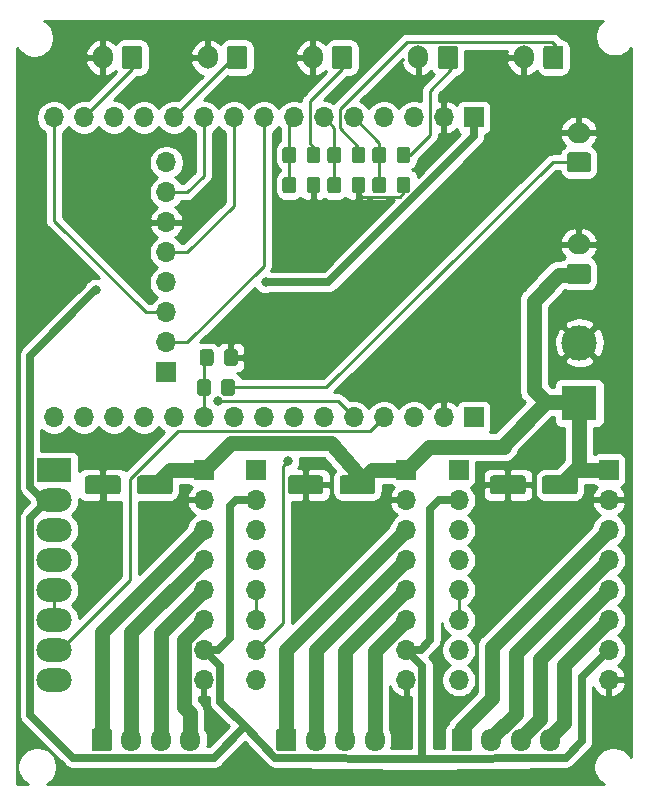
<source format=gbr>
G04 #@! TF.GenerationSoftware,KiCad,Pcbnew,(5.1.5-0)*
G04 #@! TF.CreationDate,2022-07-17T15:28:17+01:00*
G04 #@! TF.ProjectId,Esp32_Cnc_Shield_30Pin_SMD,45737033-325f-4436-9e63-5f536869656c,rev?*
G04 #@! TF.SameCoordinates,Original*
G04 #@! TF.FileFunction,Copper,L1,Top*
G04 #@! TF.FilePolarity,Positive*
%FSLAX46Y46*%
G04 Gerber Fmt 4.6, Leading zero omitted, Abs format (unit mm)*
G04 Created by KiCad (PCBNEW (5.1.5-0)) date 2022-07-17 15:28:17*
%MOMM*%
%LPD*%
G04 APERTURE LIST*
%ADD10C,3.000000*%
%ADD11R,3.000000X3.000000*%
%ADD12O,1.700000X1.700000*%
%ADD13R,1.700000X1.700000*%
%ADD14O,1.700000X1.950000*%
%ADD15C,0.050000*%
%ADD16O,1.700000X2.000000*%
%ADD17O,2.000000X1.700000*%
%ADD18O,3.000000X2.000000*%
%ADD19R,3.000000X2.000000*%
%ADD20C,0.800000*%
%ADD21C,0.250000*%
%ADD22C,1.270000*%
%ADD23C,0.635000*%
%ADD24C,0.254000*%
G04 APERTURE END LIST*
D10*
X97840800Y-128305560D03*
D11*
X97840800Y-133385560D03*
D12*
X62865000Y-113030000D03*
X62865000Y-115570000D03*
X62865000Y-118110000D03*
X62865000Y-120650000D03*
X62865000Y-123190000D03*
X62865000Y-125730000D03*
X62865000Y-128270000D03*
D13*
X62865000Y-130810000D03*
D14*
X95384000Y-161925000D03*
X92884000Y-161925000D03*
X90384000Y-161925000D03*
G04 #@! TA.AperFunction,ComponentPad*
D15*
G36*
X88508504Y-160951204D02*
G01*
X88532773Y-160954804D01*
X88556571Y-160960765D01*
X88579671Y-160969030D01*
X88601849Y-160979520D01*
X88622893Y-160992133D01*
X88642598Y-161006747D01*
X88660777Y-161023223D01*
X88677253Y-161041402D01*
X88691867Y-161061107D01*
X88704480Y-161082151D01*
X88714970Y-161104329D01*
X88723235Y-161127429D01*
X88729196Y-161151227D01*
X88732796Y-161175496D01*
X88734000Y-161200000D01*
X88734000Y-162650000D01*
X88732796Y-162674504D01*
X88729196Y-162698773D01*
X88723235Y-162722571D01*
X88714970Y-162745671D01*
X88704480Y-162767849D01*
X88691867Y-162788893D01*
X88677253Y-162808598D01*
X88660777Y-162826777D01*
X88642598Y-162843253D01*
X88622893Y-162857867D01*
X88601849Y-162870480D01*
X88579671Y-162880970D01*
X88556571Y-162889235D01*
X88532773Y-162895196D01*
X88508504Y-162898796D01*
X88484000Y-162900000D01*
X87284000Y-162900000D01*
X87259496Y-162898796D01*
X87235227Y-162895196D01*
X87211429Y-162889235D01*
X87188329Y-162880970D01*
X87166151Y-162870480D01*
X87145107Y-162857867D01*
X87125402Y-162843253D01*
X87107223Y-162826777D01*
X87090747Y-162808598D01*
X87076133Y-162788893D01*
X87063520Y-162767849D01*
X87053030Y-162745671D01*
X87044765Y-162722571D01*
X87038804Y-162698773D01*
X87035204Y-162674504D01*
X87034000Y-162650000D01*
X87034000Y-161200000D01*
X87035204Y-161175496D01*
X87038804Y-161151227D01*
X87044765Y-161127429D01*
X87053030Y-161104329D01*
X87063520Y-161082151D01*
X87076133Y-161061107D01*
X87090747Y-161041402D01*
X87107223Y-161023223D01*
X87125402Y-161006747D01*
X87145107Y-160992133D01*
X87166151Y-160979520D01*
X87188329Y-160969030D01*
X87211429Y-160960765D01*
X87235227Y-160954804D01*
X87259496Y-160951204D01*
X87284000Y-160950000D01*
X88484000Y-160950000D01*
X88508504Y-160951204D01*
G37*
G04 #@! TD.AperFunction*
D14*
X80525000Y-161925000D03*
X78025000Y-161925000D03*
X75525000Y-161925000D03*
G04 #@! TA.AperFunction,ComponentPad*
D15*
G36*
X73649504Y-160951204D02*
G01*
X73673773Y-160954804D01*
X73697571Y-160960765D01*
X73720671Y-160969030D01*
X73742849Y-160979520D01*
X73763893Y-160992133D01*
X73783598Y-161006747D01*
X73801777Y-161023223D01*
X73818253Y-161041402D01*
X73832867Y-161061107D01*
X73845480Y-161082151D01*
X73855970Y-161104329D01*
X73864235Y-161127429D01*
X73870196Y-161151227D01*
X73873796Y-161175496D01*
X73875000Y-161200000D01*
X73875000Y-162650000D01*
X73873796Y-162674504D01*
X73870196Y-162698773D01*
X73864235Y-162722571D01*
X73855970Y-162745671D01*
X73845480Y-162767849D01*
X73832867Y-162788893D01*
X73818253Y-162808598D01*
X73801777Y-162826777D01*
X73783598Y-162843253D01*
X73763893Y-162857867D01*
X73742849Y-162870480D01*
X73720671Y-162880970D01*
X73697571Y-162889235D01*
X73673773Y-162895196D01*
X73649504Y-162898796D01*
X73625000Y-162900000D01*
X72425000Y-162900000D01*
X72400496Y-162898796D01*
X72376227Y-162895196D01*
X72352429Y-162889235D01*
X72329329Y-162880970D01*
X72307151Y-162870480D01*
X72286107Y-162857867D01*
X72266402Y-162843253D01*
X72248223Y-162826777D01*
X72231747Y-162808598D01*
X72217133Y-162788893D01*
X72204520Y-162767849D01*
X72194030Y-162745671D01*
X72185765Y-162722571D01*
X72179804Y-162698773D01*
X72176204Y-162674504D01*
X72175000Y-162650000D01*
X72175000Y-161200000D01*
X72176204Y-161175496D01*
X72179804Y-161151227D01*
X72185765Y-161127429D01*
X72194030Y-161104329D01*
X72204520Y-161082151D01*
X72217133Y-161061107D01*
X72231747Y-161041402D01*
X72248223Y-161023223D01*
X72266402Y-161006747D01*
X72286107Y-160992133D01*
X72307151Y-160979520D01*
X72329329Y-160969030D01*
X72352429Y-160960765D01*
X72376227Y-160954804D01*
X72400496Y-160951204D01*
X72425000Y-160950000D01*
X73625000Y-160950000D01*
X73649504Y-160951204D01*
G37*
G04 #@! TD.AperFunction*
D14*
X64904000Y-161925000D03*
X62404000Y-161925000D03*
X59904000Y-161925000D03*
G04 #@! TA.AperFunction,ComponentPad*
D15*
G36*
X58028504Y-160951204D02*
G01*
X58052773Y-160954804D01*
X58076571Y-160960765D01*
X58099671Y-160969030D01*
X58121849Y-160979520D01*
X58142893Y-160992133D01*
X58162598Y-161006747D01*
X58180777Y-161023223D01*
X58197253Y-161041402D01*
X58211867Y-161061107D01*
X58224480Y-161082151D01*
X58234970Y-161104329D01*
X58243235Y-161127429D01*
X58249196Y-161151227D01*
X58252796Y-161175496D01*
X58254000Y-161200000D01*
X58254000Y-162650000D01*
X58252796Y-162674504D01*
X58249196Y-162698773D01*
X58243235Y-162722571D01*
X58234970Y-162745671D01*
X58224480Y-162767849D01*
X58211867Y-162788893D01*
X58197253Y-162808598D01*
X58180777Y-162826777D01*
X58162598Y-162843253D01*
X58142893Y-162857867D01*
X58121849Y-162870480D01*
X58099671Y-162880970D01*
X58076571Y-162889235D01*
X58052773Y-162895196D01*
X58028504Y-162898796D01*
X58004000Y-162900000D01*
X56804000Y-162900000D01*
X56779496Y-162898796D01*
X56755227Y-162895196D01*
X56731429Y-162889235D01*
X56708329Y-162880970D01*
X56686151Y-162870480D01*
X56665107Y-162857867D01*
X56645402Y-162843253D01*
X56627223Y-162826777D01*
X56610747Y-162808598D01*
X56596133Y-162788893D01*
X56583520Y-162767849D01*
X56573030Y-162745671D01*
X56564765Y-162722571D01*
X56558804Y-162698773D01*
X56555204Y-162674504D01*
X56554000Y-162650000D01*
X56554000Y-161200000D01*
X56555204Y-161175496D01*
X56558804Y-161151227D01*
X56564765Y-161127429D01*
X56573030Y-161104329D01*
X56583520Y-161082151D01*
X56596133Y-161061107D01*
X56610747Y-161041402D01*
X56627223Y-161023223D01*
X56645402Y-161006747D01*
X56665107Y-160992133D01*
X56686151Y-160979520D01*
X56708329Y-160969030D01*
X56731429Y-160960765D01*
X56755227Y-160954804D01*
X56779496Y-160951204D01*
X56804000Y-160950000D01*
X58004000Y-160950000D01*
X58028504Y-160951204D01*
G37*
G04 #@! TD.AperFunction*
D12*
X100330000Y-156845000D03*
X100330000Y-154305000D03*
X100330000Y-151765000D03*
X100330000Y-149225000D03*
X100330000Y-146685000D03*
X100330000Y-144145000D03*
X100330000Y-141605000D03*
D13*
X100330000Y-139065000D03*
D12*
X83185000Y-156845000D03*
X83185000Y-154305000D03*
X83185000Y-151765000D03*
X83185000Y-149225000D03*
X83185000Y-146685000D03*
X83185000Y-144145000D03*
X83185000Y-141605000D03*
D13*
X83185000Y-139065000D03*
D12*
X66040000Y-156845000D03*
X66040000Y-154305000D03*
X66040000Y-151765000D03*
X66040000Y-149225000D03*
X66040000Y-146685000D03*
X66040000Y-144145000D03*
X66040000Y-141605000D03*
D13*
X66040000Y-139065000D03*
D12*
X87630000Y-156845000D03*
X87630000Y-154305000D03*
X87630000Y-151765000D03*
X87630000Y-149225000D03*
X87630000Y-146685000D03*
X87630000Y-144145000D03*
X87630000Y-141605000D03*
D13*
X87630000Y-139065000D03*
D12*
X70485000Y-156845000D03*
X70485000Y-154305000D03*
X70485000Y-151765000D03*
X70485000Y-149225000D03*
X70485000Y-146685000D03*
X70485000Y-144145000D03*
X70485000Y-141605000D03*
D13*
X70485000Y-139065000D03*
D16*
X66360000Y-104140000D03*
G04 #@! TA.AperFunction,ComponentPad*
D15*
G36*
X69484504Y-103141204D02*
G01*
X69508773Y-103144804D01*
X69532571Y-103150765D01*
X69555671Y-103159030D01*
X69577849Y-103169520D01*
X69598893Y-103182133D01*
X69618598Y-103196747D01*
X69636777Y-103213223D01*
X69653253Y-103231402D01*
X69667867Y-103251107D01*
X69680480Y-103272151D01*
X69690970Y-103294329D01*
X69699235Y-103317429D01*
X69705196Y-103341227D01*
X69708796Y-103365496D01*
X69710000Y-103390000D01*
X69710000Y-104890000D01*
X69708796Y-104914504D01*
X69705196Y-104938773D01*
X69699235Y-104962571D01*
X69690970Y-104985671D01*
X69680480Y-105007849D01*
X69667867Y-105028893D01*
X69653253Y-105048598D01*
X69636777Y-105066777D01*
X69618598Y-105083253D01*
X69598893Y-105097867D01*
X69577849Y-105110480D01*
X69555671Y-105120970D01*
X69532571Y-105129235D01*
X69508773Y-105135196D01*
X69484504Y-105138796D01*
X69460000Y-105140000D01*
X68260000Y-105140000D01*
X68235496Y-105138796D01*
X68211227Y-105135196D01*
X68187429Y-105129235D01*
X68164329Y-105120970D01*
X68142151Y-105110480D01*
X68121107Y-105097867D01*
X68101402Y-105083253D01*
X68083223Y-105066777D01*
X68066747Y-105048598D01*
X68052133Y-105028893D01*
X68039520Y-105007849D01*
X68029030Y-104985671D01*
X68020765Y-104962571D01*
X68014804Y-104938773D01*
X68011204Y-104914504D01*
X68010000Y-104890000D01*
X68010000Y-103390000D01*
X68011204Y-103365496D01*
X68014804Y-103341227D01*
X68020765Y-103317429D01*
X68029030Y-103294329D01*
X68039520Y-103272151D01*
X68052133Y-103251107D01*
X68066747Y-103231402D01*
X68083223Y-103213223D01*
X68101402Y-103196747D01*
X68121107Y-103182133D01*
X68142151Y-103169520D01*
X68164329Y-103159030D01*
X68187429Y-103150765D01*
X68211227Y-103144804D01*
X68235496Y-103141204D01*
X68260000Y-103140000D01*
X69460000Y-103140000D01*
X69484504Y-103141204D01*
G37*
G04 #@! TD.AperFunction*
D16*
X57470000Y-104140000D03*
G04 #@! TA.AperFunction,ComponentPad*
D15*
G36*
X60594504Y-103141204D02*
G01*
X60618773Y-103144804D01*
X60642571Y-103150765D01*
X60665671Y-103159030D01*
X60687849Y-103169520D01*
X60708893Y-103182133D01*
X60728598Y-103196747D01*
X60746777Y-103213223D01*
X60763253Y-103231402D01*
X60777867Y-103251107D01*
X60790480Y-103272151D01*
X60800970Y-103294329D01*
X60809235Y-103317429D01*
X60815196Y-103341227D01*
X60818796Y-103365496D01*
X60820000Y-103390000D01*
X60820000Y-104890000D01*
X60818796Y-104914504D01*
X60815196Y-104938773D01*
X60809235Y-104962571D01*
X60800970Y-104985671D01*
X60790480Y-105007849D01*
X60777867Y-105028893D01*
X60763253Y-105048598D01*
X60746777Y-105066777D01*
X60728598Y-105083253D01*
X60708893Y-105097867D01*
X60687849Y-105110480D01*
X60665671Y-105120970D01*
X60642571Y-105129235D01*
X60618773Y-105135196D01*
X60594504Y-105138796D01*
X60570000Y-105140000D01*
X59370000Y-105140000D01*
X59345496Y-105138796D01*
X59321227Y-105135196D01*
X59297429Y-105129235D01*
X59274329Y-105120970D01*
X59252151Y-105110480D01*
X59231107Y-105097867D01*
X59211402Y-105083253D01*
X59193223Y-105066777D01*
X59176747Y-105048598D01*
X59162133Y-105028893D01*
X59149520Y-105007849D01*
X59139030Y-104985671D01*
X59130765Y-104962571D01*
X59124804Y-104938773D01*
X59121204Y-104914504D01*
X59120000Y-104890000D01*
X59120000Y-103390000D01*
X59121204Y-103365496D01*
X59124804Y-103341227D01*
X59130765Y-103317429D01*
X59139030Y-103294329D01*
X59149520Y-103272151D01*
X59162133Y-103251107D01*
X59176747Y-103231402D01*
X59193223Y-103213223D01*
X59211402Y-103196747D01*
X59231107Y-103182133D01*
X59252151Y-103169520D01*
X59274329Y-103159030D01*
X59297429Y-103150765D01*
X59321227Y-103144804D01*
X59345496Y-103141204D01*
X59370000Y-103140000D01*
X60570000Y-103140000D01*
X60594504Y-103141204D01*
G37*
G04 #@! TD.AperFunction*
D17*
X97790000Y-119970000D03*
G04 #@! TA.AperFunction,ComponentPad*
D15*
G36*
X98564504Y-121621204D02*
G01*
X98588773Y-121624804D01*
X98612571Y-121630765D01*
X98635671Y-121639030D01*
X98657849Y-121649520D01*
X98678893Y-121662133D01*
X98698598Y-121676747D01*
X98716777Y-121693223D01*
X98733253Y-121711402D01*
X98747867Y-121731107D01*
X98760480Y-121752151D01*
X98770970Y-121774329D01*
X98779235Y-121797429D01*
X98785196Y-121821227D01*
X98788796Y-121845496D01*
X98790000Y-121870000D01*
X98790000Y-123070000D01*
X98788796Y-123094504D01*
X98785196Y-123118773D01*
X98779235Y-123142571D01*
X98770970Y-123165671D01*
X98760480Y-123187849D01*
X98747867Y-123208893D01*
X98733253Y-123228598D01*
X98716777Y-123246777D01*
X98698598Y-123263253D01*
X98678893Y-123277867D01*
X98657849Y-123290480D01*
X98635671Y-123300970D01*
X98612571Y-123309235D01*
X98588773Y-123315196D01*
X98564504Y-123318796D01*
X98540000Y-123320000D01*
X97040000Y-123320000D01*
X97015496Y-123318796D01*
X96991227Y-123315196D01*
X96967429Y-123309235D01*
X96944329Y-123300970D01*
X96922151Y-123290480D01*
X96901107Y-123277867D01*
X96881402Y-123263253D01*
X96863223Y-123246777D01*
X96846747Y-123228598D01*
X96832133Y-123208893D01*
X96819520Y-123187849D01*
X96809030Y-123165671D01*
X96800765Y-123142571D01*
X96794804Y-123118773D01*
X96791204Y-123094504D01*
X96790000Y-123070000D01*
X96790000Y-121870000D01*
X96791204Y-121845496D01*
X96794804Y-121821227D01*
X96800765Y-121797429D01*
X96809030Y-121774329D01*
X96819520Y-121752151D01*
X96832133Y-121731107D01*
X96846747Y-121711402D01*
X96863223Y-121693223D01*
X96881402Y-121676747D01*
X96901107Y-121662133D01*
X96922151Y-121649520D01*
X96944329Y-121639030D01*
X96967429Y-121630765D01*
X96991227Y-121624804D01*
X97015496Y-121621204D01*
X97040000Y-121620000D01*
X98540000Y-121620000D01*
X98564504Y-121621204D01*
G37*
G04 #@! TD.AperFunction*
D16*
X75250000Y-104140000D03*
G04 #@! TA.AperFunction,ComponentPad*
D15*
G36*
X78374504Y-103141204D02*
G01*
X78398773Y-103144804D01*
X78422571Y-103150765D01*
X78445671Y-103159030D01*
X78467849Y-103169520D01*
X78488893Y-103182133D01*
X78508598Y-103196747D01*
X78526777Y-103213223D01*
X78543253Y-103231402D01*
X78557867Y-103251107D01*
X78570480Y-103272151D01*
X78580970Y-103294329D01*
X78589235Y-103317429D01*
X78595196Y-103341227D01*
X78598796Y-103365496D01*
X78600000Y-103390000D01*
X78600000Y-104890000D01*
X78598796Y-104914504D01*
X78595196Y-104938773D01*
X78589235Y-104962571D01*
X78580970Y-104985671D01*
X78570480Y-105007849D01*
X78557867Y-105028893D01*
X78543253Y-105048598D01*
X78526777Y-105066777D01*
X78508598Y-105083253D01*
X78488893Y-105097867D01*
X78467849Y-105110480D01*
X78445671Y-105120970D01*
X78422571Y-105129235D01*
X78398773Y-105135196D01*
X78374504Y-105138796D01*
X78350000Y-105140000D01*
X77150000Y-105140000D01*
X77125496Y-105138796D01*
X77101227Y-105135196D01*
X77077429Y-105129235D01*
X77054329Y-105120970D01*
X77032151Y-105110480D01*
X77011107Y-105097867D01*
X76991402Y-105083253D01*
X76973223Y-105066777D01*
X76956747Y-105048598D01*
X76942133Y-105028893D01*
X76929520Y-105007849D01*
X76919030Y-104985671D01*
X76910765Y-104962571D01*
X76904804Y-104938773D01*
X76901204Y-104914504D01*
X76900000Y-104890000D01*
X76900000Y-103390000D01*
X76901204Y-103365496D01*
X76904804Y-103341227D01*
X76910765Y-103317429D01*
X76919030Y-103294329D01*
X76929520Y-103272151D01*
X76942133Y-103251107D01*
X76956747Y-103231402D01*
X76973223Y-103213223D01*
X76991402Y-103196747D01*
X77011107Y-103182133D01*
X77032151Y-103169520D01*
X77054329Y-103159030D01*
X77077429Y-103150765D01*
X77101227Y-103144804D01*
X77125496Y-103141204D01*
X77150000Y-103140000D01*
X78350000Y-103140000D01*
X78374504Y-103141204D01*
G37*
G04 #@! TD.AperFunction*
D16*
X84201000Y-104140000D03*
G04 #@! TA.AperFunction,ComponentPad*
D15*
G36*
X87325504Y-103141204D02*
G01*
X87349773Y-103144804D01*
X87373571Y-103150765D01*
X87396671Y-103159030D01*
X87418849Y-103169520D01*
X87439893Y-103182133D01*
X87459598Y-103196747D01*
X87477777Y-103213223D01*
X87494253Y-103231402D01*
X87508867Y-103251107D01*
X87521480Y-103272151D01*
X87531970Y-103294329D01*
X87540235Y-103317429D01*
X87546196Y-103341227D01*
X87549796Y-103365496D01*
X87551000Y-103390000D01*
X87551000Y-104890000D01*
X87549796Y-104914504D01*
X87546196Y-104938773D01*
X87540235Y-104962571D01*
X87531970Y-104985671D01*
X87521480Y-105007849D01*
X87508867Y-105028893D01*
X87494253Y-105048598D01*
X87477777Y-105066777D01*
X87459598Y-105083253D01*
X87439893Y-105097867D01*
X87418849Y-105110480D01*
X87396671Y-105120970D01*
X87373571Y-105129235D01*
X87349773Y-105135196D01*
X87325504Y-105138796D01*
X87301000Y-105140000D01*
X86101000Y-105140000D01*
X86076496Y-105138796D01*
X86052227Y-105135196D01*
X86028429Y-105129235D01*
X86005329Y-105120970D01*
X85983151Y-105110480D01*
X85962107Y-105097867D01*
X85942402Y-105083253D01*
X85924223Y-105066777D01*
X85907747Y-105048598D01*
X85893133Y-105028893D01*
X85880520Y-105007849D01*
X85870030Y-104985671D01*
X85861765Y-104962571D01*
X85855804Y-104938773D01*
X85852204Y-104914504D01*
X85851000Y-104890000D01*
X85851000Y-103390000D01*
X85852204Y-103365496D01*
X85855804Y-103341227D01*
X85861765Y-103317429D01*
X85870030Y-103294329D01*
X85880520Y-103272151D01*
X85893133Y-103251107D01*
X85907747Y-103231402D01*
X85924223Y-103213223D01*
X85942402Y-103196747D01*
X85962107Y-103182133D01*
X85983151Y-103169520D01*
X86005329Y-103159030D01*
X86028429Y-103150765D01*
X86052227Y-103144804D01*
X86076496Y-103141204D01*
X86101000Y-103140000D01*
X87301000Y-103140000D01*
X87325504Y-103141204D01*
G37*
G04 #@! TD.AperFunction*
D17*
X97790000Y-110530000D03*
G04 #@! TA.AperFunction,ComponentPad*
D15*
G36*
X98564504Y-112181204D02*
G01*
X98588773Y-112184804D01*
X98612571Y-112190765D01*
X98635671Y-112199030D01*
X98657849Y-112209520D01*
X98678893Y-112222133D01*
X98698598Y-112236747D01*
X98716777Y-112253223D01*
X98733253Y-112271402D01*
X98747867Y-112291107D01*
X98760480Y-112312151D01*
X98770970Y-112334329D01*
X98779235Y-112357429D01*
X98785196Y-112381227D01*
X98788796Y-112405496D01*
X98790000Y-112430000D01*
X98790000Y-113630000D01*
X98788796Y-113654504D01*
X98785196Y-113678773D01*
X98779235Y-113702571D01*
X98770970Y-113725671D01*
X98760480Y-113747849D01*
X98747867Y-113768893D01*
X98733253Y-113788598D01*
X98716777Y-113806777D01*
X98698598Y-113823253D01*
X98678893Y-113837867D01*
X98657849Y-113850480D01*
X98635671Y-113860970D01*
X98612571Y-113869235D01*
X98588773Y-113875196D01*
X98564504Y-113878796D01*
X98540000Y-113880000D01*
X97040000Y-113880000D01*
X97015496Y-113878796D01*
X96991227Y-113875196D01*
X96967429Y-113869235D01*
X96944329Y-113860970D01*
X96922151Y-113850480D01*
X96901107Y-113837867D01*
X96881402Y-113823253D01*
X96863223Y-113806777D01*
X96846747Y-113788598D01*
X96832133Y-113768893D01*
X96819520Y-113747849D01*
X96809030Y-113725671D01*
X96800765Y-113702571D01*
X96794804Y-113678773D01*
X96791204Y-113654504D01*
X96790000Y-113630000D01*
X96790000Y-112430000D01*
X96791204Y-112405496D01*
X96794804Y-112381227D01*
X96800765Y-112357429D01*
X96809030Y-112334329D01*
X96819520Y-112312151D01*
X96832133Y-112291107D01*
X96846747Y-112271402D01*
X96863223Y-112253223D01*
X96881402Y-112236747D01*
X96901107Y-112222133D01*
X96922151Y-112209520D01*
X96944329Y-112199030D01*
X96967429Y-112190765D01*
X96991227Y-112184804D01*
X97015496Y-112181204D01*
X97040000Y-112180000D01*
X98540000Y-112180000D01*
X98564504Y-112181204D01*
G37*
G04 #@! TD.AperFunction*
D12*
X53340000Y-109220000D03*
X55880000Y-109220000D03*
X58420000Y-109220000D03*
X60960000Y-109220000D03*
X63500000Y-109220000D03*
X66040000Y-109220000D03*
X68580000Y-109220000D03*
X71120000Y-109220000D03*
X73660000Y-109220000D03*
X76200000Y-109220000D03*
X78740000Y-109220000D03*
X81280000Y-109220000D03*
X83820000Y-109220000D03*
X86360000Y-109220000D03*
D13*
X88900000Y-109220000D03*
D16*
X93131000Y-104140000D03*
G04 #@! TA.AperFunction,ComponentPad*
D15*
G36*
X96255504Y-103141204D02*
G01*
X96279773Y-103144804D01*
X96303571Y-103150765D01*
X96326671Y-103159030D01*
X96348849Y-103169520D01*
X96369893Y-103182133D01*
X96389598Y-103196747D01*
X96407777Y-103213223D01*
X96424253Y-103231402D01*
X96438867Y-103251107D01*
X96451480Y-103272151D01*
X96461970Y-103294329D01*
X96470235Y-103317429D01*
X96476196Y-103341227D01*
X96479796Y-103365496D01*
X96481000Y-103390000D01*
X96481000Y-104890000D01*
X96479796Y-104914504D01*
X96476196Y-104938773D01*
X96470235Y-104962571D01*
X96461970Y-104985671D01*
X96451480Y-105007849D01*
X96438867Y-105028893D01*
X96424253Y-105048598D01*
X96407777Y-105066777D01*
X96389598Y-105083253D01*
X96369893Y-105097867D01*
X96348849Y-105110480D01*
X96326671Y-105120970D01*
X96303571Y-105129235D01*
X96279773Y-105135196D01*
X96255504Y-105138796D01*
X96231000Y-105140000D01*
X95031000Y-105140000D01*
X95006496Y-105138796D01*
X94982227Y-105135196D01*
X94958429Y-105129235D01*
X94935329Y-105120970D01*
X94913151Y-105110480D01*
X94892107Y-105097867D01*
X94872402Y-105083253D01*
X94854223Y-105066777D01*
X94837747Y-105048598D01*
X94823133Y-105028893D01*
X94810520Y-105007849D01*
X94800030Y-104985671D01*
X94791765Y-104962571D01*
X94785804Y-104938773D01*
X94782204Y-104914504D01*
X94781000Y-104890000D01*
X94781000Y-103390000D01*
X94782204Y-103365496D01*
X94785804Y-103341227D01*
X94791765Y-103317429D01*
X94800030Y-103294329D01*
X94810520Y-103272151D01*
X94823133Y-103251107D01*
X94837747Y-103231402D01*
X94854223Y-103213223D01*
X94872402Y-103196747D01*
X94892107Y-103182133D01*
X94913151Y-103169520D01*
X94935329Y-103159030D01*
X94958429Y-103150765D01*
X94982227Y-103144804D01*
X95006496Y-103141204D01*
X95031000Y-103140000D01*
X96231000Y-103140000D01*
X96255504Y-103141204D01*
G37*
G04 #@! TD.AperFunction*
D12*
X53340000Y-134620000D03*
X55880000Y-134620000D03*
X58420000Y-134620000D03*
X60960000Y-134620000D03*
X63500000Y-134620000D03*
X66040000Y-134620000D03*
X68580000Y-134620000D03*
X71120000Y-134620000D03*
X73660000Y-134620000D03*
X76200000Y-134620000D03*
X78740000Y-134620000D03*
X81280000Y-134620000D03*
X83820000Y-134620000D03*
X86360000Y-134620000D03*
D13*
X88900000Y-134620000D03*
G04 #@! TA.AperFunction,SMDPad,CuDef*
D15*
G36*
X93054504Y-139536204D02*
G01*
X93078773Y-139539804D01*
X93102571Y-139545765D01*
X93125671Y-139554030D01*
X93147849Y-139564520D01*
X93168893Y-139577133D01*
X93188598Y-139591747D01*
X93206777Y-139608223D01*
X93223253Y-139626402D01*
X93237867Y-139646107D01*
X93250480Y-139667151D01*
X93260970Y-139689329D01*
X93269235Y-139712429D01*
X93275196Y-139736227D01*
X93278796Y-139760496D01*
X93280000Y-139785000D01*
X93280000Y-140885000D01*
X93278796Y-140909504D01*
X93275196Y-140933773D01*
X93269235Y-140957571D01*
X93260970Y-140980671D01*
X93250480Y-141002849D01*
X93237867Y-141023893D01*
X93223253Y-141043598D01*
X93206777Y-141061777D01*
X93188598Y-141078253D01*
X93168893Y-141092867D01*
X93147849Y-141105480D01*
X93125671Y-141115970D01*
X93102571Y-141124235D01*
X93078773Y-141130196D01*
X93054504Y-141133796D01*
X93030000Y-141135000D01*
X90530000Y-141135000D01*
X90505496Y-141133796D01*
X90481227Y-141130196D01*
X90457429Y-141124235D01*
X90434329Y-141115970D01*
X90412151Y-141105480D01*
X90391107Y-141092867D01*
X90371402Y-141078253D01*
X90353223Y-141061777D01*
X90336747Y-141043598D01*
X90322133Y-141023893D01*
X90309520Y-141002849D01*
X90299030Y-140980671D01*
X90290765Y-140957571D01*
X90284804Y-140933773D01*
X90281204Y-140909504D01*
X90280000Y-140885000D01*
X90280000Y-139785000D01*
X90281204Y-139760496D01*
X90284804Y-139736227D01*
X90290765Y-139712429D01*
X90299030Y-139689329D01*
X90309520Y-139667151D01*
X90322133Y-139646107D01*
X90336747Y-139626402D01*
X90353223Y-139608223D01*
X90371402Y-139591747D01*
X90391107Y-139577133D01*
X90412151Y-139564520D01*
X90434329Y-139554030D01*
X90457429Y-139545765D01*
X90481227Y-139539804D01*
X90505496Y-139536204D01*
X90530000Y-139535000D01*
X93030000Y-139535000D01*
X93054504Y-139536204D01*
G37*
G04 #@! TD.AperFunction*
G04 #@! TA.AperFunction,SMDPad,CuDef*
G36*
X97454504Y-139536204D02*
G01*
X97478773Y-139539804D01*
X97502571Y-139545765D01*
X97525671Y-139554030D01*
X97547849Y-139564520D01*
X97568893Y-139577133D01*
X97588598Y-139591747D01*
X97606777Y-139608223D01*
X97623253Y-139626402D01*
X97637867Y-139646107D01*
X97650480Y-139667151D01*
X97660970Y-139689329D01*
X97669235Y-139712429D01*
X97675196Y-139736227D01*
X97678796Y-139760496D01*
X97680000Y-139785000D01*
X97680000Y-140885000D01*
X97678796Y-140909504D01*
X97675196Y-140933773D01*
X97669235Y-140957571D01*
X97660970Y-140980671D01*
X97650480Y-141002849D01*
X97637867Y-141023893D01*
X97623253Y-141043598D01*
X97606777Y-141061777D01*
X97588598Y-141078253D01*
X97568893Y-141092867D01*
X97547849Y-141105480D01*
X97525671Y-141115970D01*
X97502571Y-141124235D01*
X97478773Y-141130196D01*
X97454504Y-141133796D01*
X97430000Y-141135000D01*
X94930000Y-141135000D01*
X94905496Y-141133796D01*
X94881227Y-141130196D01*
X94857429Y-141124235D01*
X94834329Y-141115970D01*
X94812151Y-141105480D01*
X94791107Y-141092867D01*
X94771402Y-141078253D01*
X94753223Y-141061777D01*
X94736747Y-141043598D01*
X94722133Y-141023893D01*
X94709520Y-141002849D01*
X94699030Y-140980671D01*
X94690765Y-140957571D01*
X94684804Y-140933773D01*
X94681204Y-140909504D01*
X94680000Y-140885000D01*
X94680000Y-139785000D01*
X94681204Y-139760496D01*
X94684804Y-139736227D01*
X94690765Y-139712429D01*
X94699030Y-139689329D01*
X94709520Y-139667151D01*
X94722133Y-139646107D01*
X94736747Y-139626402D01*
X94753223Y-139608223D01*
X94771402Y-139591747D01*
X94791107Y-139577133D01*
X94812151Y-139564520D01*
X94834329Y-139554030D01*
X94857429Y-139545765D01*
X94881227Y-139539804D01*
X94905496Y-139536204D01*
X94930000Y-139535000D01*
X97430000Y-139535000D01*
X97454504Y-139536204D01*
G37*
G04 #@! TD.AperFunction*
G04 #@! TA.AperFunction,SMDPad,CuDef*
G36*
X75909504Y-139536204D02*
G01*
X75933773Y-139539804D01*
X75957571Y-139545765D01*
X75980671Y-139554030D01*
X76002849Y-139564520D01*
X76023893Y-139577133D01*
X76043598Y-139591747D01*
X76061777Y-139608223D01*
X76078253Y-139626402D01*
X76092867Y-139646107D01*
X76105480Y-139667151D01*
X76115970Y-139689329D01*
X76124235Y-139712429D01*
X76130196Y-139736227D01*
X76133796Y-139760496D01*
X76135000Y-139785000D01*
X76135000Y-140885000D01*
X76133796Y-140909504D01*
X76130196Y-140933773D01*
X76124235Y-140957571D01*
X76115970Y-140980671D01*
X76105480Y-141002849D01*
X76092867Y-141023893D01*
X76078253Y-141043598D01*
X76061777Y-141061777D01*
X76043598Y-141078253D01*
X76023893Y-141092867D01*
X76002849Y-141105480D01*
X75980671Y-141115970D01*
X75957571Y-141124235D01*
X75933773Y-141130196D01*
X75909504Y-141133796D01*
X75885000Y-141135000D01*
X73385000Y-141135000D01*
X73360496Y-141133796D01*
X73336227Y-141130196D01*
X73312429Y-141124235D01*
X73289329Y-141115970D01*
X73267151Y-141105480D01*
X73246107Y-141092867D01*
X73226402Y-141078253D01*
X73208223Y-141061777D01*
X73191747Y-141043598D01*
X73177133Y-141023893D01*
X73164520Y-141002849D01*
X73154030Y-140980671D01*
X73145765Y-140957571D01*
X73139804Y-140933773D01*
X73136204Y-140909504D01*
X73135000Y-140885000D01*
X73135000Y-139785000D01*
X73136204Y-139760496D01*
X73139804Y-139736227D01*
X73145765Y-139712429D01*
X73154030Y-139689329D01*
X73164520Y-139667151D01*
X73177133Y-139646107D01*
X73191747Y-139626402D01*
X73208223Y-139608223D01*
X73226402Y-139591747D01*
X73246107Y-139577133D01*
X73267151Y-139564520D01*
X73289329Y-139554030D01*
X73312429Y-139545765D01*
X73336227Y-139539804D01*
X73360496Y-139536204D01*
X73385000Y-139535000D01*
X75885000Y-139535000D01*
X75909504Y-139536204D01*
G37*
G04 #@! TD.AperFunction*
G04 #@! TA.AperFunction,SMDPad,CuDef*
G36*
X80309504Y-139536204D02*
G01*
X80333773Y-139539804D01*
X80357571Y-139545765D01*
X80380671Y-139554030D01*
X80402849Y-139564520D01*
X80423893Y-139577133D01*
X80443598Y-139591747D01*
X80461777Y-139608223D01*
X80478253Y-139626402D01*
X80492867Y-139646107D01*
X80505480Y-139667151D01*
X80515970Y-139689329D01*
X80524235Y-139712429D01*
X80530196Y-139736227D01*
X80533796Y-139760496D01*
X80535000Y-139785000D01*
X80535000Y-140885000D01*
X80533796Y-140909504D01*
X80530196Y-140933773D01*
X80524235Y-140957571D01*
X80515970Y-140980671D01*
X80505480Y-141002849D01*
X80492867Y-141023893D01*
X80478253Y-141043598D01*
X80461777Y-141061777D01*
X80443598Y-141078253D01*
X80423893Y-141092867D01*
X80402849Y-141105480D01*
X80380671Y-141115970D01*
X80357571Y-141124235D01*
X80333773Y-141130196D01*
X80309504Y-141133796D01*
X80285000Y-141135000D01*
X77785000Y-141135000D01*
X77760496Y-141133796D01*
X77736227Y-141130196D01*
X77712429Y-141124235D01*
X77689329Y-141115970D01*
X77667151Y-141105480D01*
X77646107Y-141092867D01*
X77626402Y-141078253D01*
X77608223Y-141061777D01*
X77591747Y-141043598D01*
X77577133Y-141023893D01*
X77564520Y-141002849D01*
X77554030Y-140980671D01*
X77545765Y-140957571D01*
X77539804Y-140933773D01*
X77536204Y-140909504D01*
X77535000Y-140885000D01*
X77535000Y-139785000D01*
X77536204Y-139760496D01*
X77539804Y-139736227D01*
X77545765Y-139712429D01*
X77554030Y-139689329D01*
X77564520Y-139667151D01*
X77577133Y-139646107D01*
X77591747Y-139626402D01*
X77608223Y-139608223D01*
X77626402Y-139591747D01*
X77646107Y-139577133D01*
X77667151Y-139564520D01*
X77689329Y-139554030D01*
X77712429Y-139545765D01*
X77736227Y-139539804D01*
X77760496Y-139536204D01*
X77785000Y-139535000D01*
X80285000Y-139535000D01*
X80309504Y-139536204D01*
G37*
G04 #@! TD.AperFunction*
G04 #@! TA.AperFunction,SMDPad,CuDef*
G36*
X58764504Y-139536204D02*
G01*
X58788773Y-139539804D01*
X58812571Y-139545765D01*
X58835671Y-139554030D01*
X58857849Y-139564520D01*
X58878893Y-139577133D01*
X58898598Y-139591747D01*
X58916777Y-139608223D01*
X58933253Y-139626402D01*
X58947867Y-139646107D01*
X58960480Y-139667151D01*
X58970970Y-139689329D01*
X58979235Y-139712429D01*
X58985196Y-139736227D01*
X58988796Y-139760496D01*
X58990000Y-139785000D01*
X58990000Y-140885000D01*
X58988796Y-140909504D01*
X58985196Y-140933773D01*
X58979235Y-140957571D01*
X58970970Y-140980671D01*
X58960480Y-141002849D01*
X58947867Y-141023893D01*
X58933253Y-141043598D01*
X58916777Y-141061777D01*
X58898598Y-141078253D01*
X58878893Y-141092867D01*
X58857849Y-141105480D01*
X58835671Y-141115970D01*
X58812571Y-141124235D01*
X58788773Y-141130196D01*
X58764504Y-141133796D01*
X58740000Y-141135000D01*
X56240000Y-141135000D01*
X56215496Y-141133796D01*
X56191227Y-141130196D01*
X56167429Y-141124235D01*
X56144329Y-141115970D01*
X56122151Y-141105480D01*
X56101107Y-141092867D01*
X56081402Y-141078253D01*
X56063223Y-141061777D01*
X56046747Y-141043598D01*
X56032133Y-141023893D01*
X56019520Y-141002849D01*
X56009030Y-140980671D01*
X56000765Y-140957571D01*
X55994804Y-140933773D01*
X55991204Y-140909504D01*
X55990000Y-140885000D01*
X55990000Y-139785000D01*
X55991204Y-139760496D01*
X55994804Y-139736227D01*
X56000765Y-139712429D01*
X56009030Y-139689329D01*
X56019520Y-139667151D01*
X56032133Y-139646107D01*
X56046747Y-139626402D01*
X56063223Y-139608223D01*
X56081402Y-139591747D01*
X56101107Y-139577133D01*
X56122151Y-139564520D01*
X56144329Y-139554030D01*
X56167429Y-139545765D01*
X56191227Y-139539804D01*
X56215496Y-139536204D01*
X56240000Y-139535000D01*
X58740000Y-139535000D01*
X58764504Y-139536204D01*
G37*
G04 #@! TD.AperFunction*
G04 #@! TA.AperFunction,SMDPad,CuDef*
G36*
X63164504Y-139536204D02*
G01*
X63188773Y-139539804D01*
X63212571Y-139545765D01*
X63235671Y-139554030D01*
X63257849Y-139564520D01*
X63278893Y-139577133D01*
X63298598Y-139591747D01*
X63316777Y-139608223D01*
X63333253Y-139626402D01*
X63347867Y-139646107D01*
X63360480Y-139667151D01*
X63370970Y-139689329D01*
X63379235Y-139712429D01*
X63385196Y-139736227D01*
X63388796Y-139760496D01*
X63390000Y-139785000D01*
X63390000Y-140885000D01*
X63388796Y-140909504D01*
X63385196Y-140933773D01*
X63379235Y-140957571D01*
X63370970Y-140980671D01*
X63360480Y-141002849D01*
X63347867Y-141023893D01*
X63333253Y-141043598D01*
X63316777Y-141061777D01*
X63298598Y-141078253D01*
X63278893Y-141092867D01*
X63257849Y-141105480D01*
X63235671Y-141115970D01*
X63212571Y-141124235D01*
X63188773Y-141130196D01*
X63164504Y-141133796D01*
X63140000Y-141135000D01*
X60640000Y-141135000D01*
X60615496Y-141133796D01*
X60591227Y-141130196D01*
X60567429Y-141124235D01*
X60544329Y-141115970D01*
X60522151Y-141105480D01*
X60501107Y-141092867D01*
X60481402Y-141078253D01*
X60463223Y-141061777D01*
X60446747Y-141043598D01*
X60432133Y-141023893D01*
X60419520Y-141002849D01*
X60409030Y-140980671D01*
X60400765Y-140957571D01*
X60394804Y-140933773D01*
X60391204Y-140909504D01*
X60390000Y-140885000D01*
X60390000Y-139785000D01*
X60391204Y-139760496D01*
X60394804Y-139736227D01*
X60400765Y-139712429D01*
X60409030Y-139689329D01*
X60419520Y-139667151D01*
X60432133Y-139646107D01*
X60446747Y-139626402D01*
X60463223Y-139608223D01*
X60481402Y-139591747D01*
X60501107Y-139577133D01*
X60522151Y-139564520D01*
X60544329Y-139554030D01*
X60567429Y-139545765D01*
X60591227Y-139539804D01*
X60615496Y-139536204D01*
X60640000Y-139535000D01*
X63140000Y-139535000D01*
X63164504Y-139536204D01*
G37*
G04 #@! TD.AperFunction*
G04 #@! TA.AperFunction,SMDPad,CuDef*
G36*
X75669505Y-111696204D02*
G01*
X75693773Y-111699804D01*
X75717572Y-111705765D01*
X75740671Y-111714030D01*
X75762850Y-111724520D01*
X75783893Y-111737132D01*
X75803599Y-111751747D01*
X75821777Y-111768223D01*
X75838253Y-111786401D01*
X75852868Y-111806107D01*
X75865480Y-111827150D01*
X75875970Y-111849329D01*
X75884235Y-111872428D01*
X75890196Y-111896227D01*
X75893796Y-111920495D01*
X75895000Y-111944999D01*
X75895000Y-112845001D01*
X75893796Y-112869505D01*
X75890196Y-112893773D01*
X75884235Y-112917572D01*
X75875970Y-112940671D01*
X75865480Y-112962850D01*
X75852868Y-112983893D01*
X75838253Y-113003599D01*
X75821777Y-113021777D01*
X75803599Y-113038253D01*
X75783893Y-113052868D01*
X75762850Y-113065480D01*
X75740671Y-113075970D01*
X75717572Y-113084235D01*
X75693773Y-113090196D01*
X75669505Y-113093796D01*
X75645001Y-113095000D01*
X74994999Y-113095000D01*
X74970495Y-113093796D01*
X74946227Y-113090196D01*
X74922428Y-113084235D01*
X74899329Y-113075970D01*
X74877150Y-113065480D01*
X74856107Y-113052868D01*
X74836401Y-113038253D01*
X74818223Y-113021777D01*
X74801747Y-113003599D01*
X74787132Y-112983893D01*
X74774520Y-112962850D01*
X74764030Y-112940671D01*
X74755765Y-112917572D01*
X74749804Y-112893773D01*
X74746204Y-112869505D01*
X74745000Y-112845001D01*
X74745000Y-111944999D01*
X74746204Y-111920495D01*
X74749804Y-111896227D01*
X74755765Y-111872428D01*
X74764030Y-111849329D01*
X74774520Y-111827150D01*
X74787132Y-111806107D01*
X74801747Y-111786401D01*
X74818223Y-111768223D01*
X74836401Y-111751747D01*
X74856107Y-111737132D01*
X74877150Y-111724520D01*
X74899329Y-111714030D01*
X74922428Y-111705765D01*
X74946227Y-111699804D01*
X74970495Y-111696204D01*
X74994999Y-111695000D01*
X75645001Y-111695000D01*
X75669505Y-111696204D01*
G37*
G04 #@! TD.AperFunction*
G04 #@! TA.AperFunction,SMDPad,CuDef*
G36*
X73619505Y-111696204D02*
G01*
X73643773Y-111699804D01*
X73667572Y-111705765D01*
X73690671Y-111714030D01*
X73712850Y-111724520D01*
X73733893Y-111737132D01*
X73753599Y-111751747D01*
X73771777Y-111768223D01*
X73788253Y-111786401D01*
X73802868Y-111806107D01*
X73815480Y-111827150D01*
X73825970Y-111849329D01*
X73834235Y-111872428D01*
X73840196Y-111896227D01*
X73843796Y-111920495D01*
X73845000Y-111944999D01*
X73845000Y-112845001D01*
X73843796Y-112869505D01*
X73840196Y-112893773D01*
X73834235Y-112917572D01*
X73825970Y-112940671D01*
X73815480Y-112962850D01*
X73802868Y-112983893D01*
X73788253Y-113003599D01*
X73771777Y-113021777D01*
X73753599Y-113038253D01*
X73733893Y-113052868D01*
X73712850Y-113065480D01*
X73690671Y-113075970D01*
X73667572Y-113084235D01*
X73643773Y-113090196D01*
X73619505Y-113093796D01*
X73595001Y-113095000D01*
X72944999Y-113095000D01*
X72920495Y-113093796D01*
X72896227Y-113090196D01*
X72872428Y-113084235D01*
X72849329Y-113075970D01*
X72827150Y-113065480D01*
X72806107Y-113052868D01*
X72786401Y-113038253D01*
X72768223Y-113021777D01*
X72751747Y-113003599D01*
X72737132Y-112983893D01*
X72724520Y-112962850D01*
X72714030Y-112940671D01*
X72705765Y-112917572D01*
X72699804Y-112893773D01*
X72696204Y-112869505D01*
X72695000Y-112845001D01*
X72695000Y-111944999D01*
X72696204Y-111920495D01*
X72699804Y-111896227D01*
X72705765Y-111872428D01*
X72714030Y-111849329D01*
X72724520Y-111827150D01*
X72737132Y-111806107D01*
X72751747Y-111786401D01*
X72768223Y-111768223D01*
X72786401Y-111751747D01*
X72806107Y-111737132D01*
X72827150Y-111724520D01*
X72849329Y-111714030D01*
X72872428Y-111705765D01*
X72896227Y-111699804D01*
X72920495Y-111696204D01*
X72944999Y-111695000D01*
X73595001Y-111695000D01*
X73619505Y-111696204D01*
G37*
G04 #@! TD.AperFunction*
G04 #@! TA.AperFunction,SMDPad,CuDef*
G36*
X83289505Y-111696204D02*
G01*
X83313773Y-111699804D01*
X83337572Y-111705765D01*
X83360671Y-111714030D01*
X83382850Y-111724520D01*
X83403893Y-111737132D01*
X83423599Y-111751747D01*
X83441777Y-111768223D01*
X83458253Y-111786401D01*
X83472868Y-111806107D01*
X83485480Y-111827150D01*
X83495970Y-111849329D01*
X83504235Y-111872428D01*
X83510196Y-111896227D01*
X83513796Y-111920495D01*
X83515000Y-111944999D01*
X83515000Y-112845001D01*
X83513796Y-112869505D01*
X83510196Y-112893773D01*
X83504235Y-112917572D01*
X83495970Y-112940671D01*
X83485480Y-112962850D01*
X83472868Y-112983893D01*
X83458253Y-113003599D01*
X83441777Y-113021777D01*
X83423599Y-113038253D01*
X83403893Y-113052868D01*
X83382850Y-113065480D01*
X83360671Y-113075970D01*
X83337572Y-113084235D01*
X83313773Y-113090196D01*
X83289505Y-113093796D01*
X83265001Y-113095000D01*
X82614999Y-113095000D01*
X82590495Y-113093796D01*
X82566227Y-113090196D01*
X82542428Y-113084235D01*
X82519329Y-113075970D01*
X82497150Y-113065480D01*
X82476107Y-113052868D01*
X82456401Y-113038253D01*
X82438223Y-113021777D01*
X82421747Y-113003599D01*
X82407132Y-112983893D01*
X82394520Y-112962850D01*
X82384030Y-112940671D01*
X82375765Y-112917572D01*
X82369804Y-112893773D01*
X82366204Y-112869505D01*
X82365000Y-112845001D01*
X82365000Y-111944999D01*
X82366204Y-111920495D01*
X82369804Y-111896227D01*
X82375765Y-111872428D01*
X82384030Y-111849329D01*
X82394520Y-111827150D01*
X82407132Y-111806107D01*
X82421747Y-111786401D01*
X82438223Y-111768223D01*
X82456401Y-111751747D01*
X82476107Y-111737132D01*
X82497150Y-111724520D01*
X82519329Y-111714030D01*
X82542428Y-111705765D01*
X82566227Y-111699804D01*
X82590495Y-111696204D01*
X82614999Y-111695000D01*
X83265001Y-111695000D01*
X83289505Y-111696204D01*
G37*
G04 #@! TD.AperFunction*
G04 #@! TA.AperFunction,SMDPad,CuDef*
G36*
X81239505Y-111696204D02*
G01*
X81263773Y-111699804D01*
X81287572Y-111705765D01*
X81310671Y-111714030D01*
X81332850Y-111724520D01*
X81353893Y-111737132D01*
X81373599Y-111751747D01*
X81391777Y-111768223D01*
X81408253Y-111786401D01*
X81422868Y-111806107D01*
X81435480Y-111827150D01*
X81445970Y-111849329D01*
X81454235Y-111872428D01*
X81460196Y-111896227D01*
X81463796Y-111920495D01*
X81465000Y-111944999D01*
X81465000Y-112845001D01*
X81463796Y-112869505D01*
X81460196Y-112893773D01*
X81454235Y-112917572D01*
X81445970Y-112940671D01*
X81435480Y-112962850D01*
X81422868Y-112983893D01*
X81408253Y-113003599D01*
X81391777Y-113021777D01*
X81373599Y-113038253D01*
X81353893Y-113052868D01*
X81332850Y-113065480D01*
X81310671Y-113075970D01*
X81287572Y-113084235D01*
X81263773Y-113090196D01*
X81239505Y-113093796D01*
X81215001Y-113095000D01*
X80564999Y-113095000D01*
X80540495Y-113093796D01*
X80516227Y-113090196D01*
X80492428Y-113084235D01*
X80469329Y-113075970D01*
X80447150Y-113065480D01*
X80426107Y-113052868D01*
X80406401Y-113038253D01*
X80388223Y-113021777D01*
X80371747Y-113003599D01*
X80357132Y-112983893D01*
X80344520Y-112962850D01*
X80334030Y-112940671D01*
X80325765Y-112917572D01*
X80319804Y-112893773D01*
X80316204Y-112869505D01*
X80315000Y-112845001D01*
X80315000Y-111944999D01*
X80316204Y-111920495D01*
X80319804Y-111896227D01*
X80325765Y-111872428D01*
X80334030Y-111849329D01*
X80344520Y-111827150D01*
X80357132Y-111806107D01*
X80371747Y-111786401D01*
X80388223Y-111768223D01*
X80406401Y-111751747D01*
X80426107Y-111737132D01*
X80447150Y-111724520D01*
X80469329Y-111714030D01*
X80492428Y-111705765D01*
X80516227Y-111699804D01*
X80540495Y-111696204D01*
X80564999Y-111695000D01*
X81215001Y-111695000D01*
X81239505Y-111696204D01*
G37*
G04 #@! TD.AperFunction*
G04 #@! TA.AperFunction,SMDPad,CuDef*
G36*
X68439505Y-131381204D02*
G01*
X68463773Y-131384804D01*
X68487572Y-131390765D01*
X68510671Y-131399030D01*
X68532850Y-131409520D01*
X68553893Y-131422132D01*
X68573599Y-131436747D01*
X68591777Y-131453223D01*
X68608253Y-131471401D01*
X68622868Y-131491107D01*
X68635480Y-131512150D01*
X68645970Y-131534329D01*
X68654235Y-131557428D01*
X68660196Y-131581227D01*
X68663796Y-131605495D01*
X68665000Y-131629999D01*
X68665000Y-132530001D01*
X68663796Y-132554505D01*
X68660196Y-132578773D01*
X68654235Y-132602572D01*
X68645970Y-132625671D01*
X68635480Y-132647850D01*
X68622868Y-132668893D01*
X68608253Y-132688599D01*
X68591777Y-132706777D01*
X68573599Y-132723253D01*
X68553893Y-132737868D01*
X68532850Y-132750480D01*
X68510671Y-132760970D01*
X68487572Y-132769235D01*
X68463773Y-132775196D01*
X68439505Y-132778796D01*
X68415001Y-132780000D01*
X67764999Y-132780000D01*
X67740495Y-132778796D01*
X67716227Y-132775196D01*
X67692428Y-132769235D01*
X67669329Y-132760970D01*
X67647150Y-132750480D01*
X67626107Y-132737868D01*
X67606401Y-132723253D01*
X67588223Y-132706777D01*
X67571747Y-132688599D01*
X67557132Y-132668893D01*
X67544520Y-132647850D01*
X67534030Y-132625671D01*
X67525765Y-132602572D01*
X67519804Y-132578773D01*
X67516204Y-132554505D01*
X67515000Y-132530001D01*
X67515000Y-131629999D01*
X67516204Y-131605495D01*
X67519804Y-131581227D01*
X67525765Y-131557428D01*
X67534030Y-131534329D01*
X67544520Y-131512150D01*
X67557132Y-131491107D01*
X67571747Y-131471401D01*
X67588223Y-131453223D01*
X67606401Y-131436747D01*
X67626107Y-131422132D01*
X67647150Y-131409520D01*
X67669329Y-131399030D01*
X67692428Y-131390765D01*
X67716227Y-131384804D01*
X67740495Y-131381204D01*
X67764999Y-131380000D01*
X68415001Y-131380000D01*
X68439505Y-131381204D01*
G37*
G04 #@! TD.AperFunction*
G04 #@! TA.AperFunction,SMDPad,CuDef*
G36*
X66389505Y-131381204D02*
G01*
X66413773Y-131384804D01*
X66437572Y-131390765D01*
X66460671Y-131399030D01*
X66482850Y-131409520D01*
X66503893Y-131422132D01*
X66523599Y-131436747D01*
X66541777Y-131453223D01*
X66558253Y-131471401D01*
X66572868Y-131491107D01*
X66585480Y-131512150D01*
X66595970Y-131534329D01*
X66604235Y-131557428D01*
X66610196Y-131581227D01*
X66613796Y-131605495D01*
X66615000Y-131629999D01*
X66615000Y-132530001D01*
X66613796Y-132554505D01*
X66610196Y-132578773D01*
X66604235Y-132602572D01*
X66595970Y-132625671D01*
X66585480Y-132647850D01*
X66572868Y-132668893D01*
X66558253Y-132688599D01*
X66541777Y-132706777D01*
X66523599Y-132723253D01*
X66503893Y-132737868D01*
X66482850Y-132750480D01*
X66460671Y-132760970D01*
X66437572Y-132769235D01*
X66413773Y-132775196D01*
X66389505Y-132778796D01*
X66365001Y-132780000D01*
X65714999Y-132780000D01*
X65690495Y-132778796D01*
X65666227Y-132775196D01*
X65642428Y-132769235D01*
X65619329Y-132760970D01*
X65597150Y-132750480D01*
X65576107Y-132737868D01*
X65556401Y-132723253D01*
X65538223Y-132706777D01*
X65521747Y-132688599D01*
X65507132Y-132668893D01*
X65494520Y-132647850D01*
X65484030Y-132625671D01*
X65475765Y-132602572D01*
X65469804Y-132578773D01*
X65466204Y-132554505D01*
X65465000Y-132530001D01*
X65465000Y-131629999D01*
X65466204Y-131605495D01*
X65469804Y-131581227D01*
X65475765Y-131557428D01*
X65484030Y-131534329D01*
X65494520Y-131512150D01*
X65507132Y-131491107D01*
X65521747Y-131471401D01*
X65538223Y-131453223D01*
X65556401Y-131436747D01*
X65576107Y-131422132D01*
X65597150Y-131409520D01*
X65619329Y-131399030D01*
X65642428Y-131390765D01*
X65666227Y-131384804D01*
X65690495Y-131381204D01*
X65714999Y-131380000D01*
X66365001Y-131380000D01*
X66389505Y-131381204D01*
G37*
G04 #@! TD.AperFunction*
G04 #@! TA.AperFunction,SMDPad,CuDef*
G36*
X79479505Y-111696204D02*
G01*
X79503773Y-111699804D01*
X79527572Y-111705765D01*
X79550671Y-111714030D01*
X79572850Y-111724520D01*
X79593893Y-111737132D01*
X79613599Y-111751747D01*
X79631777Y-111768223D01*
X79648253Y-111786401D01*
X79662868Y-111806107D01*
X79675480Y-111827150D01*
X79685970Y-111849329D01*
X79694235Y-111872428D01*
X79700196Y-111896227D01*
X79703796Y-111920495D01*
X79705000Y-111944999D01*
X79705000Y-112845001D01*
X79703796Y-112869505D01*
X79700196Y-112893773D01*
X79694235Y-112917572D01*
X79685970Y-112940671D01*
X79675480Y-112962850D01*
X79662868Y-112983893D01*
X79648253Y-113003599D01*
X79631777Y-113021777D01*
X79613599Y-113038253D01*
X79593893Y-113052868D01*
X79572850Y-113065480D01*
X79550671Y-113075970D01*
X79527572Y-113084235D01*
X79503773Y-113090196D01*
X79479505Y-113093796D01*
X79455001Y-113095000D01*
X78804999Y-113095000D01*
X78780495Y-113093796D01*
X78756227Y-113090196D01*
X78732428Y-113084235D01*
X78709329Y-113075970D01*
X78687150Y-113065480D01*
X78666107Y-113052868D01*
X78646401Y-113038253D01*
X78628223Y-113021777D01*
X78611747Y-113003599D01*
X78597132Y-112983893D01*
X78584520Y-112962850D01*
X78574030Y-112940671D01*
X78565765Y-112917572D01*
X78559804Y-112893773D01*
X78556204Y-112869505D01*
X78555000Y-112845001D01*
X78555000Y-111944999D01*
X78556204Y-111920495D01*
X78559804Y-111896227D01*
X78565765Y-111872428D01*
X78574030Y-111849329D01*
X78584520Y-111827150D01*
X78597132Y-111806107D01*
X78611747Y-111786401D01*
X78628223Y-111768223D01*
X78646401Y-111751747D01*
X78666107Y-111737132D01*
X78687150Y-111724520D01*
X78709329Y-111714030D01*
X78732428Y-111705765D01*
X78756227Y-111699804D01*
X78780495Y-111696204D01*
X78804999Y-111695000D01*
X79455001Y-111695000D01*
X79479505Y-111696204D01*
G37*
G04 #@! TD.AperFunction*
G04 #@! TA.AperFunction,SMDPad,CuDef*
G36*
X77429505Y-111696204D02*
G01*
X77453773Y-111699804D01*
X77477572Y-111705765D01*
X77500671Y-111714030D01*
X77522850Y-111724520D01*
X77543893Y-111737132D01*
X77563599Y-111751747D01*
X77581777Y-111768223D01*
X77598253Y-111786401D01*
X77612868Y-111806107D01*
X77625480Y-111827150D01*
X77635970Y-111849329D01*
X77644235Y-111872428D01*
X77650196Y-111896227D01*
X77653796Y-111920495D01*
X77655000Y-111944999D01*
X77655000Y-112845001D01*
X77653796Y-112869505D01*
X77650196Y-112893773D01*
X77644235Y-112917572D01*
X77635970Y-112940671D01*
X77625480Y-112962850D01*
X77612868Y-112983893D01*
X77598253Y-113003599D01*
X77581777Y-113021777D01*
X77563599Y-113038253D01*
X77543893Y-113052868D01*
X77522850Y-113065480D01*
X77500671Y-113075970D01*
X77477572Y-113084235D01*
X77453773Y-113090196D01*
X77429505Y-113093796D01*
X77405001Y-113095000D01*
X76754999Y-113095000D01*
X76730495Y-113093796D01*
X76706227Y-113090196D01*
X76682428Y-113084235D01*
X76659329Y-113075970D01*
X76637150Y-113065480D01*
X76616107Y-113052868D01*
X76596401Y-113038253D01*
X76578223Y-113021777D01*
X76561747Y-113003599D01*
X76547132Y-112983893D01*
X76534520Y-112962850D01*
X76524030Y-112940671D01*
X76515765Y-112917572D01*
X76509804Y-112893773D01*
X76506204Y-112869505D01*
X76505000Y-112845001D01*
X76505000Y-111944999D01*
X76506204Y-111920495D01*
X76509804Y-111896227D01*
X76515765Y-111872428D01*
X76524030Y-111849329D01*
X76534520Y-111827150D01*
X76547132Y-111806107D01*
X76561747Y-111786401D01*
X76578223Y-111768223D01*
X76596401Y-111751747D01*
X76616107Y-111737132D01*
X76637150Y-111724520D01*
X76659329Y-111714030D01*
X76682428Y-111705765D01*
X76706227Y-111699804D01*
X76730495Y-111696204D01*
X76754999Y-111695000D01*
X77405001Y-111695000D01*
X77429505Y-111696204D01*
G37*
G04 #@! TD.AperFunction*
D18*
X53340000Y-156845000D03*
X53340000Y-154305000D03*
X53340000Y-151765000D03*
X53340000Y-149225000D03*
X53340000Y-146685000D03*
X53340000Y-144145000D03*
X53340000Y-141605000D03*
D19*
X53340000Y-139065000D03*
G04 #@! TA.AperFunction,SMDPad,CuDef*
D15*
G36*
X75669505Y-114236204D02*
G01*
X75693773Y-114239804D01*
X75717572Y-114245765D01*
X75740671Y-114254030D01*
X75762850Y-114264520D01*
X75783893Y-114277132D01*
X75803599Y-114291747D01*
X75821777Y-114308223D01*
X75838253Y-114326401D01*
X75852868Y-114346107D01*
X75865480Y-114367150D01*
X75875970Y-114389329D01*
X75884235Y-114412428D01*
X75890196Y-114436227D01*
X75893796Y-114460495D01*
X75895000Y-114484999D01*
X75895000Y-115385001D01*
X75893796Y-115409505D01*
X75890196Y-115433773D01*
X75884235Y-115457572D01*
X75875970Y-115480671D01*
X75865480Y-115502850D01*
X75852868Y-115523893D01*
X75838253Y-115543599D01*
X75821777Y-115561777D01*
X75803599Y-115578253D01*
X75783893Y-115592868D01*
X75762850Y-115605480D01*
X75740671Y-115615970D01*
X75717572Y-115624235D01*
X75693773Y-115630196D01*
X75669505Y-115633796D01*
X75645001Y-115635000D01*
X74994999Y-115635000D01*
X74970495Y-115633796D01*
X74946227Y-115630196D01*
X74922428Y-115624235D01*
X74899329Y-115615970D01*
X74877150Y-115605480D01*
X74856107Y-115592868D01*
X74836401Y-115578253D01*
X74818223Y-115561777D01*
X74801747Y-115543599D01*
X74787132Y-115523893D01*
X74774520Y-115502850D01*
X74764030Y-115480671D01*
X74755765Y-115457572D01*
X74749804Y-115433773D01*
X74746204Y-115409505D01*
X74745000Y-115385001D01*
X74745000Y-114484999D01*
X74746204Y-114460495D01*
X74749804Y-114436227D01*
X74755765Y-114412428D01*
X74764030Y-114389329D01*
X74774520Y-114367150D01*
X74787132Y-114346107D01*
X74801747Y-114326401D01*
X74818223Y-114308223D01*
X74836401Y-114291747D01*
X74856107Y-114277132D01*
X74877150Y-114264520D01*
X74899329Y-114254030D01*
X74922428Y-114245765D01*
X74946227Y-114239804D01*
X74970495Y-114236204D01*
X74994999Y-114235000D01*
X75645001Y-114235000D01*
X75669505Y-114236204D01*
G37*
G04 #@! TD.AperFunction*
G04 #@! TA.AperFunction,SMDPad,CuDef*
G36*
X73619505Y-114236204D02*
G01*
X73643773Y-114239804D01*
X73667572Y-114245765D01*
X73690671Y-114254030D01*
X73712850Y-114264520D01*
X73733893Y-114277132D01*
X73753599Y-114291747D01*
X73771777Y-114308223D01*
X73788253Y-114326401D01*
X73802868Y-114346107D01*
X73815480Y-114367150D01*
X73825970Y-114389329D01*
X73834235Y-114412428D01*
X73840196Y-114436227D01*
X73843796Y-114460495D01*
X73845000Y-114484999D01*
X73845000Y-115385001D01*
X73843796Y-115409505D01*
X73840196Y-115433773D01*
X73834235Y-115457572D01*
X73825970Y-115480671D01*
X73815480Y-115502850D01*
X73802868Y-115523893D01*
X73788253Y-115543599D01*
X73771777Y-115561777D01*
X73753599Y-115578253D01*
X73733893Y-115592868D01*
X73712850Y-115605480D01*
X73690671Y-115615970D01*
X73667572Y-115624235D01*
X73643773Y-115630196D01*
X73619505Y-115633796D01*
X73595001Y-115635000D01*
X72944999Y-115635000D01*
X72920495Y-115633796D01*
X72896227Y-115630196D01*
X72872428Y-115624235D01*
X72849329Y-115615970D01*
X72827150Y-115605480D01*
X72806107Y-115592868D01*
X72786401Y-115578253D01*
X72768223Y-115561777D01*
X72751747Y-115543599D01*
X72737132Y-115523893D01*
X72724520Y-115502850D01*
X72714030Y-115480671D01*
X72705765Y-115457572D01*
X72699804Y-115433773D01*
X72696204Y-115409505D01*
X72695000Y-115385001D01*
X72695000Y-114484999D01*
X72696204Y-114460495D01*
X72699804Y-114436227D01*
X72705765Y-114412428D01*
X72714030Y-114389329D01*
X72724520Y-114367150D01*
X72737132Y-114346107D01*
X72751747Y-114326401D01*
X72768223Y-114308223D01*
X72786401Y-114291747D01*
X72806107Y-114277132D01*
X72827150Y-114264520D01*
X72849329Y-114254030D01*
X72872428Y-114245765D01*
X72896227Y-114239804D01*
X72920495Y-114236204D01*
X72944999Y-114235000D01*
X73595001Y-114235000D01*
X73619505Y-114236204D01*
G37*
G04 #@! TD.AperFunction*
G04 #@! TA.AperFunction,SMDPad,CuDef*
G36*
X83289505Y-114236204D02*
G01*
X83313773Y-114239804D01*
X83337572Y-114245765D01*
X83360671Y-114254030D01*
X83382850Y-114264520D01*
X83403893Y-114277132D01*
X83423599Y-114291747D01*
X83441777Y-114308223D01*
X83458253Y-114326401D01*
X83472868Y-114346107D01*
X83485480Y-114367150D01*
X83495970Y-114389329D01*
X83504235Y-114412428D01*
X83510196Y-114436227D01*
X83513796Y-114460495D01*
X83515000Y-114484999D01*
X83515000Y-115385001D01*
X83513796Y-115409505D01*
X83510196Y-115433773D01*
X83504235Y-115457572D01*
X83495970Y-115480671D01*
X83485480Y-115502850D01*
X83472868Y-115523893D01*
X83458253Y-115543599D01*
X83441777Y-115561777D01*
X83423599Y-115578253D01*
X83403893Y-115592868D01*
X83382850Y-115605480D01*
X83360671Y-115615970D01*
X83337572Y-115624235D01*
X83313773Y-115630196D01*
X83289505Y-115633796D01*
X83265001Y-115635000D01*
X82614999Y-115635000D01*
X82590495Y-115633796D01*
X82566227Y-115630196D01*
X82542428Y-115624235D01*
X82519329Y-115615970D01*
X82497150Y-115605480D01*
X82476107Y-115592868D01*
X82456401Y-115578253D01*
X82438223Y-115561777D01*
X82421747Y-115543599D01*
X82407132Y-115523893D01*
X82394520Y-115502850D01*
X82384030Y-115480671D01*
X82375765Y-115457572D01*
X82369804Y-115433773D01*
X82366204Y-115409505D01*
X82365000Y-115385001D01*
X82365000Y-114484999D01*
X82366204Y-114460495D01*
X82369804Y-114436227D01*
X82375765Y-114412428D01*
X82384030Y-114389329D01*
X82394520Y-114367150D01*
X82407132Y-114346107D01*
X82421747Y-114326401D01*
X82438223Y-114308223D01*
X82456401Y-114291747D01*
X82476107Y-114277132D01*
X82497150Y-114264520D01*
X82519329Y-114254030D01*
X82542428Y-114245765D01*
X82566227Y-114239804D01*
X82590495Y-114236204D01*
X82614999Y-114235000D01*
X83265001Y-114235000D01*
X83289505Y-114236204D01*
G37*
G04 #@! TD.AperFunction*
G04 #@! TA.AperFunction,SMDPad,CuDef*
G36*
X81239505Y-114236204D02*
G01*
X81263773Y-114239804D01*
X81287572Y-114245765D01*
X81310671Y-114254030D01*
X81332850Y-114264520D01*
X81353893Y-114277132D01*
X81373599Y-114291747D01*
X81391777Y-114308223D01*
X81408253Y-114326401D01*
X81422868Y-114346107D01*
X81435480Y-114367150D01*
X81445970Y-114389329D01*
X81454235Y-114412428D01*
X81460196Y-114436227D01*
X81463796Y-114460495D01*
X81465000Y-114484999D01*
X81465000Y-115385001D01*
X81463796Y-115409505D01*
X81460196Y-115433773D01*
X81454235Y-115457572D01*
X81445970Y-115480671D01*
X81435480Y-115502850D01*
X81422868Y-115523893D01*
X81408253Y-115543599D01*
X81391777Y-115561777D01*
X81373599Y-115578253D01*
X81353893Y-115592868D01*
X81332850Y-115605480D01*
X81310671Y-115615970D01*
X81287572Y-115624235D01*
X81263773Y-115630196D01*
X81239505Y-115633796D01*
X81215001Y-115635000D01*
X80564999Y-115635000D01*
X80540495Y-115633796D01*
X80516227Y-115630196D01*
X80492428Y-115624235D01*
X80469329Y-115615970D01*
X80447150Y-115605480D01*
X80426107Y-115592868D01*
X80406401Y-115578253D01*
X80388223Y-115561777D01*
X80371747Y-115543599D01*
X80357132Y-115523893D01*
X80344520Y-115502850D01*
X80334030Y-115480671D01*
X80325765Y-115457572D01*
X80319804Y-115433773D01*
X80316204Y-115409505D01*
X80315000Y-115385001D01*
X80315000Y-114484999D01*
X80316204Y-114460495D01*
X80319804Y-114436227D01*
X80325765Y-114412428D01*
X80334030Y-114389329D01*
X80344520Y-114367150D01*
X80357132Y-114346107D01*
X80371747Y-114326401D01*
X80388223Y-114308223D01*
X80406401Y-114291747D01*
X80426107Y-114277132D01*
X80447150Y-114264520D01*
X80469329Y-114254030D01*
X80492428Y-114245765D01*
X80516227Y-114239804D01*
X80540495Y-114236204D01*
X80564999Y-114235000D01*
X81215001Y-114235000D01*
X81239505Y-114236204D01*
G37*
G04 #@! TD.AperFunction*
G04 #@! TA.AperFunction,SMDPad,CuDef*
G36*
X68684505Y-128841204D02*
G01*
X68708773Y-128844804D01*
X68732572Y-128850765D01*
X68755671Y-128859030D01*
X68777850Y-128869520D01*
X68798893Y-128882132D01*
X68818599Y-128896747D01*
X68836777Y-128913223D01*
X68853253Y-128931401D01*
X68867868Y-128951107D01*
X68880480Y-128972150D01*
X68890970Y-128994329D01*
X68899235Y-129017428D01*
X68905196Y-129041227D01*
X68908796Y-129065495D01*
X68910000Y-129089999D01*
X68910000Y-129990001D01*
X68908796Y-130014505D01*
X68905196Y-130038773D01*
X68899235Y-130062572D01*
X68890970Y-130085671D01*
X68880480Y-130107850D01*
X68867868Y-130128893D01*
X68853253Y-130148599D01*
X68836777Y-130166777D01*
X68818599Y-130183253D01*
X68798893Y-130197868D01*
X68777850Y-130210480D01*
X68755671Y-130220970D01*
X68732572Y-130229235D01*
X68708773Y-130235196D01*
X68684505Y-130238796D01*
X68660001Y-130240000D01*
X68009999Y-130240000D01*
X67985495Y-130238796D01*
X67961227Y-130235196D01*
X67937428Y-130229235D01*
X67914329Y-130220970D01*
X67892150Y-130210480D01*
X67871107Y-130197868D01*
X67851401Y-130183253D01*
X67833223Y-130166777D01*
X67816747Y-130148599D01*
X67802132Y-130128893D01*
X67789520Y-130107850D01*
X67779030Y-130085671D01*
X67770765Y-130062572D01*
X67764804Y-130038773D01*
X67761204Y-130014505D01*
X67760000Y-129990001D01*
X67760000Y-129089999D01*
X67761204Y-129065495D01*
X67764804Y-129041227D01*
X67770765Y-129017428D01*
X67779030Y-128994329D01*
X67789520Y-128972150D01*
X67802132Y-128951107D01*
X67816747Y-128931401D01*
X67833223Y-128913223D01*
X67851401Y-128896747D01*
X67871107Y-128882132D01*
X67892150Y-128869520D01*
X67914329Y-128859030D01*
X67937428Y-128850765D01*
X67961227Y-128844804D01*
X67985495Y-128841204D01*
X68009999Y-128840000D01*
X68660001Y-128840000D01*
X68684505Y-128841204D01*
G37*
G04 #@! TD.AperFunction*
G04 #@! TA.AperFunction,SMDPad,CuDef*
G36*
X66634505Y-128841204D02*
G01*
X66658773Y-128844804D01*
X66682572Y-128850765D01*
X66705671Y-128859030D01*
X66727850Y-128869520D01*
X66748893Y-128882132D01*
X66768599Y-128896747D01*
X66786777Y-128913223D01*
X66803253Y-128931401D01*
X66817868Y-128951107D01*
X66830480Y-128972150D01*
X66840970Y-128994329D01*
X66849235Y-129017428D01*
X66855196Y-129041227D01*
X66858796Y-129065495D01*
X66860000Y-129089999D01*
X66860000Y-129990001D01*
X66858796Y-130014505D01*
X66855196Y-130038773D01*
X66849235Y-130062572D01*
X66840970Y-130085671D01*
X66830480Y-130107850D01*
X66817868Y-130128893D01*
X66803253Y-130148599D01*
X66786777Y-130166777D01*
X66768599Y-130183253D01*
X66748893Y-130197868D01*
X66727850Y-130210480D01*
X66705671Y-130220970D01*
X66682572Y-130229235D01*
X66658773Y-130235196D01*
X66634505Y-130238796D01*
X66610001Y-130240000D01*
X65959999Y-130240000D01*
X65935495Y-130238796D01*
X65911227Y-130235196D01*
X65887428Y-130229235D01*
X65864329Y-130220970D01*
X65842150Y-130210480D01*
X65821107Y-130197868D01*
X65801401Y-130183253D01*
X65783223Y-130166777D01*
X65766747Y-130148599D01*
X65752132Y-130128893D01*
X65739520Y-130107850D01*
X65729030Y-130085671D01*
X65720765Y-130062572D01*
X65714804Y-130038773D01*
X65711204Y-130014505D01*
X65710000Y-129990001D01*
X65710000Y-129089999D01*
X65711204Y-129065495D01*
X65714804Y-129041227D01*
X65720765Y-129017428D01*
X65729030Y-128994329D01*
X65739520Y-128972150D01*
X65752132Y-128951107D01*
X65766747Y-128931401D01*
X65783223Y-128913223D01*
X65801401Y-128896747D01*
X65821107Y-128882132D01*
X65842150Y-128869520D01*
X65864329Y-128859030D01*
X65887428Y-128850765D01*
X65911227Y-128844804D01*
X65935495Y-128841204D01*
X65959999Y-128840000D01*
X66610001Y-128840000D01*
X66634505Y-128841204D01*
G37*
G04 #@! TD.AperFunction*
G04 #@! TA.AperFunction,SMDPad,CuDef*
G36*
X79479505Y-114236204D02*
G01*
X79503773Y-114239804D01*
X79527572Y-114245765D01*
X79550671Y-114254030D01*
X79572850Y-114264520D01*
X79593893Y-114277132D01*
X79613599Y-114291747D01*
X79631777Y-114308223D01*
X79648253Y-114326401D01*
X79662868Y-114346107D01*
X79675480Y-114367150D01*
X79685970Y-114389329D01*
X79694235Y-114412428D01*
X79700196Y-114436227D01*
X79703796Y-114460495D01*
X79705000Y-114484999D01*
X79705000Y-115385001D01*
X79703796Y-115409505D01*
X79700196Y-115433773D01*
X79694235Y-115457572D01*
X79685970Y-115480671D01*
X79675480Y-115502850D01*
X79662868Y-115523893D01*
X79648253Y-115543599D01*
X79631777Y-115561777D01*
X79613599Y-115578253D01*
X79593893Y-115592868D01*
X79572850Y-115605480D01*
X79550671Y-115615970D01*
X79527572Y-115624235D01*
X79503773Y-115630196D01*
X79479505Y-115633796D01*
X79455001Y-115635000D01*
X78804999Y-115635000D01*
X78780495Y-115633796D01*
X78756227Y-115630196D01*
X78732428Y-115624235D01*
X78709329Y-115615970D01*
X78687150Y-115605480D01*
X78666107Y-115592868D01*
X78646401Y-115578253D01*
X78628223Y-115561777D01*
X78611747Y-115543599D01*
X78597132Y-115523893D01*
X78584520Y-115502850D01*
X78574030Y-115480671D01*
X78565765Y-115457572D01*
X78559804Y-115433773D01*
X78556204Y-115409505D01*
X78555000Y-115385001D01*
X78555000Y-114484999D01*
X78556204Y-114460495D01*
X78559804Y-114436227D01*
X78565765Y-114412428D01*
X78574030Y-114389329D01*
X78584520Y-114367150D01*
X78597132Y-114346107D01*
X78611747Y-114326401D01*
X78628223Y-114308223D01*
X78646401Y-114291747D01*
X78666107Y-114277132D01*
X78687150Y-114264520D01*
X78709329Y-114254030D01*
X78732428Y-114245765D01*
X78756227Y-114239804D01*
X78780495Y-114236204D01*
X78804999Y-114235000D01*
X79455001Y-114235000D01*
X79479505Y-114236204D01*
G37*
G04 #@! TD.AperFunction*
G04 #@! TA.AperFunction,SMDPad,CuDef*
G36*
X77429505Y-114236204D02*
G01*
X77453773Y-114239804D01*
X77477572Y-114245765D01*
X77500671Y-114254030D01*
X77522850Y-114264520D01*
X77543893Y-114277132D01*
X77563599Y-114291747D01*
X77581777Y-114308223D01*
X77598253Y-114326401D01*
X77612868Y-114346107D01*
X77625480Y-114367150D01*
X77635970Y-114389329D01*
X77644235Y-114412428D01*
X77650196Y-114436227D01*
X77653796Y-114460495D01*
X77655000Y-114484999D01*
X77655000Y-115385001D01*
X77653796Y-115409505D01*
X77650196Y-115433773D01*
X77644235Y-115457572D01*
X77635970Y-115480671D01*
X77625480Y-115502850D01*
X77612868Y-115523893D01*
X77598253Y-115543599D01*
X77581777Y-115561777D01*
X77563599Y-115578253D01*
X77543893Y-115592868D01*
X77522850Y-115605480D01*
X77500671Y-115615970D01*
X77477572Y-115624235D01*
X77453773Y-115630196D01*
X77429505Y-115633796D01*
X77405001Y-115635000D01*
X76754999Y-115635000D01*
X76730495Y-115633796D01*
X76706227Y-115630196D01*
X76682428Y-115624235D01*
X76659329Y-115615970D01*
X76637150Y-115605480D01*
X76616107Y-115592868D01*
X76596401Y-115578253D01*
X76578223Y-115561777D01*
X76561747Y-115543599D01*
X76547132Y-115523893D01*
X76534520Y-115502850D01*
X76524030Y-115480671D01*
X76515765Y-115457572D01*
X76509804Y-115433773D01*
X76506204Y-115409505D01*
X76505000Y-115385001D01*
X76505000Y-114484999D01*
X76506204Y-114460495D01*
X76509804Y-114436227D01*
X76515765Y-114412428D01*
X76524030Y-114389329D01*
X76534520Y-114367150D01*
X76547132Y-114346107D01*
X76561747Y-114326401D01*
X76578223Y-114308223D01*
X76596401Y-114291747D01*
X76616107Y-114277132D01*
X76637150Y-114264520D01*
X76659329Y-114254030D01*
X76682428Y-114245765D01*
X76706227Y-114239804D01*
X76730495Y-114236204D01*
X76754999Y-114235000D01*
X77405001Y-114235000D01*
X77429505Y-114236204D01*
G37*
G04 #@! TD.AperFunction*
D20*
X72956420Y-117909340D03*
X57665620Y-142356840D03*
X67248751Y-133252287D03*
X73177400Y-138339990D03*
X56878220Y-123850400D03*
X62865000Y-123190000D03*
X71262240Y-123159520D03*
D21*
X79130000Y-115635000D02*
X79130000Y-114935000D01*
X79455010Y-115960010D02*
X79130000Y-115635000D01*
X82614990Y-115960010D02*
X79455010Y-115960010D01*
X82940000Y-115635000D02*
X82614990Y-115960010D01*
X82940000Y-114935000D02*
X82940000Y-115635000D01*
X57665620Y-140510620D02*
X57490000Y-140335000D01*
X57665620Y-142356840D02*
X57665620Y-140510620D01*
X77080000Y-110100000D02*
X76200000Y-109220000D01*
X77080000Y-114935000D02*
X77080000Y-110100000D01*
X66040000Y-129785000D02*
X66285000Y-129540000D01*
X66040000Y-134620000D02*
X66040000Y-129785000D01*
X80890000Y-111370000D02*
X80890000Y-112395000D01*
X78740000Y-109220000D02*
X80890000Y-111370000D01*
X80890000Y-114935000D02*
X80890000Y-112395000D01*
X73270000Y-109610000D02*
X73660000Y-109220000D01*
X73270000Y-114935000D02*
X73270000Y-109610000D01*
D22*
X63160000Y-139065000D02*
X61890000Y-140335000D01*
X66040000Y-139065000D02*
X63160000Y-139065000D01*
X97450000Y-139065000D02*
X96180000Y-140335000D01*
X80305000Y-139065000D02*
X79035000Y-140335000D01*
X83185000Y-139065000D02*
X80305000Y-139065000D01*
X95020000Y-133350000D02*
X97790000Y-133350000D01*
X97790000Y-136120000D02*
X97790000Y-139065000D01*
X97790000Y-133350000D02*
X97790000Y-136120000D01*
X97790000Y-139065000D02*
X97450000Y-139065000D01*
X100330000Y-139065000D02*
X97790000Y-139065000D01*
X83185000Y-139065000D02*
X85090000Y-137160000D01*
X85090000Y-137160000D02*
X91440000Y-137160000D01*
X91440000Y-136930000D02*
X95020000Y-133350000D01*
X91440000Y-137160000D02*
X91440000Y-136930000D01*
X79035000Y-139360000D02*
X79035000Y-140335000D01*
X76832460Y-136779000D02*
X79035000Y-139360000D01*
X68320920Y-136779000D02*
X76832460Y-136779000D01*
X66040000Y-139065000D02*
X68320920Y-136779000D01*
X93980000Y-132310000D02*
X95020000Y-133350000D01*
X96080000Y-122530000D02*
X93980000Y-124730000D01*
X93980000Y-124730000D02*
X93980000Y-132310000D01*
X97790000Y-122470000D02*
X96080000Y-122530000D01*
D21*
X80430001Y-135469999D02*
X81280000Y-134620000D01*
X53840000Y-154305000D02*
X59763660Y-148381340D01*
X59763660Y-139848150D02*
X63816809Y-135795001D01*
X80104999Y-135795001D02*
X80430001Y-135469999D01*
X53340000Y-154305000D02*
X53840000Y-154305000D01*
X63816809Y-135795001D02*
X80104999Y-135795001D01*
X59763660Y-148381340D02*
X59763660Y-139848150D01*
X77372287Y-133252287D02*
X78740000Y-134620000D01*
X67248751Y-133252287D02*
X77372287Y-133252287D01*
X72777401Y-138739989D02*
X73177400Y-138339990D01*
X70485000Y-154305000D02*
X72777401Y-152012599D01*
X72777401Y-152012599D02*
X72777401Y-138739989D01*
D23*
X67242081Y-154305000D02*
X68224400Y-153322681D01*
X66040000Y-154305000D02*
X67242081Y-154305000D01*
X68224400Y-153322681D02*
X68224400Y-142130780D01*
X68750180Y-141605000D02*
X70485000Y-141605000D01*
X68224400Y-142130780D02*
X68750180Y-141605000D01*
X84387081Y-154305000D02*
X85219540Y-153472541D01*
X83185000Y-154305000D02*
X84387081Y-154305000D01*
X85219540Y-153472541D02*
X85219540Y-142344140D01*
X85958680Y-141605000D02*
X87630000Y-141605000D01*
X85219540Y-142344140D02*
X85958680Y-141605000D01*
X67407501Y-155672501D02*
X67407501Y-158717927D01*
X66040000Y-154305000D02*
X67407501Y-155672501D01*
X51322490Y-143122510D02*
X51322490Y-159777916D01*
X66863970Y-163417510D02*
X69496940Y-160784540D01*
X52840000Y-141605000D02*
X51322490Y-143122510D01*
X53340000Y-141605000D02*
X52840000Y-141605000D01*
X54962084Y-163417510D02*
X66863970Y-163417510D01*
X51322490Y-159777916D02*
X54962084Y-163417510D01*
X67407501Y-158717927D02*
X69496940Y-160784540D01*
X51322499Y-140479001D02*
X51322499Y-129380721D01*
X52448498Y-141605000D02*
X51322499Y-140479001D01*
X53340000Y-141605000D02*
X52448498Y-141605000D01*
X56852820Y-123850400D02*
X56878220Y-123850400D01*
X51322499Y-129380721D02*
X56852820Y-123850400D01*
X88900000Y-110705000D02*
X88900000Y-109220000D01*
X76575906Y-123159520D02*
X88900000Y-110835426D01*
X88900000Y-110835426D02*
X88900000Y-110705000D01*
X71262240Y-123159520D02*
X76575906Y-123159520D01*
X72107084Y-163417510D02*
X69496940Y-160784540D01*
X84552501Y-163351499D02*
X84328000Y-163576000D01*
X83185000Y-154305000D02*
X84552501Y-155672501D01*
X84552501Y-155672501D02*
X84552501Y-163351499D01*
X84328000Y-163576000D02*
X72107084Y-163417510D01*
X100330000Y-154305000D02*
X98044000Y-156591000D01*
X96678490Y-163417510D02*
X84328000Y-163576000D01*
X98044000Y-156591000D02*
X98044000Y-162052000D01*
X98044000Y-162052000D02*
X96678490Y-163417510D01*
D21*
X68580000Y-110970000D02*
X68580000Y-109220000D01*
X68580000Y-116685000D02*
X68580000Y-110970000D01*
X64615000Y-120650000D02*
X68580000Y-116685000D01*
X62865000Y-120650000D02*
X64615000Y-120650000D01*
X66040000Y-110970000D02*
X66040000Y-109220000D01*
X64615000Y-115570000D02*
X66040000Y-114145000D01*
X66040000Y-114145000D02*
X66040000Y-110970000D01*
X62865000Y-115570000D02*
X64615000Y-115570000D01*
X68580000Y-104140000D02*
X68860000Y-104140000D01*
X63500000Y-109220000D02*
X68580000Y-104140000D01*
X59970000Y-105130000D02*
X59970000Y-104140000D01*
X55880000Y-109220000D02*
X59970000Y-105130000D01*
X53340000Y-110970000D02*
X53340000Y-109220000D01*
X53340000Y-117955000D02*
X53340000Y-110970000D01*
X61115000Y-125730000D02*
X53340000Y-117955000D01*
X62865000Y-125730000D02*
X61115000Y-125730000D01*
X76415000Y-132080000D02*
X95570000Y-113030000D01*
X68090000Y-132080000D02*
X76415000Y-132080000D01*
X97790000Y-113030000D02*
X95570000Y-113030000D01*
X77750000Y-105140000D02*
X77750000Y-104140000D01*
X75024999Y-107865001D02*
X77750000Y-105140000D01*
X75024999Y-111399999D02*
X75024999Y-107865001D01*
X75320000Y-111695000D02*
X75024999Y-111399999D01*
X75320000Y-112395000D02*
X75320000Y-111695000D01*
X53340000Y-151765000D02*
X53340000Y-149225000D01*
X70485000Y-151765000D02*
X70485000Y-149225000D01*
X87630000Y-151765000D02*
X87630000Y-149225000D01*
D22*
X64904000Y-159680000D02*
X64904000Y-161925000D01*
X64354999Y-159130999D02*
X64904000Y-159680000D01*
X64354999Y-153450001D02*
X64354999Y-159130999D01*
X66040000Y-151765000D02*
X64354999Y-153450001D01*
X62404000Y-152861000D02*
X62404000Y-161925000D01*
X66040000Y-149225000D02*
X62404000Y-152861000D01*
X59904000Y-152821000D02*
X59904000Y-161925000D01*
X66040000Y-146685000D02*
X59904000Y-152821000D01*
X57404000Y-152781000D02*
X57404000Y-161925000D01*
X66040000Y-144145000D02*
X57404000Y-152781000D01*
X80525000Y-154425000D02*
X80525000Y-161925000D01*
X83185000Y-151765000D02*
X80525000Y-154425000D01*
X78025000Y-154385000D02*
X78025000Y-161925000D01*
X83185000Y-149225000D02*
X78025000Y-154385000D01*
X75525000Y-154345000D02*
X75525000Y-161925000D01*
X83185000Y-146685000D02*
X75525000Y-154345000D01*
X73025000Y-154305000D02*
X73025000Y-161925000D01*
X83185000Y-144145000D02*
X73025000Y-154305000D01*
X95384000Y-161925000D02*
X95384000Y-161664000D01*
X95384000Y-161664000D02*
X96520000Y-160528000D01*
X96520000Y-155575000D02*
X100330000Y-151765000D01*
X96520000Y-160528000D02*
X96520000Y-155575000D01*
X92884000Y-161800000D02*
X94488000Y-160196000D01*
X92884000Y-161925000D02*
X92884000Y-161800000D01*
X94488000Y-155067000D02*
X100330000Y-149225000D01*
X94488000Y-160196000D02*
X94488000Y-155067000D01*
X90384000Y-161800000D02*
X92456000Y-159728000D01*
X90384000Y-161925000D02*
X90384000Y-161800000D01*
X92456000Y-154559000D02*
X100330000Y-146685000D01*
X92456000Y-159728000D02*
X92456000Y-154559000D01*
X87884000Y-160950000D02*
X90424000Y-158410000D01*
X87884000Y-161925000D02*
X87884000Y-160950000D01*
X90424000Y-154051000D02*
X100330000Y-144145000D01*
X90424000Y-158410000D02*
X90424000Y-154051000D01*
D21*
X71120000Y-110970000D02*
X71120000Y-109220000D01*
X71120000Y-121765000D02*
X71120000Y-110970000D01*
X64615000Y-128270000D02*
X71120000Y-121765000D01*
X62865000Y-128270000D02*
X64615000Y-128270000D01*
X79130000Y-111695000D02*
X77564999Y-110129999D01*
X77564999Y-110129999D02*
X77564999Y-108490001D01*
X79130000Y-112395000D02*
X79130000Y-111695000D01*
X95559990Y-102814990D02*
X95885000Y-103140000D01*
X83240010Y-102814990D02*
X95559990Y-102814990D01*
X95885000Y-103140000D02*
X95885000Y-104140000D01*
X77564999Y-108490001D02*
X83240010Y-102814990D01*
X86995000Y-105140000D02*
X86995000Y-104140000D01*
X85184999Y-106950001D02*
X86995000Y-105140000D01*
X83515000Y-112395000D02*
X85184999Y-110725001D01*
X85184999Y-110725001D02*
X85184999Y-106950001D01*
X82940000Y-112395000D02*
X83515000Y-112395000D01*
D24*
G36*
X99763875Y-101053175D02*
G01*
X99529175Y-101287875D01*
X99344772Y-101563853D01*
X99217754Y-101870504D01*
X99153000Y-102196042D01*
X99153000Y-102527958D01*
X99217754Y-102853496D01*
X99344772Y-103160147D01*
X99529175Y-103436125D01*
X99763875Y-103670825D01*
X100039853Y-103855228D01*
X100346504Y-103982246D01*
X100672042Y-104047000D01*
X101003958Y-104047000D01*
X101329496Y-103982246D01*
X101636147Y-103855228D01*
X101912125Y-103670825D01*
X102146825Y-103436125D01*
X102185001Y-103378991D01*
X102185000Y-163384076D01*
X102019825Y-163136875D01*
X101785125Y-162902175D01*
X101509147Y-162717772D01*
X101202496Y-162590754D01*
X100876958Y-162526000D01*
X100545042Y-162526000D01*
X100219504Y-162590754D01*
X99912853Y-162717772D01*
X99636875Y-162902175D01*
X99402175Y-163136875D01*
X99217772Y-163412853D01*
X99090754Y-163719504D01*
X99026000Y-164045042D01*
X99026000Y-164376958D01*
X99090754Y-164702496D01*
X99217772Y-165009147D01*
X99402175Y-165285125D01*
X99636875Y-165519825D01*
X99884076Y-165685000D01*
X52769924Y-165685000D01*
X53017125Y-165519825D01*
X53251825Y-165285125D01*
X53436228Y-165009147D01*
X53563246Y-164702496D01*
X53628000Y-164376958D01*
X53628000Y-164045042D01*
X53563246Y-163719504D01*
X53436228Y-163412853D01*
X53251825Y-163136875D01*
X53017125Y-162902175D01*
X52741147Y-162717772D01*
X52434496Y-162590754D01*
X52108958Y-162526000D01*
X51777042Y-162526000D01*
X51451504Y-162590754D01*
X51144853Y-162717772D01*
X50868875Y-162902175D01*
X50634175Y-163136875D01*
X50449772Y-163412853D01*
X50322754Y-163719504D01*
X50258000Y-164045042D01*
X50258000Y-164376958D01*
X50322754Y-164702496D01*
X50449772Y-165009147D01*
X50634175Y-165285125D01*
X50868875Y-165519825D01*
X51116076Y-165685000D01*
X50215000Y-165685000D01*
X50215000Y-143122510D01*
X50365382Y-143122510D01*
X50369990Y-143169295D01*
X50369991Y-159731121D01*
X50365382Y-159777916D01*
X50383773Y-159964638D01*
X50438239Y-160144185D01*
X50499277Y-160258379D01*
X50526685Y-160309657D01*
X50645713Y-160454694D01*
X50682054Y-160484518D01*
X54255481Y-164057946D01*
X54285306Y-164094288D01*
X54430343Y-164213316D01*
X54595815Y-164301762D01*
X54767116Y-164353726D01*
X54775361Y-164356227D01*
X54962083Y-164374618D01*
X55008868Y-164370010D01*
X66817185Y-164370010D01*
X66863970Y-164374618D01*
X66910755Y-164370010D01*
X67050693Y-164356227D01*
X67230239Y-164301762D01*
X67395711Y-164213316D01*
X67540748Y-164094288D01*
X67570577Y-164057941D01*
X69494002Y-162134517D01*
X71394807Y-164051946D01*
X71421587Y-164085454D01*
X71460678Y-164118392D01*
X71463576Y-164121316D01*
X71496505Y-164148581D01*
X71565068Y-164206353D01*
X71568691Y-164208351D01*
X71571884Y-164210994D01*
X71650944Y-164253696D01*
X71729380Y-164296937D01*
X71733318Y-164298188D01*
X71736968Y-164300159D01*
X71822795Y-164326603D01*
X71908204Y-164353726D01*
X71912318Y-164354185D01*
X71916277Y-164355405D01*
X72005549Y-164364591D01*
X72047952Y-164369323D01*
X72052061Y-164369376D01*
X72102917Y-164374609D01*
X72145629Y-164370590D01*
X84275051Y-164527893D01*
X84328000Y-164533108D01*
X84380888Y-164527899D01*
X96637800Y-164370610D01*
X96678490Y-164374618D01*
X96731371Y-164369410D01*
X96737493Y-164369331D01*
X96777908Y-164364826D01*
X96865212Y-164356227D01*
X96871116Y-164354436D01*
X96877243Y-164353753D01*
X96960841Y-164327218D01*
X97044759Y-164301761D01*
X97050195Y-164298855D01*
X97056075Y-164296989D01*
X97132890Y-164254655D01*
X97210230Y-164213316D01*
X97214998Y-164209403D01*
X97220398Y-164206427D01*
X97287483Y-164149916D01*
X97318927Y-164124111D01*
X97323255Y-164119783D01*
X97363896Y-164085548D01*
X97389427Y-164053611D01*
X98684436Y-162758603D01*
X98720778Y-162728778D01*
X98839806Y-162583741D01*
X98884029Y-162501005D01*
X98928252Y-162418270D01*
X98982717Y-162238722D01*
X98989096Y-162173962D01*
X98996500Y-162098785D01*
X99001108Y-162052000D01*
X98996500Y-162005215D01*
X98996500Y-157482048D01*
X99058359Y-157611920D01*
X99232412Y-157845269D01*
X99448645Y-158040178D01*
X99698748Y-158189157D01*
X99973109Y-158286481D01*
X100203000Y-158165814D01*
X100203000Y-156972000D01*
X100457000Y-156972000D01*
X100457000Y-158165814D01*
X100686891Y-158286481D01*
X100961252Y-158189157D01*
X101211355Y-158040178D01*
X101427588Y-157845269D01*
X101601641Y-157611920D01*
X101726825Y-157349099D01*
X101771476Y-157201890D01*
X101650155Y-156972000D01*
X100457000Y-156972000D01*
X100203000Y-156972000D01*
X100183000Y-156972000D01*
X100183000Y-156718000D01*
X100203000Y-156718000D01*
X100203000Y-156698000D01*
X100457000Y-156698000D01*
X100457000Y-156718000D01*
X101650155Y-156718000D01*
X101771476Y-156488110D01*
X101726825Y-156340901D01*
X101601641Y-156078080D01*
X101427588Y-155844731D01*
X101211355Y-155649822D01*
X101094466Y-155580195D01*
X101276632Y-155458475D01*
X101483475Y-155251632D01*
X101645990Y-155008411D01*
X101757932Y-154738158D01*
X101815000Y-154451260D01*
X101815000Y-154158740D01*
X101757932Y-153871842D01*
X101645990Y-153601589D01*
X101483475Y-153358368D01*
X101276632Y-153151525D01*
X101102240Y-153035000D01*
X101276632Y-152918475D01*
X101483475Y-152711632D01*
X101645990Y-152468411D01*
X101757932Y-152198158D01*
X101815000Y-151911260D01*
X101815000Y-151618740D01*
X101757932Y-151331842D01*
X101645990Y-151061589D01*
X101483475Y-150818368D01*
X101276632Y-150611525D01*
X101102240Y-150495000D01*
X101276632Y-150378475D01*
X101483475Y-150171632D01*
X101645990Y-149928411D01*
X101757932Y-149658158D01*
X101815000Y-149371260D01*
X101815000Y-149078740D01*
X101757932Y-148791842D01*
X101645990Y-148521589D01*
X101483475Y-148278368D01*
X101276632Y-148071525D01*
X101102240Y-147955000D01*
X101276632Y-147838475D01*
X101483475Y-147631632D01*
X101645990Y-147388411D01*
X101757932Y-147118158D01*
X101815000Y-146831260D01*
X101815000Y-146538740D01*
X101757932Y-146251842D01*
X101645990Y-145981589D01*
X101483475Y-145738368D01*
X101276632Y-145531525D01*
X101102240Y-145415000D01*
X101276632Y-145298475D01*
X101483475Y-145091632D01*
X101645990Y-144848411D01*
X101757932Y-144578158D01*
X101815000Y-144291260D01*
X101815000Y-143998740D01*
X101757932Y-143711842D01*
X101645990Y-143441589D01*
X101483475Y-143198368D01*
X101276632Y-142991525D01*
X101094466Y-142869805D01*
X101211355Y-142800178D01*
X101427588Y-142605269D01*
X101601641Y-142371920D01*
X101726825Y-142109099D01*
X101771476Y-141961890D01*
X101650155Y-141732000D01*
X100457000Y-141732000D01*
X100457000Y-141752000D01*
X100203000Y-141752000D01*
X100203000Y-141732000D01*
X99009845Y-141732000D01*
X98888524Y-141961890D01*
X98933175Y-142109099D01*
X99058359Y-142371920D01*
X99232412Y-142605269D01*
X99448645Y-142800178D01*
X99565534Y-142869805D01*
X99383368Y-142991525D01*
X99176525Y-143198368D01*
X99014010Y-143441589D01*
X98902068Y-143711842D01*
X98885918Y-143793031D01*
X89570087Y-153108863D01*
X89521631Y-153148630D01*
X89362926Y-153342012D01*
X89254427Y-153545000D01*
X89244998Y-153562641D01*
X89172377Y-153802037D01*
X89147857Y-154051000D01*
X89154001Y-154113383D01*
X89154000Y-157883949D01*
X87030086Y-160007864D01*
X86981631Y-160047630D01*
X86822925Y-160241012D01*
X86704997Y-160461641D01*
X86676636Y-160555133D01*
X86656038Y-160572038D01*
X86545595Y-160706614D01*
X86463528Y-160860150D01*
X86412992Y-161026746D01*
X86395928Y-161200000D01*
X86395928Y-162596885D01*
X85505001Y-162608318D01*
X85505001Y-155719285D01*
X85509609Y-155672500D01*
X85491218Y-155485778D01*
X85490679Y-155484002D01*
X85436753Y-155306232D01*
X85348307Y-155140760D01*
X85229279Y-154995723D01*
X85192932Y-154965894D01*
X85133079Y-154906041D01*
X85859976Y-154179144D01*
X85896318Y-154149319D01*
X86015346Y-154004282D01*
X86059569Y-153921546D01*
X86103792Y-153838811D01*
X86158257Y-153659264D01*
X86176648Y-153472541D01*
X86172040Y-153425756D01*
X86172040Y-152047198D01*
X86202068Y-152198158D01*
X86314010Y-152468411D01*
X86476525Y-152711632D01*
X86683368Y-152918475D01*
X86857760Y-153035000D01*
X86683368Y-153151525D01*
X86476525Y-153358368D01*
X86314010Y-153601589D01*
X86202068Y-153871842D01*
X86145000Y-154158740D01*
X86145000Y-154451260D01*
X86202068Y-154738158D01*
X86314010Y-155008411D01*
X86476525Y-155251632D01*
X86683368Y-155458475D01*
X86857760Y-155575000D01*
X86683368Y-155691525D01*
X86476525Y-155898368D01*
X86314010Y-156141589D01*
X86202068Y-156411842D01*
X86145000Y-156698740D01*
X86145000Y-156991260D01*
X86202068Y-157278158D01*
X86314010Y-157548411D01*
X86476525Y-157791632D01*
X86683368Y-157998475D01*
X86926589Y-158160990D01*
X87196842Y-158272932D01*
X87483740Y-158330000D01*
X87776260Y-158330000D01*
X88063158Y-158272932D01*
X88333411Y-158160990D01*
X88576632Y-157998475D01*
X88783475Y-157791632D01*
X88945990Y-157548411D01*
X89057932Y-157278158D01*
X89115000Y-156991260D01*
X89115000Y-156698740D01*
X89057932Y-156411842D01*
X88945990Y-156141589D01*
X88783475Y-155898368D01*
X88576632Y-155691525D01*
X88402240Y-155575000D01*
X88576632Y-155458475D01*
X88783475Y-155251632D01*
X88945990Y-155008411D01*
X89057932Y-154738158D01*
X89115000Y-154451260D01*
X89115000Y-154158740D01*
X89057932Y-153871842D01*
X88945990Y-153601589D01*
X88783475Y-153358368D01*
X88576632Y-153151525D01*
X88402240Y-153035000D01*
X88576632Y-152918475D01*
X88783475Y-152711632D01*
X88945990Y-152468411D01*
X89057932Y-152198158D01*
X89115000Y-151911260D01*
X89115000Y-151618740D01*
X89057932Y-151331842D01*
X88945990Y-151061589D01*
X88783475Y-150818368D01*
X88576632Y-150611525D01*
X88402240Y-150495000D01*
X88576632Y-150378475D01*
X88783475Y-150171632D01*
X88945990Y-149928411D01*
X89057932Y-149658158D01*
X89115000Y-149371260D01*
X89115000Y-149078740D01*
X89057932Y-148791842D01*
X88945990Y-148521589D01*
X88783475Y-148278368D01*
X88576632Y-148071525D01*
X88402240Y-147955000D01*
X88576632Y-147838475D01*
X88783475Y-147631632D01*
X88945990Y-147388411D01*
X89057932Y-147118158D01*
X89115000Y-146831260D01*
X89115000Y-146538740D01*
X89057932Y-146251842D01*
X88945990Y-145981589D01*
X88783475Y-145738368D01*
X88576632Y-145531525D01*
X88402240Y-145415000D01*
X88576632Y-145298475D01*
X88783475Y-145091632D01*
X88945990Y-144848411D01*
X89057932Y-144578158D01*
X89115000Y-144291260D01*
X89115000Y-143998740D01*
X89057932Y-143711842D01*
X88945990Y-143441589D01*
X88783475Y-143198368D01*
X88576632Y-142991525D01*
X88402240Y-142875000D01*
X88576632Y-142758475D01*
X88783475Y-142551632D01*
X88945990Y-142308411D01*
X89057932Y-142038158D01*
X89115000Y-141751260D01*
X89115000Y-141458740D01*
X89057932Y-141171842D01*
X89042672Y-141135000D01*
X89641928Y-141135000D01*
X89654188Y-141259482D01*
X89690498Y-141379180D01*
X89749463Y-141489494D01*
X89828815Y-141586185D01*
X89925506Y-141665537D01*
X90035820Y-141724502D01*
X90155518Y-141760812D01*
X90280000Y-141773072D01*
X91494250Y-141770000D01*
X91653000Y-141611250D01*
X91653000Y-140462000D01*
X91907000Y-140462000D01*
X91907000Y-141611250D01*
X92065750Y-141770000D01*
X93280000Y-141773072D01*
X93404482Y-141760812D01*
X93524180Y-141724502D01*
X93634494Y-141665537D01*
X93731185Y-141586185D01*
X93810537Y-141489494D01*
X93869502Y-141379180D01*
X93905812Y-141259482D01*
X93918072Y-141135000D01*
X93915000Y-140620750D01*
X93756250Y-140462000D01*
X91907000Y-140462000D01*
X91653000Y-140462000D01*
X89803750Y-140462000D01*
X89645000Y-140620750D01*
X89641928Y-141135000D01*
X89042672Y-141135000D01*
X88945990Y-140901589D01*
X88783475Y-140658368D01*
X88651620Y-140526513D01*
X88724180Y-140504502D01*
X88834494Y-140445537D01*
X88931185Y-140366185D01*
X89010537Y-140269494D01*
X89069502Y-140159180D01*
X89105812Y-140039482D01*
X89118072Y-139915000D01*
X89118072Y-139535000D01*
X89641928Y-139535000D01*
X89645000Y-140049250D01*
X89803750Y-140208000D01*
X91653000Y-140208000D01*
X91653000Y-139058750D01*
X91907000Y-139058750D01*
X91907000Y-140208000D01*
X93756250Y-140208000D01*
X93915000Y-140049250D01*
X93918072Y-139535000D01*
X93905812Y-139410518D01*
X93869502Y-139290820D01*
X93810537Y-139180506D01*
X93731185Y-139083815D01*
X93634494Y-139004463D01*
X93524180Y-138945498D01*
X93404482Y-138909188D01*
X93280000Y-138896928D01*
X92065750Y-138900000D01*
X91907000Y-139058750D01*
X91653000Y-139058750D01*
X91494250Y-138900000D01*
X90280000Y-138896928D01*
X90155518Y-138909188D01*
X90035820Y-138945498D01*
X89925506Y-139004463D01*
X89828815Y-139083815D01*
X89749463Y-139180506D01*
X89690498Y-139290820D01*
X89654188Y-139410518D01*
X89641928Y-139535000D01*
X89118072Y-139535000D01*
X89118072Y-138430000D01*
X91377620Y-138430000D01*
X91440000Y-138436144D01*
X91502380Y-138430000D01*
X91688963Y-138411623D01*
X91928359Y-138339003D01*
X92148988Y-138221075D01*
X92342370Y-138062370D01*
X92501075Y-137868988D01*
X92619003Y-137648359D01*
X92663118Y-137502932D01*
X95546051Y-134620000D01*
X95702728Y-134620000D01*
X95702728Y-134885560D01*
X95714988Y-135010042D01*
X95751298Y-135129740D01*
X95810263Y-135240054D01*
X95889615Y-135336745D01*
X95986306Y-135416097D01*
X96096620Y-135475062D01*
X96216318Y-135511372D01*
X96340800Y-135523632D01*
X96520001Y-135523632D01*
X96520001Y-136057611D01*
X96520000Y-136057621D01*
X96520001Y-138196296D01*
X96507865Y-138211084D01*
X95822022Y-138896928D01*
X94930000Y-138896928D01*
X94756746Y-138913992D01*
X94590150Y-138964528D01*
X94436614Y-139046595D01*
X94302038Y-139157038D01*
X94191595Y-139291614D01*
X94109528Y-139445150D01*
X94058992Y-139611746D01*
X94041928Y-139785000D01*
X94041928Y-140885000D01*
X94058992Y-141058254D01*
X94109528Y-141224850D01*
X94191595Y-141378386D01*
X94302038Y-141512962D01*
X94436614Y-141623405D01*
X94590150Y-141705472D01*
X94756746Y-141756008D01*
X94930000Y-141773072D01*
X97430000Y-141773072D01*
X97603254Y-141756008D01*
X97769850Y-141705472D01*
X97923386Y-141623405D01*
X98057962Y-141512962D01*
X98168405Y-141378386D01*
X98250472Y-141224850D01*
X98301008Y-141058254D01*
X98318072Y-140885000D01*
X98318072Y-140335000D01*
X99003222Y-140335000D01*
X99028815Y-140366185D01*
X99125506Y-140445537D01*
X99235820Y-140504502D01*
X99316466Y-140528966D01*
X99232412Y-140604731D01*
X99058359Y-140838080D01*
X98933175Y-141100901D01*
X98888524Y-141248110D01*
X99009845Y-141478000D01*
X100203000Y-141478000D01*
X100203000Y-141458000D01*
X100457000Y-141458000D01*
X100457000Y-141478000D01*
X101650155Y-141478000D01*
X101771476Y-141248110D01*
X101726825Y-141100901D01*
X101601641Y-140838080D01*
X101427588Y-140604731D01*
X101343534Y-140528966D01*
X101424180Y-140504502D01*
X101534494Y-140445537D01*
X101631185Y-140366185D01*
X101710537Y-140269494D01*
X101769502Y-140159180D01*
X101805812Y-140039482D01*
X101818072Y-139915000D01*
X101818072Y-138215000D01*
X101805812Y-138090518D01*
X101769502Y-137970820D01*
X101710537Y-137860506D01*
X101631185Y-137763815D01*
X101534494Y-137684463D01*
X101424180Y-137625498D01*
X101304482Y-137589188D01*
X101180000Y-137576928D01*
X99480000Y-137576928D01*
X99355518Y-137589188D01*
X99235820Y-137625498D01*
X99125506Y-137684463D01*
X99060000Y-137738222D01*
X99060000Y-135523632D01*
X99340800Y-135523632D01*
X99465282Y-135511372D01*
X99584980Y-135475062D01*
X99695294Y-135416097D01*
X99791985Y-135336745D01*
X99871337Y-135240054D01*
X99930302Y-135129740D01*
X99966612Y-135010042D01*
X99978872Y-134885560D01*
X99978872Y-131885560D01*
X99966612Y-131761078D01*
X99930302Y-131641380D01*
X99871337Y-131531066D01*
X99791985Y-131434375D01*
X99695294Y-131355023D01*
X99584980Y-131296058D01*
X99465282Y-131259748D01*
X99340800Y-131247488D01*
X96340800Y-131247488D01*
X96216318Y-131259748D01*
X96096620Y-131296058D01*
X95986306Y-131355023D01*
X95889615Y-131434375D01*
X95810263Y-131531066D01*
X95751298Y-131641380D01*
X95714988Y-131761078D01*
X95702728Y-131885560D01*
X95702728Y-132080000D01*
X95546051Y-132080000D01*
X95250000Y-131783950D01*
X95250000Y-129797213D01*
X96528752Y-129797213D01*
X96684762Y-130112774D01*
X97059545Y-130303580D01*
X97464351Y-130417604D01*
X97883624Y-130450462D01*
X98301251Y-130400894D01*
X98701183Y-130270803D01*
X98996838Y-130112774D01*
X99152848Y-129797213D01*
X97840800Y-128485165D01*
X96528752Y-129797213D01*
X95250000Y-129797213D01*
X95250000Y-128348384D01*
X95695898Y-128348384D01*
X95745466Y-128766011D01*
X95875557Y-129165943D01*
X96033586Y-129461598D01*
X96349147Y-129617608D01*
X97661195Y-128305560D01*
X98020405Y-128305560D01*
X99332453Y-129617608D01*
X99648014Y-129461598D01*
X99838820Y-129086815D01*
X99952844Y-128682009D01*
X99985702Y-128262736D01*
X99936134Y-127845109D01*
X99806043Y-127445177D01*
X99648014Y-127149522D01*
X99332453Y-126993512D01*
X98020405Y-128305560D01*
X97661195Y-128305560D01*
X96349147Y-126993512D01*
X96033586Y-127149522D01*
X95842780Y-127524305D01*
X95728756Y-127929111D01*
X95695898Y-128348384D01*
X95250000Y-128348384D01*
X95250000Y-126813907D01*
X96528752Y-126813907D01*
X97840800Y-128125955D01*
X99152848Y-126813907D01*
X98996838Y-126498346D01*
X98622055Y-126307540D01*
X98217249Y-126193516D01*
X97797976Y-126160658D01*
X97380349Y-126210226D01*
X96980417Y-126340317D01*
X96684762Y-126498346D01*
X96528752Y-126813907D01*
X95250000Y-126813907D01*
X95250000Y-125238835D01*
X96592168Y-123832754D01*
X96700150Y-123890472D01*
X96866746Y-123941008D01*
X97040000Y-123958072D01*
X98540000Y-123958072D01*
X98713254Y-123941008D01*
X98879850Y-123890472D01*
X99033386Y-123808405D01*
X99167962Y-123697962D01*
X99278405Y-123563386D01*
X99360472Y-123409850D01*
X99411008Y-123243254D01*
X99428072Y-123070000D01*
X99428072Y-121870000D01*
X99411008Y-121696746D01*
X99360472Y-121530150D01*
X99278405Y-121376614D01*
X99167962Y-121242038D01*
X99033386Y-121131595D01*
X98931407Y-121077086D01*
X98931795Y-121076802D01*
X99128664Y-120862046D01*
X99279854Y-120613009D01*
X99379554Y-120339261D01*
X99381476Y-120326890D01*
X99260155Y-120097000D01*
X97917000Y-120097000D01*
X97917000Y-120117000D01*
X97663000Y-120117000D01*
X97663000Y-120097000D01*
X96319845Y-120097000D01*
X96198524Y-120326890D01*
X96200446Y-120339261D01*
X96300146Y-120613009D01*
X96451336Y-120862046D01*
X96648205Y-121076802D01*
X96648593Y-121077086D01*
X96546614Y-121131595D01*
X96412038Y-121242038D01*
X96407365Y-121247732D01*
X96105329Y-121258330D01*
X96050330Y-121254202D01*
X95980647Y-121262705D01*
X95973125Y-121262969D01*
X95918701Y-121270264D01*
X95802004Y-121284504D01*
X95794809Y-121286871D01*
X95787301Y-121287877D01*
X95676027Y-121325941D01*
X95564361Y-121362671D01*
X95557768Y-121366395D01*
X95550599Y-121368847D01*
X95448900Y-121427882D01*
X95346534Y-121485697D01*
X95340792Y-121490637D01*
X95334241Y-121494440D01*
X95246034Y-121572162D01*
X95204410Y-121607974D01*
X95199213Y-121613418D01*
X95146543Y-121659828D01*
X95113070Y-121703664D01*
X93114641Y-123797256D01*
X93077630Y-123827630D01*
X93028479Y-123887520D01*
X93018267Y-123898219D01*
X92988922Y-123935721D01*
X92918925Y-124021013D01*
X92911904Y-124034149D01*
X92902729Y-124045874D01*
X92853009Y-124144334D01*
X92800997Y-124241642D01*
X92796674Y-124255894D01*
X92789962Y-124269185D01*
X92760402Y-124375467D01*
X92728377Y-124481038D01*
X92726917Y-124495857D01*
X92722927Y-124510204D01*
X92714671Y-124620199D01*
X92710000Y-124667621D01*
X92710000Y-124682425D01*
X92704202Y-124759669D01*
X92710000Y-124807184D01*
X92710001Y-132247617D01*
X92703857Y-132310000D01*
X92728377Y-132558963D01*
X92775703Y-132714974D01*
X92800998Y-132798359D01*
X92918926Y-133018988D01*
X93077631Y-133212370D01*
X93126086Y-133252136D01*
X93223950Y-133350000D01*
X90683950Y-135890000D01*
X90226778Y-135890000D01*
X90280537Y-135824494D01*
X90339502Y-135714180D01*
X90375812Y-135594482D01*
X90388072Y-135470000D01*
X90388072Y-133770000D01*
X90375812Y-133645518D01*
X90339502Y-133525820D01*
X90280537Y-133415506D01*
X90201185Y-133318815D01*
X90104494Y-133239463D01*
X89994180Y-133180498D01*
X89874482Y-133144188D01*
X89750000Y-133131928D01*
X88050000Y-133131928D01*
X87925518Y-133144188D01*
X87805820Y-133180498D01*
X87695506Y-133239463D01*
X87598815Y-133318815D01*
X87519463Y-133415506D01*
X87460498Y-133525820D01*
X87436034Y-133606466D01*
X87360269Y-133522412D01*
X87126920Y-133348359D01*
X86864099Y-133223175D01*
X86716890Y-133178524D01*
X86487000Y-133299845D01*
X86487000Y-134493000D01*
X86507000Y-134493000D01*
X86507000Y-134747000D01*
X86487000Y-134747000D01*
X86487000Y-134767000D01*
X86233000Y-134767000D01*
X86233000Y-134747000D01*
X86213000Y-134747000D01*
X86213000Y-134493000D01*
X86233000Y-134493000D01*
X86233000Y-133299845D01*
X86003110Y-133178524D01*
X85855901Y-133223175D01*
X85593080Y-133348359D01*
X85359731Y-133522412D01*
X85164822Y-133738645D01*
X85095195Y-133855534D01*
X84973475Y-133673368D01*
X84766632Y-133466525D01*
X84523411Y-133304010D01*
X84253158Y-133192068D01*
X83966260Y-133135000D01*
X83673740Y-133135000D01*
X83386842Y-133192068D01*
X83116589Y-133304010D01*
X82873368Y-133466525D01*
X82666525Y-133673368D01*
X82550000Y-133847760D01*
X82433475Y-133673368D01*
X82226632Y-133466525D01*
X81983411Y-133304010D01*
X81713158Y-133192068D01*
X81426260Y-133135000D01*
X81133740Y-133135000D01*
X80846842Y-133192068D01*
X80576589Y-133304010D01*
X80333368Y-133466525D01*
X80126525Y-133673368D01*
X80010000Y-133847760D01*
X79893475Y-133673368D01*
X79686632Y-133466525D01*
X79443411Y-133304010D01*
X79173158Y-133192068D01*
X78886260Y-133135000D01*
X78593740Y-133135000D01*
X78373592Y-133178791D01*
X77936091Y-132741290D01*
X77912288Y-132712286D01*
X77796563Y-132617313D01*
X77664534Y-132546741D01*
X77521273Y-132503284D01*
X77409620Y-132492287D01*
X77409609Y-132492287D01*
X77372287Y-132488611D01*
X77334965Y-132492287D01*
X77078208Y-132492287D01*
X90028373Y-119613110D01*
X96198524Y-119613110D01*
X96319845Y-119843000D01*
X97663000Y-119843000D01*
X97663000Y-118642768D01*
X97917000Y-118642768D01*
X97917000Y-119843000D01*
X99260155Y-119843000D01*
X99381476Y-119613110D01*
X99379554Y-119600739D01*
X99279854Y-119326991D01*
X99128664Y-119077954D01*
X98931795Y-118863198D01*
X98696812Y-118690975D01*
X98432745Y-118567904D01*
X98149742Y-118498715D01*
X97917000Y-118642768D01*
X97663000Y-118642768D01*
X97430258Y-118498715D01*
X97147255Y-118567904D01*
X96883188Y-118690975D01*
X96648205Y-118863198D01*
X96451336Y-119077954D01*
X96300146Y-119326991D01*
X96200446Y-119600739D01*
X96198524Y-119613110D01*
X90028373Y-119613110D01*
X95883580Y-113790000D01*
X96167687Y-113790000D01*
X96168992Y-113803254D01*
X96219528Y-113969850D01*
X96301595Y-114123386D01*
X96412038Y-114257962D01*
X96546614Y-114368405D01*
X96700150Y-114450472D01*
X96866746Y-114501008D01*
X97040000Y-114518072D01*
X98540000Y-114518072D01*
X98713254Y-114501008D01*
X98879850Y-114450472D01*
X99033386Y-114368405D01*
X99167962Y-114257962D01*
X99278405Y-114123386D01*
X99360472Y-113969850D01*
X99411008Y-113803254D01*
X99428072Y-113630000D01*
X99428072Y-112430000D01*
X99411008Y-112256746D01*
X99360472Y-112090150D01*
X99278405Y-111936614D01*
X99167962Y-111802038D01*
X99033386Y-111691595D01*
X98931407Y-111637086D01*
X98931795Y-111636802D01*
X99128664Y-111422046D01*
X99279854Y-111173009D01*
X99379554Y-110899261D01*
X99381476Y-110886890D01*
X99260155Y-110657000D01*
X97917000Y-110657000D01*
X97917000Y-110677000D01*
X97663000Y-110677000D01*
X97663000Y-110657000D01*
X96319845Y-110657000D01*
X96198524Y-110886890D01*
X96200446Y-110899261D01*
X96300146Y-111173009D01*
X96451336Y-111422046D01*
X96648205Y-111636802D01*
X96648593Y-111637086D01*
X96546614Y-111691595D01*
X96412038Y-111802038D01*
X96301595Y-111936614D01*
X96219528Y-112090150D01*
X96168992Y-112256746D01*
X96167687Y-112270000D01*
X95608377Y-112270000D01*
X95572099Y-112266326D01*
X95533717Y-112270000D01*
X95532667Y-112270000D01*
X95496403Y-112273572D01*
X95423073Y-112280591D01*
X95422066Y-112280893D01*
X95421014Y-112280997D01*
X95350375Y-112302425D01*
X95279693Y-112323653D01*
X95278759Y-112324149D01*
X95277753Y-112324454D01*
X95212840Y-112359151D01*
X95147470Y-112393862D01*
X95146651Y-112394531D01*
X95145724Y-112395026D01*
X95088890Y-112441669D01*
X95060548Y-112464798D01*
X95059800Y-112465542D01*
X95029999Y-112489999D01*
X95006870Y-112518182D01*
X76101421Y-131320000D01*
X69244527Y-131320000D01*
X69235472Y-131290149D01*
X69153405Y-131136613D01*
X69042962Y-131002038D01*
X68908387Y-130891595D01*
X68882542Y-130877780D01*
X68910000Y-130878072D01*
X69034482Y-130865812D01*
X69154180Y-130829502D01*
X69264494Y-130770537D01*
X69361185Y-130691185D01*
X69440537Y-130594494D01*
X69499502Y-130484180D01*
X69535812Y-130364482D01*
X69548072Y-130240000D01*
X69545000Y-129825750D01*
X69386250Y-129667000D01*
X68462000Y-129667000D01*
X68462000Y-129687000D01*
X68208000Y-129687000D01*
X68208000Y-129667000D01*
X68188000Y-129667000D01*
X68188000Y-129413000D01*
X68208000Y-129413000D01*
X68208000Y-128363750D01*
X68462000Y-128363750D01*
X68462000Y-129413000D01*
X69386250Y-129413000D01*
X69545000Y-129254250D01*
X69548072Y-128840000D01*
X69535812Y-128715518D01*
X69499502Y-128595820D01*
X69440537Y-128485506D01*
X69361185Y-128388815D01*
X69264494Y-128309463D01*
X69154180Y-128250498D01*
X69034482Y-128214188D01*
X68910000Y-128201928D01*
X68620750Y-128205000D01*
X68462000Y-128363750D01*
X68208000Y-128363750D01*
X68049250Y-128205000D01*
X67760000Y-128201928D01*
X67635518Y-128214188D01*
X67515820Y-128250498D01*
X67405506Y-128309463D01*
X67308815Y-128388815D01*
X67243342Y-128468594D01*
X67237962Y-128462038D01*
X67103387Y-128351595D01*
X66949851Y-128269528D01*
X66783255Y-128218992D01*
X66610001Y-128201928D01*
X65959999Y-128201928D01*
X65786745Y-128218992D01*
X65720807Y-128238994D01*
X70334781Y-123625021D01*
X70345035Y-123649776D01*
X70458303Y-123819294D01*
X70602466Y-123963457D01*
X70771984Y-124076725D01*
X70960342Y-124154746D01*
X71160301Y-124194520D01*
X71364179Y-124194520D01*
X71564138Y-124154746D01*
X71667287Y-124112020D01*
X76529121Y-124112020D01*
X76575906Y-124116628D01*
X76622691Y-124112020D01*
X76762629Y-124098237D01*
X76942175Y-124043772D01*
X77107647Y-123955326D01*
X77252684Y-123836298D01*
X77282513Y-123799951D01*
X89540436Y-111542029D01*
X89576778Y-111512204D01*
X89695806Y-111367167D01*
X89784252Y-111201695D01*
X89838717Y-111022149D01*
X89852500Y-110882211D01*
X89852500Y-110882210D01*
X89857108Y-110835426D01*
X89852500Y-110788641D01*
X89852500Y-110697977D01*
X89874482Y-110695812D01*
X89994180Y-110659502D01*
X90104494Y-110600537D01*
X90201185Y-110521185D01*
X90280537Y-110424494D01*
X90339502Y-110314180D01*
X90375812Y-110194482D01*
X90377916Y-110173110D01*
X96198524Y-110173110D01*
X96319845Y-110403000D01*
X97663000Y-110403000D01*
X97663000Y-109202768D01*
X97917000Y-109202768D01*
X97917000Y-110403000D01*
X99260155Y-110403000D01*
X99381476Y-110173110D01*
X99379554Y-110160739D01*
X99279854Y-109886991D01*
X99128664Y-109637954D01*
X98931795Y-109423198D01*
X98696812Y-109250975D01*
X98432745Y-109127904D01*
X98149742Y-109058715D01*
X97917000Y-109202768D01*
X97663000Y-109202768D01*
X97430258Y-109058715D01*
X97147255Y-109127904D01*
X96883188Y-109250975D01*
X96648205Y-109423198D01*
X96451336Y-109637954D01*
X96300146Y-109886991D01*
X96200446Y-110160739D01*
X96198524Y-110173110D01*
X90377916Y-110173110D01*
X90388072Y-110070000D01*
X90388072Y-108370000D01*
X90375812Y-108245518D01*
X90339502Y-108125820D01*
X90280537Y-108015506D01*
X90201185Y-107918815D01*
X90104494Y-107839463D01*
X89994180Y-107780498D01*
X89874482Y-107744188D01*
X89750000Y-107731928D01*
X88050000Y-107731928D01*
X87925518Y-107744188D01*
X87805820Y-107780498D01*
X87695506Y-107839463D01*
X87598815Y-107918815D01*
X87519463Y-108015506D01*
X87460498Y-108125820D01*
X87436034Y-108206466D01*
X87360269Y-108122412D01*
X87126920Y-107948359D01*
X86864099Y-107823175D01*
X86716890Y-107778524D01*
X86487000Y-107899845D01*
X86487000Y-109093000D01*
X86507000Y-109093000D01*
X86507000Y-109347000D01*
X86487000Y-109347000D01*
X86487000Y-110540155D01*
X86716890Y-110661476D01*
X86864099Y-110616825D01*
X87126920Y-110491641D01*
X87360269Y-110317588D01*
X87436034Y-110233534D01*
X87460498Y-110314180D01*
X87519463Y-110424494D01*
X87598815Y-110521185D01*
X87695506Y-110600537D01*
X87755684Y-110632703D01*
X84153070Y-114235318D01*
X84153072Y-114235000D01*
X84140812Y-114110518D01*
X84104502Y-113990820D01*
X84045537Y-113880506D01*
X83966185Y-113783815D01*
X83869494Y-113704463D01*
X83759180Y-113645498D01*
X83684565Y-113622864D01*
X83758387Y-113583405D01*
X83892962Y-113472962D01*
X84003405Y-113338387D01*
X84085472Y-113184851D01*
X84136008Y-113018255D01*
X84153072Y-112845001D01*
X84153072Y-112831729D01*
X85696003Y-111288799D01*
X85725000Y-111265002D01*
X85819973Y-111149277D01*
X85890545Y-111017248D01*
X85934002Y-110873987D01*
X85944999Y-110762334D01*
X85944999Y-110762325D01*
X85948675Y-110725002D01*
X85944999Y-110687679D01*
X85944999Y-110643850D01*
X86003110Y-110661476D01*
X86233000Y-110540155D01*
X86233000Y-109347000D01*
X86213000Y-109347000D01*
X86213000Y-109093000D01*
X86233000Y-109093000D01*
X86233000Y-107899845D01*
X86003110Y-107778524D01*
X85944999Y-107796150D01*
X85944999Y-107264802D01*
X87446012Y-105763790D01*
X87474254Y-105761008D01*
X87640850Y-105710472D01*
X87794386Y-105628405D01*
X87928962Y-105517962D01*
X88039405Y-105383386D01*
X88121472Y-105229850D01*
X88172008Y-105063254D01*
X88189072Y-104890000D01*
X88189072Y-104499742D01*
X91659715Y-104499742D01*
X91728904Y-104782745D01*
X91851975Y-105046812D01*
X92024198Y-105281795D01*
X92238954Y-105478664D01*
X92487991Y-105629854D01*
X92761739Y-105729554D01*
X92774110Y-105731476D01*
X93004000Y-105610155D01*
X93004000Y-104267000D01*
X91803768Y-104267000D01*
X91659715Y-104499742D01*
X88189072Y-104499742D01*
X88189072Y-103574990D01*
X91709899Y-103574990D01*
X91659715Y-103780258D01*
X91803768Y-104013000D01*
X93004000Y-104013000D01*
X93004000Y-103993000D01*
X93258000Y-103993000D01*
X93258000Y-104013000D01*
X93278000Y-104013000D01*
X93278000Y-104267000D01*
X93258000Y-104267000D01*
X93258000Y-105610155D01*
X93487890Y-105731476D01*
X93500261Y-105729554D01*
X93774009Y-105629854D01*
X94023046Y-105478664D01*
X94237802Y-105281795D01*
X94238086Y-105281407D01*
X94292595Y-105383386D01*
X94403038Y-105517962D01*
X94537614Y-105628405D01*
X94691150Y-105710472D01*
X94857746Y-105761008D01*
X95031000Y-105778072D01*
X96231000Y-105778072D01*
X96404254Y-105761008D01*
X96570850Y-105710472D01*
X96724386Y-105628405D01*
X96858962Y-105517962D01*
X96969405Y-105383386D01*
X97051472Y-105229850D01*
X97102008Y-105063254D01*
X97119072Y-104890000D01*
X97119072Y-103390000D01*
X97102008Y-103216746D01*
X97051472Y-103050150D01*
X96969405Y-102896614D01*
X96858962Y-102762038D01*
X96724386Y-102651595D01*
X96570850Y-102569528D01*
X96404254Y-102518992D01*
X96331641Y-102511840D01*
X96123794Y-102303993D01*
X96099991Y-102274989D01*
X95984266Y-102180016D01*
X95852237Y-102109444D01*
X95708976Y-102065987D01*
X95597323Y-102054990D01*
X95597312Y-102054990D01*
X95559990Y-102051314D01*
X95522668Y-102054990D01*
X83277343Y-102054990D01*
X83240010Y-102051313D01*
X83202677Y-102054990D01*
X83091024Y-102065987D01*
X82947763Y-102109444D01*
X82815734Y-102180016D01*
X82700009Y-102274989D01*
X82676211Y-102303987D01*
X77053997Y-107926202D01*
X77024999Y-107950000D01*
X77006314Y-107972768D01*
X76903411Y-107904010D01*
X76633158Y-107792068D01*
X76346260Y-107735000D01*
X76229801Y-107735000D01*
X78186730Y-105778072D01*
X78350000Y-105778072D01*
X78523254Y-105761008D01*
X78689850Y-105710472D01*
X78843386Y-105628405D01*
X78977962Y-105517962D01*
X79088405Y-105383386D01*
X79170472Y-105229850D01*
X79221008Y-105063254D01*
X79238072Y-104890000D01*
X79238072Y-103390000D01*
X79221008Y-103216746D01*
X79170472Y-103050150D01*
X79088405Y-102896614D01*
X78977962Y-102762038D01*
X78843386Y-102651595D01*
X78689850Y-102569528D01*
X78523254Y-102518992D01*
X78350000Y-102501928D01*
X77150000Y-102501928D01*
X76976746Y-102518992D01*
X76810150Y-102569528D01*
X76656614Y-102651595D01*
X76522038Y-102762038D01*
X76411595Y-102896614D01*
X76357086Y-102998593D01*
X76356802Y-102998205D01*
X76142046Y-102801336D01*
X75893009Y-102650146D01*
X75619261Y-102550446D01*
X75606890Y-102548524D01*
X75377000Y-102669845D01*
X75377000Y-104013000D01*
X75397000Y-104013000D01*
X75397000Y-104267000D01*
X75377000Y-104267000D01*
X75377000Y-105610155D01*
X75606890Y-105731476D01*
X75619261Y-105729554D01*
X75893009Y-105629854D01*
X76142046Y-105478664D01*
X76356802Y-105281795D01*
X76357086Y-105281407D01*
X76411595Y-105383386D01*
X76420708Y-105394490D01*
X74513997Y-107301202D01*
X74484999Y-107325000D01*
X74461201Y-107353998D01*
X74461200Y-107353999D01*
X74390025Y-107440725D01*
X74319453Y-107572755D01*
X74294339Y-107655547D01*
X74281158Y-107699003D01*
X74275997Y-107716016D01*
X74261633Y-107861852D01*
X74093158Y-107792068D01*
X73806260Y-107735000D01*
X73513740Y-107735000D01*
X73226842Y-107792068D01*
X72956589Y-107904010D01*
X72713368Y-108066525D01*
X72506525Y-108273368D01*
X72390000Y-108447760D01*
X72273475Y-108273368D01*
X72066632Y-108066525D01*
X71823411Y-107904010D01*
X71553158Y-107792068D01*
X71266260Y-107735000D01*
X70973740Y-107735000D01*
X70686842Y-107792068D01*
X70416589Y-107904010D01*
X70173368Y-108066525D01*
X69966525Y-108273368D01*
X69850000Y-108447760D01*
X69733475Y-108273368D01*
X69526632Y-108066525D01*
X69283411Y-107904010D01*
X69013158Y-107792068D01*
X68726260Y-107735000D01*
X68433740Y-107735000D01*
X68146842Y-107792068D01*
X67876589Y-107904010D01*
X67633368Y-108066525D01*
X67426525Y-108273368D01*
X67310000Y-108447760D01*
X67193475Y-108273368D01*
X66986632Y-108066525D01*
X66743411Y-107904010D01*
X66473158Y-107792068D01*
X66186260Y-107735000D01*
X66059801Y-107735000D01*
X68046118Y-105748684D01*
X68086746Y-105761008D01*
X68260000Y-105778072D01*
X69460000Y-105778072D01*
X69633254Y-105761008D01*
X69799850Y-105710472D01*
X69953386Y-105628405D01*
X70087962Y-105517962D01*
X70198405Y-105383386D01*
X70280472Y-105229850D01*
X70331008Y-105063254D01*
X70348072Y-104890000D01*
X70348072Y-104499742D01*
X73778715Y-104499742D01*
X73847904Y-104782745D01*
X73970975Y-105046812D01*
X74143198Y-105281795D01*
X74357954Y-105478664D01*
X74606991Y-105629854D01*
X74880739Y-105729554D01*
X74893110Y-105731476D01*
X75123000Y-105610155D01*
X75123000Y-104267000D01*
X73922768Y-104267000D01*
X73778715Y-104499742D01*
X70348072Y-104499742D01*
X70348072Y-103780258D01*
X73778715Y-103780258D01*
X73922768Y-104013000D01*
X75123000Y-104013000D01*
X75123000Y-102669845D01*
X74893110Y-102548524D01*
X74880739Y-102550446D01*
X74606991Y-102650146D01*
X74357954Y-102801336D01*
X74143198Y-102998205D01*
X73970975Y-103233188D01*
X73847904Y-103497255D01*
X73778715Y-103780258D01*
X70348072Y-103780258D01*
X70348072Y-103390000D01*
X70331008Y-103216746D01*
X70280472Y-103050150D01*
X70198405Y-102896614D01*
X70087962Y-102762038D01*
X69953386Y-102651595D01*
X69799850Y-102569528D01*
X69633254Y-102518992D01*
X69460000Y-102501928D01*
X68260000Y-102501928D01*
X68086746Y-102518992D01*
X67920150Y-102569528D01*
X67766614Y-102651595D01*
X67632038Y-102762038D01*
X67521595Y-102896614D01*
X67467086Y-102998593D01*
X67466802Y-102998205D01*
X67252046Y-102801336D01*
X67003009Y-102650146D01*
X66729261Y-102550446D01*
X66716890Y-102548524D01*
X66487000Y-102669845D01*
X66487000Y-104013000D01*
X66507000Y-104013000D01*
X66507000Y-104267000D01*
X66487000Y-104267000D01*
X66487000Y-104287000D01*
X66233000Y-104287000D01*
X66233000Y-104267000D01*
X65032768Y-104267000D01*
X64888715Y-104499742D01*
X64957904Y-104782745D01*
X65080975Y-105046812D01*
X65253198Y-105281795D01*
X65467954Y-105478664D01*
X65716991Y-105629854D01*
X65935693Y-105709506D01*
X63866408Y-107778791D01*
X63646260Y-107735000D01*
X63353740Y-107735000D01*
X63066842Y-107792068D01*
X62796589Y-107904010D01*
X62553368Y-108066525D01*
X62346525Y-108273368D01*
X62230000Y-108447760D01*
X62113475Y-108273368D01*
X61906632Y-108066525D01*
X61663411Y-107904010D01*
X61393158Y-107792068D01*
X61106260Y-107735000D01*
X60813740Y-107735000D01*
X60526842Y-107792068D01*
X60256589Y-107904010D01*
X60013368Y-108066525D01*
X59806525Y-108273368D01*
X59690000Y-108447760D01*
X59573475Y-108273368D01*
X59366632Y-108066525D01*
X59123411Y-107904010D01*
X58853158Y-107792068D01*
X58566260Y-107735000D01*
X58439802Y-107735000D01*
X60396731Y-105778072D01*
X60570000Y-105778072D01*
X60743254Y-105761008D01*
X60909850Y-105710472D01*
X61063386Y-105628405D01*
X61197962Y-105517962D01*
X61308405Y-105383386D01*
X61390472Y-105229850D01*
X61441008Y-105063254D01*
X61458072Y-104890000D01*
X61458072Y-103780258D01*
X64888715Y-103780258D01*
X65032768Y-104013000D01*
X66233000Y-104013000D01*
X66233000Y-102669845D01*
X66003110Y-102548524D01*
X65990739Y-102550446D01*
X65716991Y-102650146D01*
X65467954Y-102801336D01*
X65253198Y-102998205D01*
X65080975Y-103233188D01*
X64957904Y-103497255D01*
X64888715Y-103780258D01*
X61458072Y-103780258D01*
X61458072Y-103390000D01*
X61441008Y-103216746D01*
X61390472Y-103050150D01*
X61308405Y-102896614D01*
X61197962Y-102762038D01*
X61063386Y-102651595D01*
X60909850Y-102569528D01*
X60743254Y-102518992D01*
X60570000Y-102501928D01*
X59370000Y-102501928D01*
X59196746Y-102518992D01*
X59030150Y-102569528D01*
X58876614Y-102651595D01*
X58742038Y-102762038D01*
X58631595Y-102896614D01*
X58577086Y-102998593D01*
X58576802Y-102998205D01*
X58362046Y-102801336D01*
X58113009Y-102650146D01*
X57839261Y-102550446D01*
X57826890Y-102548524D01*
X57597000Y-102669845D01*
X57597000Y-104013000D01*
X57617000Y-104013000D01*
X57617000Y-104267000D01*
X57597000Y-104267000D01*
X57597000Y-105610155D01*
X57826890Y-105731476D01*
X57839261Y-105729554D01*
X58113009Y-105629854D01*
X58362046Y-105478664D01*
X58576802Y-105281795D01*
X58577086Y-105281407D01*
X58631595Y-105383386D01*
X58636200Y-105388997D01*
X56246408Y-107778791D01*
X56026260Y-107735000D01*
X55733740Y-107735000D01*
X55446842Y-107792068D01*
X55176589Y-107904010D01*
X54933368Y-108066525D01*
X54726525Y-108273368D01*
X54610000Y-108447760D01*
X54493475Y-108273368D01*
X54286632Y-108066525D01*
X54043411Y-107904010D01*
X53773158Y-107792068D01*
X53486260Y-107735000D01*
X53193740Y-107735000D01*
X52906842Y-107792068D01*
X52636589Y-107904010D01*
X52393368Y-108066525D01*
X52186525Y-108273368D01*
X52024010Y-108516589D01*
X51912068Y-108786842D01*
X51855000Y-109073740D01*
X51855000Y-109366260D01*
X51912068Y-109653158D01*
X52024010Y-109923411D01*
X52186525Y-110166632D01*
X52393368Y-110373475D01*
X52580000Y-110498179D01*
X52580000Y-111007332D01*
X52580001Y-111007342D01*
X52580000Y-117917677D01*
X52576324Y-117955000D01*
X52580000Y-117992322D01*
X52580000Y-117992332D01*
X52590997Y-118103985D01*
X52631346Y-118237000D01*
X52634454Y-118247246D01*
X52705026Y-118379276D01*
X52744871Y-118427826D01*
X52799999Y-118495001D01*
X52829003Y-118518804D01*
X57161710Y-122851513D01*
X56980159Y-122815400D01*
X56776281Y-122815400D01*
X56576322Y-122855174D01*
X56387964Y-122933195D01*
X56218446Y-123046463D01*
X56074283Y-123190626D01*
X55961015Y-123360144D01*
X55936250Y-123419931D01*
X50682063Y-128674119D01*
X50645722Y-128703943D01*
X50615898Y-128740284D01*
X50526693Y-128848981D01*
X50438248Y-129014452D01*
X50383782Y-129193999D01*
X50365391Y-129380721D01*
X50370000Y-129427516D01*
X50369999Y-140432216D01*
X50365391Y-140479001D01*
X50369999Y-140525785D01*
X50383782Y-140665723D01*
X50438247Y-140845269D01*
X50526693Y-141010742D01*
X50645721Y-141155779D01*
X50682068Y-141185608D01*
X51207537Y-141711077D01*
X51223617Y-141874345D01*
X50682059Y-142415903D01*
X50645712Y-142445732D01*
X50526684Y-142590769D01*
X50438238Y-142756242D01*
X50401946Y-142875880D01*
X50383773Y-142935788D01*
X50365382Y-143122510D01*
X50215000Y-143122510D01*
X50215000Y-104499742D01*
X55998715Y-104499742D01*
X56067904Y-104782745D01*
X56190975Y-105046812D01*
X56363198Y-105281795D01*
X56577954Y-105478664D01*
X56826991Y-105629854D01*
X57100739Y-105729554D01*
X57113110Y-105731476D01*
X57343000Y-105610155D01*
X57343000Y-104267000D01*
X56142768Y-104267000D01*
X55998715Y-104499742D01*
X50215000Y-104499742D01*
X50215000Y-103315924D01*
X50380175Y-103563125D01*
X50614875Y-103797825D01*
X50890853Y-103982228D01*
X51197504Y-104109246D01*
X51523042Y-104174000D01*
X51854958Y-104174000D01*
X52180496Y-104109246D01*
X52487147Y-103982228D01*
X52763125Y-103797825D01*
X52780692Y-103780258D01*
X55998715Y-103780258D01*
X56142768Y-104013000D01*
X57343000Y-104013000D01*
X57343000Y-102669845D01*
X57113110Y-102548524D01*
X57100739Y-102550446D01*
X56826991Y-102650146D01*
X56577954Y-102801336D01*
X56363198Y-102998205D01*
X56190975Y-103233188D01*
X56067904Y-103497255D01*
X55998715Y-103780258D01*
X52780692Y-103780258D01*
X52997825Y-103563125D01*
X53182228Y-103287147D01*
X53309246Y-102980496D01*
X53374000Y-102654958D01*
X53374000Y-102323042D01*
X53309246Y-101997504D01*
X53182228Y-101690853D01*
X52997825Y-101414875D01*
X52763125Y-101180175D01*
X52515924Y-101015000D01*
X99821008Y-101015000D01*
X99763875Y-101053175D01*
G37*
X99763875Y-101053175D02*
X99529175Y-101287875D01*
X99344772Y-101563853D01*
X99217754Y-101870504D01*
X99153000Y-102196042D01*
X99153000Y-102527958D01*
X99217754Y-102853496D01*
X99344772Y-103160147D01*
X99529175Y-103436125D01*
X99763875Y-103670825D01*
X100039853Y-103855228D01*
X100346504Y-103982246D01*
X100672042Y-104047000D01*
X101003958Y-104047000D01*
X101329496Y-103982246D01*
X101636147Y-103855228D01*
X101912125Y-103670825D01*
X102146825Y-103436125D01*
X102185001Y-103378991D01*
X102185000Y-163384076D01*
X102019825Y-163136875D01*
X101785125Y-162902175D01*
X101509147Y-162717772D01*
X101202496Y-162590754D01*
X100876958Y-162526000D01*
X100545042Y-162526000D01*
X100219504Y-162590754D01*
X99912853Y-162717772D01*
X99636875Y-162902175D01*
X99402175Y-163136875D01*
X99217772Y-163412853D01*
X99090754Y-163719504D01*
X99026000Y-164045042D01*
X99026000Y-164376958D01*
X99090754Y-164702496D01*
X99217772Y-165009147D01*
X99402175Y-165285125D01*
X99636875Y-165519825D01*
X99884076Y-165685000D01*
X52769924Y-165685000D01*
X53017125Y-165519825D01*
X53251825Y-165285125D01*
X53436228Y-165009147D01*
X53563246Y-164702496D01*
X53628000Y-164376958D01*
X53628000Y-164045042D01*
X53563246Y-163719504D01*
X53436228Y-163412853D01*
X53251825Y-163136875D01*
X53017125Y-162902175D01*
X52741147Y-162717772D01*
X52434496Y-162590754D01*
X52108958Y-162526000D01*
X51777042Y-162526000D01*
X51451504Y-162590754D01*
X51144853Y-162717772D01*
X50868875Y-162902175D01*
X50634175Y-163136875D01*
X50449772Y-163412853D01*
X50322754Y-163719504D01*
X50258000Y-164045042D01*
X50258000Y-164376958D01*
X50322754Y-164702496D01*
X50449772Y-165009147D01*
X50634175Y-165285125D01*
X50868875Y-165519825D01*
X51116076Y-165685000D01*
X50215000Y-165685000D01*
X50215000Y-143122510D01*
X50365382Y-143122510D01*
X50369990Y-143169295D01*
X50369991Y-159731121D01*
X50365382Y-159777916D01*
X50383773Y-159964638D01*
X50438239Y-160144185D01*
X50499277Y-160258379D01*
X50526685Y-160309657D01*
X50645713Y-160454694D01*
X50682054Y-160484518D01*
X54255481Y-164057946D01*
X54285306Y-164094288D01*
X54430343Y-164213316D01*
X54595815Y-164301762D01*
X54767116Y-164353726D01*
X54775361Y-164356227D01*
X54962083Y-164374618D01*
X55008868Y-164370010D01*
X66817185Y-164370010D01*
X66863970Y-164374618D01*
X66910755Y-164370010D01*
X67050693Y-164356227D01*
X67230239Y-164301762D01*
X67395711Y-164213316D01*
X67540748Y-164094288D01*
X67570577Y-164057941D01*
X69494002Y-162134517D01*
X71394807Y-164051946D01*
X71421587Y-164085454D01*
X71460678Y-164118392D01*
X71463576Y-164121316D01*
X71496505Y-164148581D01*
X71565068Y-164206353D01*
X71568691Y-164208351D01*
X71571884Y-164210994D01*
X71650944Y-164253696D01*
X71729380Y-164296937D01*
X71733318Y-164298188D01*
X71736968Y-164300159D01*
X71822795Y-164326603D01*
X71908204Y-164353726D01*
X71912318Y-164354185D01*
X71916277Y-164355405D01*
X72005549Y-164364591D01*
X72047952Y-164369323D01*
X72052061Y-164369376D01*
X72102917Y-164374609D01*
X72145629Y-164370590D01*
X84275051Y-164527893D01*
X84328000Y-164533108D01*
X84380888Y-164527899D01*
X96637800Y-164370610D01*
X96678490Y-164374618D01*
X96731371Y-164369410D01*
X96737493Y-164369331D01*
X96777908Y-164364826D01*
X96865212Y-164356227D01*
X96871116Y-164354436D01*
X96877243Y-164353753D01*
X96960841Y-164327218D01*
X97044759Y-164301761D01*
X97050195Y-164298855D01*
X97056075Y-164296989D01*
X97132890Y-164254655D01*
X97210230Y-164213316D01*
X97214998Y-164209403D01*
X97220398Y-164206427D01*
X97287483Y-164149916D01*
X97318927Y-164124111D01*
X97323255Y-164119783D01*
X97363896Y-164085548D01*
X97389427Y-164053611D01*
X98684436Y-162758603D01*
X98720778Y-162728778D01*
X98839806Y-162583741D01*
X98884029Y-162501005D01*
X98928252Y-162418270D01*
X98982717Y-162238722D01*
X98989096Y-162173962D01*
X98996500Y-162098785D01*
X99001108Y-162052000D01*
X98996500Y-162005215D01*
X98996500Y-157482048D01*
X99058359Y-157611920D01*
X99232412Y-157845269D01*
X99448645Y-158040178D01*
X99698748Y-158189157D01*
X99973109Y-158286481D01*
X100203000Y-158165814D01*
X100203000Y-156972000D01*
X100457000Y-156972000D01*
X100457000Y-158165814D01*
X100686891Y-158286481D01*
X100961252Y-158189157D01*
X101211355Y-158040178D01*
X101427588Y-157845269D01*
X101601641Y-157611920D01*
X101726825Y-157349099D01*
X101771476Y-157201890D01*
X101650155Y-156972000D01*
X100457000Y-156972000D01*
X100203000Y-156972000D01*
X100183000Y-156972000D01*
X100183000Y-156718000D01*
X100203000Y-156718000D01*
X100203000Y-156698000D01*
X100457000Y-156698000D01*
X100457000Y-156718000D01*
X101650155Y-156718000D01*
X101771476Y-156488110D01*
X101726825Y-156340901D01*
X101601641Y-156078080D01*
X101427588Y-155844731D01*
X101211355Y-155649822D01*
X101094466Y-155580195D01*
X101276632Y-155458475D01*
X101483475Y-155251632D01*
X101645990Y-155008411D01*
X101757932Y-154738158D01*
X101815000Y-154451260D01*
X101815000Y-154158740D01*
X101757932Y-153871842D01*
X101645990Y-153601589D01*
X101483475Y-153358368D01*
X101276632Y-153151525D01*
X101102240Y-153035000D01*
X101276632Y-152918475D01*
X101483475Y-152711632D01*
X101645990Y-152468411D01*
X101757932Y-152198158D01*
X101815000Y-151911260D01*
X101815000Y-151618740D01*
X101757932Y-151331842D01*
X101645990Y-151061589D01*
X101483475Y-150818368D01*
X101276632Y-150611525D01*
X101102240Y-150495000D01*
X101276632Y-150378475D01*
X101483475Y-150171632D01*
X101645990Y-149928411D01*
X101757932Y-149658158D01*
X101815000Y-149371260D01*
X101815000Y-149078740D01*
X101757932Y-148791842D01*
X101645990Y-148521589D01*
X101483475Y-148278368D01*
X101276632Y-148071525D01*
X101102240Y-147955000D01*
X101276632Y-147838475D01*
X101483475Y-147631632D01*
X101645990Y-147388411D01*
X101757932Y-147118158D01*
X101815000Y-146831260D01*
X101815000Y-146538740D01*
X101757932Y-146251842D01*
X101645990Y-145981589D01*
X101483475Y-145738368D01*
X101276632Y-145531525D01*
X101102240Y-145415000D01*
X101276632Y-145298475D01*
X101483475Y-145091632D01*
X101645990Y-144848411D01*
X101757932Y-144578158D01*
X101815000Y-144291260D01*
X101815000Y-143998740D01*
X101757932Y-143711842D01*
X101645990Y-143441589D01*
X101483475Y-143198368D01*
X101276632Y-142991525D01*
X101094466Y-142869805D01*
X101211355Y-142800178D01*
X101427588Y-142605269D01*
X101601641Y-142371920D01*
X101726825Y-142109099D01*
X101771476Y-141961890D01*
X101650155Y-141732000D01*
X100457000Y-141732000D01*
X100457000Y-141752000D01*
X100203000Y-141752000D01*
X100203000Y-141732000D01*
X99009845Y-141732000D01*
X98888524Y-141961890D01*
X98933175Y-142109099D01*
X99058359Y-142371920D01*
X99232412Y-142605269D01*
X99448645Y-142800178D01*
X99565534Y-142869805D01*
X99383368Y-142991525D01*
X99176525Y-143198368D01*
X99014010Y-143441589D01*
X98902068Y-143711842D01*
X98885918Y-143793031D01*
X89570087Y-153108863D01*
X89521631Y-153148630D01*
X89362926Y-153342012D01*
X89254427Y-153545000D01*
X89244998Y-153562641D01*
X89172377Y-153802037D01*
X89147857Y-154051000D01*
X89154001Y-154113383D01*
X89154000Y-157883949D01*
X87030086Y-160007864D01*
X86981631Y-160047630D01*
X86822925Y-160241012D01*
X86704997Y-160461641D01*
X86676636Y-160555133D01*
X86656038Y-160572038D01*
X86545595Y-160706614D01*
X86463528Y-160860150D01*
X86412992Y-161026746D01*
X86395928Y-161200000D01*
X86395928Y-162596885D01*
X85505001Y-162608318D01*
X85505001Y-155719285D01*
X85509609Y-155672500D01*
X85491218Y-155485778D01*
X85490679Y-155484002D01*
X85436753Y-155306232D01*
X85348307Y-155140760D01*
X85229279Y-154995723D01*
X85192932Y-154965894D01*
X85133079Y-154906041D01*
X85859976Y-154179144D01*
X85896318Y-154149319D01*
X86015346Y-154004282D01*
X86059569Y-153921546D01*
X86103792Y-153838811D01*
X86158257Y-153659264D01*
X86176648Y-153472541D01*
X86172040Y-153425756D01*
X86172040Y-152047198D01*
X86202068Y-152198158D01*
X86314010Y-152468411D01*
X86476525Y-152711632D01*
X86683368Y-152918475D01*
X86857760Y-153035000D01*
X86683368Y-153151525D01*
X86476525Y-153358368D01*
X86314010Y-153601589D01*
X86202068Y-153871842D01*
X86145000Y-154158740D01*
X86145000Y-154451260D01*
X86202068Y-154738158D01*
X86314010Y-155008411D01*
X86476525Y-155251632D01*
X86683368Y-155458475D01*
X86857760Y-155575000D01*
X86683368Y-155691525D01*
X86476525Y-155898368D01*
X86314010Y-156141589D01*
X86202068Y-156411842D01*
X86145000Y-156698740D01*
X86145000Y-156991260D01*
X86202068Y-157278158D01*
X86314010Y-157548411D01*
X86476525Y-157791632D01*
X86683368Y-157998475D01*
X86926589Y-158160990D01*
X87196842Y-158272932D01*
X87483740Y-158330000D01*
X87776260Y-158330000D01*
X88063158Y-158272932D01*
X88333411Y-158160990D01*
X88576632Y-157998475D01*
X88783475Y-157791632D01*
X88945990Y-157548411D01*
X89057932Y-157278158D01*
X89115000Y-156991260D01*
X89115000Y-156698740D01*
X89057932Y-156411842D01*
X88945990Y-156141589D01*
X88783475Y-155898368D01*
X88576632Y-155691525D01*
X88402240Y-155575000D01*
X88576632Y-155458475D01*
X88783475Y-155251632D01*
X88945990Y-155008411D01*
X89057932Y-154738158D01*
X89115000Y-154451260D01*
X89115000Y-154158740D01*
X89057932Y-153871842D01*
X88945990Y-153601589D01*
X88783475Y-153358368D01*
X88576632Y-153151525D01*
X88402240Y-153035000D01*
X88576632Y-152918475D01*
X88783475Y-152711632D01*
X88945990Y-152468411D01*
X89057932Y-152198158D01*
X89115000Y-151911260D01*
X89115000Y-151618740D01*
X89057932Y-151331842D01*
X88945990Y-151061589D01*
X88783475Y-150818368D01*
X88576632Y-150611525D01*
X88402240Y-150495000D01*
X88576632Y-150378475D01*
X88783475Y-150171632D01*
X88945990Y-149928411D01*
X89057932Y-149658158D01*
X89115000Y-149371260D01*
X89115000Y-149078740D01*
X89057932Y-148791842D01*
X88945990Y-148521589D01*
X88783475Y-148278368D01*
X88576632Y-148071525D01*
X88402240Y-147955000D01*
X88576632Y-147838475D01*
X88783475Y-147631632D01*
X88945990Y-147388411D01*
X89057932Y-147118158D01*
X89115000Y-146831260D01*
X89115000Y-146538740D01*
X89057932Y-146251842D01*
X88945990Y-145981589D01*
X88783475Y-145738368D01*
X88576632Y-145531525D01*
X88402240Y-145415000D01*
X88576632Y-145298475D01*
X88783475Y-145091632D01*
X88945990Y-144848411D01*
X89057932Y-144578158D01*
X89115000Y-144291260D01*
X89115000Y-143998740D01*
X89057932Y-143711842D01*
X88945990Y-143441589D01*
X88783475Y-143198368D01*
X88576632Y-142991525D01*
X88402240Y-142875000D01*
X88576632Y-142758475D01*
X88783475Y-142551632D01*
X88945990Y-142308411D01*
X89057932Y-142038158D01*
X89115000Y-141751260D01*
X89115000Y-141458740D01*
X89057932Y-141171842D01*
X89042672Y-141135000D01*
X89641928Y-141135000D01*
X89654188Y-141259482D01*
X89690498Y-141379180D01*
X89749463Y-141489494D01*
X89828815Y-141586185D01*
X89925506Y-141665537D01*
X90035820Y-141724502D01*
X90155518Y-141760812D01*
X90280000Y-141773072D01*
X91494250Y-141770000D01*
X91653000Y-141611250D01*
X91653000Y-140462000D01*
X91907000Y-140462000D01*
X91907000Y-141611250D01*
X92065750Y-141770000D01*
X93280000Y-141773072D01*
X93404482Y-141760812D01*
X93524180Y-141724502D01*
X93634494Y-141665537D01*
X93731185Y-141586185D01*
X93810537Y-141489494D01*
X93869502Y-141379180D01*
X93905812Y-141259482D01*
X93918072Y-141135000D01*
X93915000Y-140620750D01*
X93756250Y-140462000D01*
X91907000Y-140462000D01*
X91653000Y-140462000D01*
X89803750Y-140462000D01*
X89645000Y-140620750D01*
X89641928Y-141135000D01*
X89042672Y-141135000D01*
X88945990Y-140901589D01*
X88783475Y-140658368D01*
X88651620Y-140526513D01*
X88724180Y-140504502D01*
X88834494Y-140445537D01*
X88931185Y-140366185D01*
X89010537Y-140269494D01*
X89069502Y-140159180D01*
X89105812Y-140039482D01*
X89118072Y-139915000D01*
X89118072Y-139535000D01*
X89641928Y-139535000D01*
X89645000Y-140049250D01*
X89803750Y-140208000D01*
X91653000Y-140208000D01*
X91653000Y-139058750D01*
X91907000Y-139058750D01*
X91907000Y-140208000D01*
X93756250Y-140208000D01*
X93915000Y-140049250D01*
X93918072Y-139535000D01*
X93905812Y-139410518D01*
X93869502Y-139290820D01*
X93810537Y-139180506D01*
X93731185Y-139083815D01*
X93634494Y-139004463D01*
X93524180Y-138945498D01*
X93404482Y-138909188D01*
X93280000Y-138896928D01*
X92065750Y-138900000D01*
X91907000Y-139058750D01*
X91653000Y-139058750D01*
X91494250Y-138900000D01*
X90280000Y-138896928D01*
X90155518Y-138909188D01*
X90035820Y-138945498D01*
X89925506Y-139004463D01*
X89828815Y-139083815D01*
X89749463Y-139180506D01*
X89690498Y-139290820D01*
X89654188Y-139410518D01*
X89641928Y-139535000D01*
X89118072Y-139535000D01*
X89118072Y-138430000D01*
X91377620Y-138430000D01*
X91440000Y-138436144D01*
X91502380Y-138430000D01*
X91688963Y-138411623D01*
X91928359Y-138339003D01*
X92148988Y-138221075D01*
X92342370Y-138062370D01*
X92501075Y-137868988D01*
X92619003Y-137648359D01*
X92663118Y-137502932D01*
X95546051Y-134620000D01*
X95702728Y-134620000D01*
X95702728Y-134885560D01*
X95714988Y-135010042D01*
X95751298Y-135129740D01*
X95810263Y-135240054D01*
X95889615Y-135336745D01*
X95986306Y-135416097D01*
X96096620Y-135475062D01*
X96216318Y-135511372D01*
X96340800Y-135523632D01*
X96520001Y-135523632D01*
X96520001Y-136057611D01*
X96520000Y-136057621D01*
X96520001Y-138196296D01*
X96507865Y-138211084D01*
X95822022Y-138896928D01*
X94930000Y-138896928D01*
X94756746Y-138913992D01*
X94590150Y-138964528D01*
X94436614Y-139046595D01*
X94302038Y-139157038D01*
X94191595Y-139291614D01*
X94109528Y-139445150D01*
X94058992Y-139611746D01*
X94041928Y-139785000D01*
X94041928Y-140885000D01*
X94058992Y-141058254D01*
X94109528Y-141224850D01*
X94191595Y-141378386D01*
X94302038Y-141512962D01*
X94436614Y-141623405D01*
X94590150Y-141705472D01*
X94756746Y-141756008D01*
X94930000Y-141773072D01*
X97430000Y-141773072D01*
X97603254Y-141756008D01*
X97769850Y-141705472D01*
X97923386Y-141623405D01*
X98057962Y-141512962D01*
X98168405Y-141378386D01*
X98250472Y-141224850D01*
X98301008Y-141058254D01*
X98318072Y-140885000D01*
X98318072Y-140335000D01*
X99003222Y-140335000D01*
X99028815Y-140366185D01*
X99125506Y-140445537D01*
X99235820Y-140504502D01*
X99316466Y-140528966D01*
X99232412Y-140604731D01*
X99058359Y-140838080D01*
X98933175Y-141100901D01*
X98888524Y-141248110D01*
X99009845Y-141478000D01*
X100203000Y-141478000D01*
X100203000Y-141458000D01*
X100457000Y-141458000D01*
X100457000Y-141478000D01*
X101650155Y-141478000D01*
X101771476Y-141248110D01*
X101726825Y-141100901D01*
X101601641Y-140838080D01*
X101427588Y-140604731D01*
X101343534Y-140528966D01*
X101424180Y-140504502D01*
X101534494Y-140445537D01*
X101631185Y-140366185D01*
X101710537Y-140269494D01*
X101769502Y-140159180D01*
X101805812Y-140039482D01*
X101818072Y-139915000D01*
X101818072Y-138215000D01*
X101805812Y-138090518D01*
X101769502Y-137970820D01*
X101710537Y-137860506D01*
X101631185Y-137763815D01*
X101534494Y-137684463D01*
X101424180Y-137625498D01*
X101304482Y-137589188D01*
X101180000Y-137576928D01*
X99480000Y-137576928D01*
X99355518Y-137589188D01*
X99235820Y-137625498D01*
X99125506Y-137684463D01*
X99060000Y-137738222D01*
X99060000Y-135523632D01*
X99340800Y-135523632D01*
X99465282Y-135511372D01*
X99584980Y-135475062D01*
X99695294Y-135416097D01*
X99791985Y-135336745D01*
X99871337Y-135240054D01*
X99930302Y-135129740D01*
X99966612Y-135010042D01*
X99978872Y-134885560D01*
X99978872Y-131885560D01*
X99966612Y-131761078D01*
X99930302Y-131641380D01*
X99871337Y-131531066D01*
X99791985Y-131434375D01*
X99695294Y-131355023D01*
X99584980Y-131296058D01*
X99465282Y-131259748D01*
X99340800Y-131247488D01*
X96340800Y-131247488D01*
X96216318Y-131259748D01*
X96096620Y-131296058D01*
X95986306Y-131355023D01*
X95889615Y-131434375D01*
X95810263Y-131531066D01*
X95751298Y-131641380D01*
X95714988Y-131761078D01*
X95702728Y-131885560D01*
X95702728Y-132080000D01*
X95546051Y-132080000D01*
X95250000Y-131783950D01*
X95250000Y-129797213D01*
X96528752Y-129797213D01*
X96684762Y-130112774D01*
X97059545Y-130303580D01*
X97464351Y-130417604D01*
X97883624Y-130450462D01*
X98301251Y-130400894D01*
X98701183Y-130270803D01*
X98996838Y-130112774D01*
X99152848Y-129797213D01*
X97840800Y-128485165D01*
X96528752Y-129797213D01*
X95250000Y-129797213D01*
X95250000Y-128348384D01*
X95695898Y-128348384D01*
X95745466Y-128766011D01*
X95875557Y-129165943D01*
X96033586Y-129461598D01*
X96349147Y-129617608D01*
X97661195Y-128305560D01*
X98020405Y-128305560D01*
X99332453Y-129617608D01*
X99648014Y-129461598D01*
X99838820Y-129086815D01*
X99952844Y-128682009D01*
X99985702Y-128262736D01*
X99936134Y-127845109D01*
X99806043Y-127445177D01*
X99648014Y-127149522D01*
X99332453Y-126993512D01*
X98020405Y-128305560D01*
X97661195Y-128305560D01*
X96349147Y-126993512D01*
X96033586Y-127149522D01*
X95842780Y-127524305D01*
X95728756Y-127929111D01*
X95695898Y-128348384D01*
X95250000Y-128348384D01*
X95250000Y-126813907D01*
X96528752Y-126813907D01*
X97840800Y-128125955D01*
X99152848Y-126813907D01*
X98996838Y-126498346D01*
X98622055Y-126307540D01*
X98217249Y-126193516D01*
X97797976Y-126160658D01*
X97380349Y-126210226D01*
X96980417Y-126340317D01*
X96684762Y-126498346D01*
X96528752Y-126813907D01*
X95250000Y-126813907D01*
X95250000Y-125238835D01*
X96592168Y-123832754D01*
X96700150Y-123890472D01*
X96866746Y-123941008D01*
X97040000Y-123958072D01*
X98540000Y-123958072D01*
X98713254Y-123941008D01*
X98879850Y-123890472D01*
X99033386Y-123808405D01*
X99167962Y-123697962D01*
X99278405Y-123563386D01*
X99360472Y-123409850D01*
X99411008Y-123243254D01*
X99428072Y-123070000D01*
X99428072Y-121870000D01*
X99411008Y-121696746D01*
X99360472Y-121530150D01*
X99278405Y-121376614D01*
X99167962Y-121242038D01*
X99033386Y-121131595D01*
X98931407Y-121077086D01*
X98931795Y-121076802D01*
X99128664Y-120862046D01*
X99279854Y-120613009D01*
X99379554Y-120339261D01*
X99381476Y-120326890D01*
X99260155Y-120097000D01*
X97917000Y-120097000D01*
X97917000Y-120117000D01*
X97663000Y-120117000D01*
X97663000Y-120097000D01*
X96319845Y-120097000D01*
X96198524Y-120326890D01*
X96200446Y-120339261D01*
X96300146Y-120613009D01*
X96451336Y-120862046D01*
X96648205Y-121076802D01*
X96648593Y-121077086D01*
X96546614Y-121131595D01*
X96412038Y-121242038D01*
X96407365Y-121247732D01*
X96105329Y-121258330D01*
X96050330Y-121254202D01*
X95980647Y-121262705D01*
X95973125Y-121262969D01*
X95918701Y-121270264D01*
X95802004Y-121284504D01*
X95794809Y-121286871D01*
X95787301Y-121287877D01*
X95676027Y-121325941D01*
X95564361Y-121362671D01*
X95557768Y-121366395D01*
X95550599Y-121368847D01*
X95448900Y-121427882D01*
X95346534Y-121485697D01*
X95340792Y-121490637D01*
X95334241Y-121494440D01*
X95246034Y-121572162D01*
X95204410Y-121607974D01*
X95199213Y-121613418D01*
X95146543Y-121659828D01*
X95113070Y-121703664D01*
X93114641Y-123797256D01*
X93077630Y-123827630D01*
X93028479Y-123887520D01*
X93018267Y-123898219D01*
X92988922Y-123935721D01*
X92918925Y-124021013D01*
X92911904Y-124034149D01*
X92902729Y-124045874D01*
X92853009Y-124144334D01*
X92800997Y-124241642D01*
X92796674Y-124255894D01*
X92789962Y-124269185D01*
X92760402Y-124375467D01*
X92728377Y-124481038D01*
X92726917Y-124495857D01*
X92722927Y-124510204D01*
X92714671Y-124620199D01*
X92710000Y-124667621D01*
X92710000Y-124682425D01*
X92704202Y-124759669D01*
X92710000Y-124807184D01*
X92710001Y-132247617D01*
X92703857Y-132310000D01*
X92728377Y-132558963D01*
X92775703Y-132714974D01*
X92800998Y-132798359D01*
X92918926Y-133018988D01*
X93077631Y-133212370D01*
X93126086Y-133252136D01*
X93223950Y-133350000D01*
X90683950Y-135890000D01*
X90226778Y-135890000D01*
X90280537Y-135824494D01*
X90339502Y-135714180D01*
X90375812Y-135594482D01*
X90388072Y-135470000D01*
X90388072Y-133770000D01*
X90375812Y-133645518D01*
X90339502Y-133525820D01*
X90280537Y-133415506D01*
X90201185Y-133318815D01*
X90104494Y-133239463D01*
X89994180Y-133180498D01*
X89874482Y-133144188D01*
X89750000Y-133131928D01*
X88050000Y-133131928D01*
X87925518Y-133144188D01*
X87805820Y-133180498D01*
X87695506Y-133239463D01*
X87598815Y-133318815D01*
X87519463Y-133415506D01*
X87460498Y-133525820D01*
X87436034Y-133606466D01*
X87360269Y-133522412D01*
X87126920Y-133348359D01*
X86864099Y-133223175D01*
X86716890Y-133178524D01*
X86487000Y-133299845D01*
X86487000Y-134493000D01*
X86507000Y-134493000D01*
X86507000Y-134747000D01*
X86487000Y-134747000D01*
X86487000Y-134767000D01*
X86233000Y-134767000D01*
X86233000Y-134747000D01*
X86213000Y-134747000D01*
X86213000Y-134493000D01*
X86233000Y-134493000D01*
X86233000Y-133299845D01*
X86003110Y-133178524D01*
X85855901Y-133223175D01*
X85593080Y-133348359D01*
X85359731Y-133522412D01*
X85164822Y-133738645D01*
X85095195Y-133855534D01*
X84973475Y-133673368D01*
X84766632Y-133466525D01*
X84523411Y-133304010D01*
X84253158Y-133192068D01*
X83966260Y-133135000D01*
X83673740Y-133135000D01*
X83386842Y-133192068D01*
X83116589Y-133304010D01*
X82873368Y-133466525D01*
X82666525Y-133673368D01*
X82550000Y-133847760D01*
X82433475Y-133673368D01*
X82226632Y-133466525D01*
X81983411Y-133304010D01*
X81713158Y-133192068D01*
X81426260Y-133135000D01*
X81133740Y-133135000D01*
X80846842Y-133192068D01*
X80576589Y-133304010D01*
X80333368Y-133466525D01*
X80126525Y-133673368D01*
X80010000Y-133847760D01*
X79893475Y-133673368D01*
X79686632Y-133466525D01*
X79443411Y-133304010D01*
X79173158Y-133192068D01*
X78886260Y-133135000D01*
X78593740Y-133135000D01*
X78373592Y-133178791D01*
X77936091Y-132741290D01*
X77912288Y-132712286D01*
X77796563Y-132617313D01*
X77664534Y-132546741D01*
X77521273Y-132503284D01*
X77409620Y-132492287D01*
X77409609Y-132492287D01*
X77372287Y-132488611D01*
X77334965Y-132492287D01*
X77078208Y-132492287D01*
X90028373Y-119613110D01*
X96198524Y-119613110D01*
X96319845Y-119843000D01*
X97663000Y-119843000D01*
X97663000Y-118642768D01*
X97917000Y-118642768D01*
X97917000Y-119843000D01*
X99260155Y-119843000D01*
X99381476Y-119613110D01*
X99379554Y-119600739D01*
X99279854Y-119326991D01*
X99128664Y-119077954D01*
X98931795Y-118863198D01*
X98696812Y-118690975D01*
X98432745Y-118567904D01*
X98149742Y-118498715D01*
X97917000Y-118642768D01*
X97663000Y-118642768D01*
X97430258Y-118498715D01*
X97147255Y-118567904D01*
X96883188Y-118690975D01*
X96648205Y-118863198D01*
X96451336Y-119077954D01*
X96300146Y-119326991D01*
X96200446Y-119600739D01*
X96198524Y-119613110D01*
X90028373Y-119613110D01*
X95883580Y-113790000D01*
X96167687Y-113790000D01*
X96168992Y-113803254D01*
X96219528Y-113969850D01*
X96301595Y-114123386D01*
X96412038Y-114257962D01*
X96546614Y-114368405D01*
X96700150Y-114450472D01*
X96866746Y-114501008D01*
X97040000Y-114518072D01*
X98540000Y-114518072D01*
X98713254Y-114501008D01*
X98879850Y-114450472D01*
X99033386Y-114368405D01*
X99167962Y-114257962D01*
X99278405Y-114123386D01*
X99360472Y-113969850D01*
X99411008Y-113803254D01*
X99428072Y-113630000D01*
X99428072Y-112430000D01*
X99411008Y-112256746D01*
X99360472Y-112090150D01*
X99278405Y-111936614D01*
X99167962Y-111802038D01*
X99033386Y-111691595D01*
X98931407Y-111637086D01*
X98931795Y-111636802D01*
X99128664Y-111422046D01*
X99279854Y-111173009D01*
X99379554Y-110899261D01*
X99381476Y-110886890D01*
X99260155Y-110657000D01*
X97917000Y-110657000D01*
X97917000Y-110677000D01*
X97663000Y-110677000D01*
X97663000Y-110657000D01*
X96319845Y-110657000D01*
X96198524Y-110886890D01*
X96200446Y-110899261D01*
X96300146Y-111173009D01*
X96451336Y-111422046D01*
X96648205Y-111636802D01*
X96648593Y-111637086D01*
X96546614Y-111691595D01*
X96412038Y-111802038D01*
X96301595Y-111936614D01*
X96219528Y-112090150D01*
X96168992Y-112256746D01*
X96167687Y-112270000D01*
X95608377Y-112270000D01*
X95572099Y-112266326D01*
X95533717Y-112270000D01*
X95532667Y-112270000D01*
X95496403Y-112273572D01*
X95423073Y-112280591D01*
X95422066Y-112280893D01*
X95421014Y-112280997D01*
X95350375Y-112302425D01*
X95279693Y-112323653D01*
X95278759Y-112324149D01*
X95277753Y-112324454D01*
X95212840Y-112359151D01*
X95147470Y-112393862D01*
X95146651Y-112394531D01*
X95145724Y-112395026D01*
X95088890Y-112441669D01*
X95060548Y-112464798D01*
X95059800Y-112465542D01*
X95029999Y-112489999D01*
X95006870Y-112518182D01*
X76101421Y-131320000D01*
X69244527Y-131320000D01*
X69235472Y-131290149D01*
X69153405Y-131136613D01*
X69042962Y-131002038D01*
X68908387Y-130891595D01*
X68882542Y-130877780D01*
X68910000Y-130878072D01*
X69034482Y-130865812D01*
X69154180Y-130829502D01*
X69264494Y-130770537D01*
X69361185Y-130691185D01*
X69440537Y-130594494D01*
X69499502Y-130484180D01*
X69535812Y-130364482D01*
X69548072Y-130240000D01*
X69545000Y-129825750D01*
X69386250Y-129667000D01*
X68462000Y-129667000D01*
X68462000Y-129687000D01*
X68208000Y-129687000D01*
X68208000Y-129667000D01*
X68188000Y-129667000D01*
X68188000Y-129413000D01*
X68208000Y-129413000D01*
X68208000Y-128363750D01*
X68462000Y-128363750D01*
X68462000Y-129413000D01*
X69386250Y-129413000D01*
X69545000Y-129254250D01*
X69548072Y-128840000D01*
X69535812Y-128715518D01*
X69499502Y-128595820D01*
X69440537Y-128485506D01*
X69361185Y-128388815D01*
X69264494Y-128309463D01*
X69154180Y-128250498D01*
X69034482Y-128214188D01*
X68910000Y-128201928D01*
X68620750Y-128205000D01*
X68462000Y-128363750D01*
X68208000Y-128363750D01*
X68049250Y-128205000D01*
X67760000Y-128201928D01*
X67635518Y-128214188D01*
X67515820Y-128250498D01*
X67405506Y-128309463D01*
X67308815Y-128388815D01*
X67243342Y-128468594D01*
X67237962Y-128462038D01*
X67103387Y-128351595D01*
X66949851Y-128269528D01*
X66783255Y-128218992D01*
X66610001Y-128201928D01*
X65959999Y-128201928D01*
X65786745Y-128218992D01*
X65720807Y-128238994D01*
X70334781Y-123625021D01*
X70345035Y-123649776D01*
X70458303Y-123819294D01*
X70602466Y-123963457D01*
X70771984Y-124076725D01*
X70960342Y-124154746D01*
X71160301Y-124194520D01*
X71364179Y-124194520D01*
X71564138Y-124154746D01*
X71667287Y-124112020D01*
X76529121Y-124112020D01*
X76575906Y-124116628D01*
X76622691Y-124112020D01*
X76762629Y-124098237D01*
X76942175Y-124043772D01*
X77107647Y-123955326D01*
X77252684Y-123836298D01*
X77282513Y-123799951D01*
X89540436Y-111542029D01*
X89576778Y-111512204D01*
X89695806Y-111367167D01*
X89784252Y-111201695D01*
X89838717Y-111022149D01*
X89852500Y-110882211D01*
X89852500Y-110882210D01*
X89857108Y-110835426D01*
X89852500Y-110788641D01*
X89852500Y-110697977D01*
X89874482Y-110695812D01*
X89994180Y-110659502D01*
X90104494Y-110600537D01*
X90201185Y-110521185D01*
X90280537Y-110424494D01*
X90339502Y-110314180D01*
X90375812Y-110194482D01*
X90377916Y-110173110D01*
X96198524Y-110173110D01*
X96319845Y-110403000D01*
X97663000Y-110403000D01*
X97663000Y-109202768D01*
X97917000Y-109202768D01*
X97917000Y-110403000D01*
X99260155Y-110403000D01*
X99381476Y-110173110D01*
X99379554Y-110160739D01*
X99279854Y-109886991D01*
X99128664Y-109637954D01*
X98931795Y-109423198D01*
X98696812Y-109250975D01*
X98432745Y-109127904D01*
X98149742Y-109058715D01*
X97917000Y-109202768D01*
X97663000Y-109202768D01*
X97430258Y-109058715D01*
X97147255Y-109127904D01*
X96883188Y-109250975D01*
X96648205Y-109423198D01*
X96451336Y-109637954D01*
X96300146Y-109886991D01*
X96200446Y-110160739D01*
X96198524Y-110173110D01*
X90377916Y-110173110D01*
X90388072Y-110070000D01*
X90388072Y-108370000D01*
X90375812Y-108245518D01*
X90339502Y-108125820D01*
X90280537Y-108015506D01*
X90201185Y-107918815D01*
X90104494Y-107839463D01*
X89994180Y-107780498D01*
X89874482Y-107744188D01*
X89750000Y-107731928D01*
X88050000Y-107731928D01*
X87925518Y-107744188D01*
X87805820Y-107780498D01*
X87695506Y-107839463D01*
X87598815Y-107918815D01*
X87519463Y-108015506D01*
X87460498Y-108125820D01*
X87436034Y-108206466D01*
X87360269Y-108122412D01*
X87126920Y-107948359D01*
X86864099Y-107823175D01*
X86716890Y-107778524D01*
X86487000Y-107899845D01*
X86487000Y-109093000D01*
X86507000Y-109093000D01*
X86507000Y-109347000D01*
X86487000Y-109347000D01*
X86487000Y-110540155D01*
X86716890Y-110661476D01*
X86864099Y-110616825D01*
X87126920Y-110491641D01*
X87360269Y-110317588D01*
X87436034Y-110233534D01*
X87460498Y-110314180D01*
X87519463Y-110424494D01*
X87598815Y-110521185D01*
X87695506Y-110600537D01*
X87755684Y-110632703D01*
X84153070Y-114235318D01*
X84153072Y-114235000D01*
X84140812Y-114110518D01*
X84104502Y-113990820D01*
X84045537Y-113880506D01*
X83966185Y-113783815D01*
X83869494Y-113704463D01*
X83759180Y-113645498D01*
X83684565Y-113622864D01*
X83758387Y-113583405D01*
X83892962Y-113472962D01*
X84003405Y-113338387D01*
X84085472Y-113184851D01*
X84136008Y-113018255D01*
X84153072Y-112845001D01*
X84153072Y-112831729D01*
X85696003Y-111288799D01*
X85725000Y-111265002D01*
X85819973Y-111149277D01*
X85890545Y-111017248D01*
X85934002Y-110873987D01*
X85944999Y-110762334D01*
X85944999Y-110762325D01*
X85948675Y-110725002D01*
X85944999Y-110687679D01*
X85944999Y-110643850D01*
X86003110Y-110661476D01*
X86233000Y-110540155D01*
X86233000Y-109347000D01*
X86213000Y-109347000D01*
X86213000Y-109093000D01*
X86233000Y-109093000D01*
X86233000Y-107899845D01*
X86003110Y-107778524D01*
X85944999Y-107796150D01*
X85944999Y-107264802D01*
X87446012Y-105763790D01*
X87474254Y-105761008D01*
X87640850Y-105710472D01*
X87794386Y-105628405D01*
X87928962Y-105517962D01*
X88039405Y-105383386D01*
X88121472Y-105229850D01*
X88172008Y-105063254D01*
X88189072Y-104890000D01*
X88189072Y-104499742D01*
X91659715Y-104499742D01*
X91728904Y-104782745D01*
X91851975Y-105046812D01*
X92024198Y-105281795D01*
X92238954Y-105478664D01*
X92487991Y-105629854D01*
X92761739Y-105729554D01*
X92774110Y-105731476D01*
X93004000Y-105610155D01*
X93004000Y-104267000D01*
X91803768Y-104267000D01*
X91659715Y-104499742D01*
X88189072Y-104499742D01*
X88189072Y-103574990D01*
X91709899Y-103574990D01*
X91659715Y-103780258D01*
X91803768Y-104013000D01*
X93004000Y-104013000D01*
X93004000Y-103993000D01*
X93258000Y-103993000D01*
X93258000Y-104013000D01*
X93278000Y-104013000D01*
X93278000Y-104267000D01*
X93258000Y-104267000D01*
X93258000Y-105610155D01*
X93487890Y-105731476D01*
X93500261Y-105729554D01*
X93774009Y-105629854D01*
X94023046Y-105478664D01*
X94237802Y-105281795D01*
X94238086Y-105281407D01*
X94292595Y-105383386D01*
X94403038Y-105517962D01*
X94537614Y-105628405D01*
X94691150Y-105710472D01*
X94857746Y-105761008D01*
X95031000Y-105778072D01*
X96231000Y-105778072D01*
X96404254Y-105761008D01*
X96570850Y-105710472D01*
X96724386Y-105628405D01*
X96858962Y-105517962D01*
X96969405Y-105383386D01*
X97051472Y-105229850D01*
X97102008Y-105063254D01*
X97119072Y-104890000D01*
X97119072Y-103390000D01*
X97102008Y-103216746D01*
X97051472Y-103050150D01*
X96969405Y-102896614D01*
X96858962Y-102762038D01*
X96724386Y-102651595D01*
X96570850Y-102569528D01*
X96404254Y-102518992D01*
X96331641Y-102511840D01*
X96123794Y-102303993D01*
X96099991Y-102274989D01*
X95984266Y-102180016D01*
X95852237Y-102109444D01*
X95708976Y-102065987D01*
X95597323Y-102054990D01*
X95597312Y-102054990D01*
X95559990Y-102051314D01*
X95522668Y-102054990D01*
X83277343Y-102054990D01*
X83240010Y-102051313D01*
X83202677Y-102054990D01*
X83091024Y-102065987D01*
X82947763Y-102109444D01*
X82815734Y-102180016D01*
X82700009Y-102274989D01*
X82676211Y-102303987D01*
X77053997Y-107926202D01*
X77024999Y-107950000D01*
X77006314Y-107972768D01*
X76903411Y-107904010D01*
X76633158Y-107792068D01*
X76346260Y-107735000D01*
X76229801Y-107735000D01*
X78186730Y-105778072D01*
X78350000Y-105778072D01*
X78523254Y-105761008D01*
X78689850Y-105710472D01*
X78843386Y-105628405D01*
X78977962Y-105517962D01*
X79088405Y-105383386D01*
X79170472Y-105229850D01*
X79221008Y-105063254D01*
X79238072Y-104890000D01*
X79238072Y-103390000D01*
X79221008Y-103216746D01*
X79170472Y-103050150D01*
X79088405Y-102896614D01*
X78977962Y-102762038D01*
X78843386Y-102651595D01*
X78689850Y-102569528D01*
X78523254Y-102518992D01*
X78350000Y-102501928D01*
X77150000Y-102501928D01*
X76976746Y-102518992D01*
X76810150Y-102569528D01*
X76656614Y-102651595D01*
X76522038Y-102762038D01*
X76411595Y-102896614D01*
X76357086Y-102998593D01*
X76356802Y-102998205D01*
X76142046Y-102801336D01*
X75893009Y-102650146D01*
X75619261Y-102550446D01*
X75606890Y-102548524D01*
X75377000Y-102669845D01*
X75377000Y-104013000D01*
X75397000Y-104013000D01*
X75397000Y-104267000D01*
X75377000Y-104267000D01*
X75377000Y-105610155D01*
X75606890Y-105731476D01*
X75619261Y-105729554D01*
X75893009Y-105629854D01*
X76142046Y-105478664D01*
X76356802Y-105281795D01*
X76357086Y-105281407D01*
X76411595Y-105383386D01*
X76420708Y-105394490D01*
X74513997Y-107301202D01*
X74484999Y-107325000D01*
X74461201Y-107353998D01*
X74461200Y-107353999D01*
X74390025Y-107440725D01*
X74319453Y-107572755D01*
X74294339Y-107655547D01*
X74281158Y-107699003D01*
X74275997Y-107716016D01*
X74261633Y-107861852D01*
X74093158Y-107792068D01*
X73806260Y-107735000D01*
X73513740Y-107735000D01*
X73226842Y-107792068D01*
X72956589Y-107904010D01*
X72713368Y-108066525D01*
X72506525Y-108273368D01*
X72390000Y-108447760D01*
X72273475Y-108273368D01*
X72066632Y-108066525D01*
X71823411Y-107904010D01*
X71553158Y-107792068D01*
X71266260Y-107735000D01*
X70973740Y-107735000D01*
X70686842Y-107792068D01*
X70416589Y-107904010D01*
X70173368Y-108066525D01*
X69966525Y-108273368D01*
X69850000Y-108447760D01*
X69733475Y-108273368D01*
X69526632Y-108066525D01*
X69283411Y-107904010D01*
X69013158Y-107792068D01*
X68726260Y-107735000D01*
X68433740Y-107735000D01*
X68146842Y-107792068D01*
X67876589Y-107904010D01*
X67633368Y-108066525D01*
X67426525Y-108273368D01*
X67310000Y-108447760D01*
X67193475Y-108273368D01*
X66986632Y-108066525D01*
X66743411Y-107904010D01*
X66473158Y-107792068D01*
X66186260Y-107735000D01*
X66059801Y-107735000D01*
X68046118Y-105748684D01*
X68086746Y-105761008D01*
X68260000Y-105778072D01*
X69460000Y-105778072D01*
X69633254Y-105761008D01*
X69799850Y-105710472D01*
X69953386Y-105628405D01*
X70087962Y-105517962D01*
X70198405Y-105383386D01*
X70280472Y-105229850D01*
X70331008Y-105063254D01*
X70348072Y-104890000D01*
X70348072Y-104499742D01*
X73778715Y-104499742D01*
X73847904Y-104782745D01*
X73970975Y-105046812D01*
X74143198Y-105281795D01*
X74357954Y-105478664D01*
X74606991Y-105629854D01*
X74880739Y-105729554D01*
X74893110Y-105731476D01*
X75123000Y-105610155D01*
X75123000Y-104267000D01*
X73922768Y-104267000D01*
X73778715Y-104499742D01*
X70348072Y-104499742D01*
X70348072Y-103780258D01*
X73778715Y-103780258D01*
X73922768Y-104013000D01*
X75123000Y-104013000D01*
X75123000Y-102669845D01*
X74893110Y-102548524D01*
X74880739Y-102550446D01*
X74606991Y-102650146D01*
X74357954Y-102801336D01*
X74143198Y-102998205D01*
X73970975Y-103233188D01*
X73847904Y-103497255D01*
X73778715Y-103780258D01*
X70348072Y-103780258D01*
X70348072Y-103390000D01*
X70331008Y-103216746D01*
X70280472Y-103050150D01*
X70198405Y-102896614D01*
X70087962Y-102762038D01*
X69953386Y-102651595D01*
X69799850Y-102569528D01*
X69633254Y-102518992D01*
X69460000Y-102501928D01*
X68260000Y-102501928D01*
X68086746Y-102518992D01*
X67920150Y-102569528D01*
X67766614Y-102651595D01*
X67632038Y-102762038D01*
X67521595Y-102896614D01*
X67467086Y-102998593D01*
X67466802Y-102998205D01*
X67252046Y-102801336D01*
X67003009Y-102650146D01*
X66729261Y-102550446D01*
X66716890Y-102548524D01*
X66487000Y-102669845D01*
X66487000Y-104013000D01*
X66507000Y-104013000D01*
X66507000Y-104267000D01*
X66487000Y-104267000D01*
X66487000Y-104287000D01*
X66233000Y-104287000D01*
X66233000Y-104267000D01*
X65032768Y-104267000D01*
X64888715Y-104499742D01*
X64957904Y-104782745D01*
X65080975Y-105046812D01*
X65253198Y-105281795D01*
X65467954Y-105478664D01*
X65716991Y-105629854D01*
X65935693Y-105709506D01*
X63866408Y-107778791D01*
X63646260Y-107735000D01*
X63353740Y-107735000D01*
X63066842Y-107792068D01*
X62796589Y-107904010D01*
X62553368Y-108066525D01*
X62346525Y-108273368D01*
X62230000Y-108447760D01*
X62113475Y-108273368D01*
X61906632Y-108066525D01*
X61663411Y-107904010D01*
X61393158Y-107792068D01*
X61106260Y-107735000D01*
X60813740Y-107735000D01*
X60526842Y-107792068D01*
X60256589Y-107904010D01*
X60013368Y-108066525D01*
X59806525Y-108273368D01*
X59690000Y-108447760D01*
X59573475Y-108273368D01*
X59366632Y-108066525D01*
X59123411Y-107904010D01*
X58853158Y-107792068D01*
X58566260Y-107735000D01*
X58439802Y-107735000D01*
X60396731Y-105778072D01*
X60570000Y-105778072D01*
X60743254Y-105761008D01*
X60909850Y-105710472D01*
X61063386Y-105628405D01*
X61197962Y-105517962D01*
X61308405Y-105383386D01*
X61390472Y-105229850D01*
X61441008Y-105063254D01*
X61458072Y-104890000D01*
X61458072Y-103780258D01*
X64888715Y-103780258D01*
X65032768Y-104013000D01*
X66233000Y-104013000D01*
X66233000Y-102669845D01*
X66003110Y-102548524D01*
X65990739Y-102550446D01*
X65716991Y-102650146D01*
X65467954Y-102801336D01*
X65253198Y-102998205D01*
X65080975Y-103233188D01*
X64957904Y-103497255D01*
X64888715Y-103780258D01*
X61458072Y-103780258D01*
X61458072Y-103390000D01*
X61441008Y-103216746D01*
X61390472Y-103050150D01*
X61308405Y-102896614D01*
X61197962Y-102762038D01*
X61063386Y-102651595D01*
X60909850Y-102569528D01*
X60743254Y-102518992D01*
X60570000Y-102501928D01*
X59370000Y-102501928D01*
X59196746Y-102518992D01*
X59030150Y-102569528D01*
X58876614Y-102651595D01*
X58742038Y-102762038D01*
X58631595Y-102896614D01*
X58577086Y-102998593D01*
X58576802Y-102998205D01*
X58362046Y-102801336D01*
X58113009Y-102650146D01*
X57839261Y-102550446D01*
X57826890Y-102548524D01*
X57597000Y-102669845D01*
X57597000Y-104013000D01*
X57617000Y-104013000D01*
X57617000Y-104267000D01*
X57597000Y-104267000D01*
X57597000Y-105610155D01*
X57826890Y-105731476D01*
X57839261Y-105729554D01*
X58113009Y-105629854D01*
X58362046Y-105478664D01*
X58576802Y-105281795D01*
X58577086Y-105281407D01*
X58631595Y-105383386D01*
X58636200Y-105388997D01*
X56246408Y-107778791D01*
X56026260Y-107735000D01*
X55733740Y-107735000D01*
X55446842Y-107792068D01*
X55176589Y-107904010D01*
X54933368Y-108066525D01*
X54726525Y-108273368D01*
X54610000Y-108447760D01*
X54493475Y-108273368D01*
X54286632Y-108066525D01*
X54043411Y-107904010D01*
X53773158Y-107792068D01*
X53486260Y-107735000D01*
X53193740Y-107735000D01*
X52906842Y-107792068D01*
X52636589Y-107904010D01*
X52393368Y-108066525D01*
X52186525Y-108273368D01*
X52024010Y-108516589D01*
X51912068Y-108786842D01*
X51855000Y-109073740D01*
X51855000Y-109366260D01*
X51912068Y-109653158D01*
X52024010Y-109923411D01*
X52186525Y-110166632D01*
X52393368Y-110373475D01*
X52580000Y-110498179D01*
X52580000Y-111007332D01*
X52580001Y-111007342D01*
X52580000Y-117917677D01*
X52576324Y-117955000D01*
X52580000Y-117992322D01*
X52580000Y-117992332D01*
X52590997Y-118103985D01*
X52631346Y-118237000D01*
X52634454Y-118247246D01*
X52705026Y-118379276D01*
X52744871Y-118427826D01*
X52799999Y-118495001D01*
X52829003Y-118518804D01*
X57161710Y-122851513D01*
X56980159Y-122815400D01*
X56776281Y-122815400D01*
X56576322Y-122855174D01*
X56387964Y-122933195D01*
X56218446Y-123046463D01*
X56074283Y-123190626D01*
X55961015Y-123360144D01*
X55936250Y-123419931D01*
X50682063Y-128674119D01*
X50645722Y-128703943D01*
X50615898Y-128740284D01*
X50526693Y-128848981D01*
X50438248Y-129014452D01*
X50383782Y-129193999D01*
X50365391Y-129380721D01*
X50370000Y-129427516D01*
X50369999Y-140432216D01*
X50365391Y-140479001D01*
X50369999Y-140525785D01*
X50383782Y-140665723D01*
X50438247Y-140845269D01*
X50526693Y-141010742D01*
X50645721Y-141155779D01*
X50682068Y-141185608D01*
X51207537Y-141711077D01*
X51223617Y-141874345D01*
X50682059Y-142415903D01*
X50645712Y-142445732D01*
X50526684Y-142590769D01*
X50438238Y-142756242D01*
X50401946Y-142875880D01*
X50383773Y-142935788D01*
X50365382Y-143122510D01*
X50215000Y-143122510D01*
X50215000Y-104499742D01*
X55998715Y-104499742D01*
X56067904Y-104782745D01*
X56190975Y-105046812D01*
X56363198Y-105281795D01*
X56577954Y-105478664D01*
X56826991Y-105629854D01*
X57100739Y-105729554D01*
X57113110Y-105731476D01*
X57343000Y-105610155D01*
X57343000Y-104267000D01*
X56142768Y-104267000D01*
X55998715Y-104499742D01*
X50215000Y-104499742D01*
X50215000Y-103315924D01*
X50380175Y-103563125D01*
X50614875Y-103797825D01*
X50890853Y-103982228D01*
X51197504Y-104109246D01*
X51523042Y-104174000D01*
X51854958Y-104174000D01*
X52180496Y-104109246D01*
X52487147Y-103982228D01*
X52763125Y-103797825D01*
X52780692Y-103780258D01*
X55998715Y-103780258D01*
X56142768Y-104013000D01*
X57343000Y-104013000D01*
X57343000Y-102669845D01*
X57113110Y-102548524D01*
X57100739Y-102550446D01*
X56826991Y-102650146D01*
X56577954Y-102801336D01*
X56363198Y-102998205D01*
X56190975Y-103233188D01*
X56067904Y-103497255D01*
X55998715Y-103780258D01*
X52780692Y-103780258D01*
X52997825Y-103563125D01*
X53182228Y-103287147D01*
X53309246Y-102980496D01*
X53374000Y-102654958D01*
X53374000Y-102323042D01*
X53309246Y-101997504D01*
X53182228Y-101690853D01*
X52997825Y-101414875D01*
X52763125Y-101180175D01*
X52515924Y-101015000D01*
X99821008Y-101015000D01*
X99763875Y-101053175D01*
G36*
X83312000Y-156718000D02*
G01*
X83332000Y-156718000D01*
X83332000Y-156972000D01*
X83312000Y-156972000D01*
X83312000Y-158165814D01*
X83541891Y-158286481D01*
X83600001Y-158265868D01*
X83600002Y-162613979D01*
X81912378Y-162592093D01*
X81988513Y-162341110D01*
X82010000Y-162122949D01*
X82010000Y-161727050D01*
X81988513Y-161508889D01*
X81903599Y-161228966D01*
X81795000Y-161025791D01*
X81795000Y-157363428D01*
X81913359Y-157611920D01*
X82087412Y-157845269D01*
X82303645Y-158040178D01*
X82553748Y-158189157D01*
X82828109Y-158286481D01*
X83058000Y-158165814D01*
X83058000Y-156972000D01*
X83038000Y-156972000D01*
X83038000Y-156718000D01*
X83058000Y-156718000D01*
X83058000Y-156698000D01*
X83312000Y-156698000D01*
X83312000Y-156718000D01*
G37*
X83312000Y-156718000D02*
X83332000Y-156718000D01*
X83332000Y-156972000D01*
X83312000Y-156972000D01*
X83312000Y-158165814D01*
X83541891Y-158286481D01*
X83600001Y-158265868D01*
X83600002Y-162613979D01*
X81912378Y-162592093D01*
X81988513Y-162341110D01*
X82010000Y-162122949D01*
X82010000Y-161727050D01*
X81988513Y-161508889D01*
X81903599Y-161228966D01*
X81795000Y-161025791D01*
X81795000Y-157363428D01*
X81913359Y-157611920D01*
X82087412Y-157845269D01*
X82303645Y-158040178D01*
X82553748Y-158189157D01*
X82828109Y-158286481D01*
X83058000Y-158165814D01*
X83058000Y-156972000D01*
X83038000Y-156972000D01*
X83038000Y-156718000D01*
X83058000Y-156718000D01*
X83058000Y-156698000D01*
X83312000Y-156698000D01*
X83312000Y-156718000D01*
G36*
X66167000Y-156718000D02*
G01*
X66187000Y-156718000D01*
X66187000Y-156972000D01*
X66167000Y-156972000D01*
X66167000Y-158165814D01*
X66396891Y-158286481D01*
X66455002Y-158265867D01*
X66455002Y-158673751D01*
X66450407Y-158723183D01*
X66459863Y-158814061D01*
X66468785Y-158904650D01*
X66469551Y-158907174D01*
X66469824Y-158909801D01*
X66496780Y-158996935D01*
X66523250Y-159084196D01*
X66524495Y-159086525D01*
X66525275Y-159089047D01*
X66568686Y-159169201D01*
X66611696Y-159249668D01*
X66613372Y-159251711D01*
X66614628Y-159254029D01*
X66672828Y-159324158D01*
X66730724Y-159394705D01*
X66769092Y-159426193D01*
X68146192Y-160788249D01*
X66469432Y-162465010D01*
X66329928Y-162465010D01*
X66367513Y-162341110D01*
X66389000Y-162122949D01*
X66389000Y-161727050D01*
X66367513Y-161508889D01*
X66282599Y-161228966D01*
X66174000Y-161025791D01*
X66174000Y-159742380D01*
X66180144Y-159680000D01*
X66155623Y-159431037D01*
X66083003Y-159191641D01*
X66050589Y-159130999D01*
X65965075Y-158971012D01*
X65806370Y-158777630D01*
X65757915Y-158737864D01*
X65624999Y-158604948D01*
X65624999Y-158265868D01*
X65683109Y-158286481D01*
X65913000Y-158165814D01*
X65913000Y-156972000D01*
X65893000Y-156972000D01*
X65893000Y-156718000D01*
X65913000Y-156718000D01*
X65913000Y-156698000D01*
X66167000Y-156698000D01*
X66167000Y-156718000D01*
G37*
X66167000Y-156718000D02*
X66187000Y-156718000D01*
X66187000Y-156972000D01*
X66167000Y-156972000D01*
X66167000Y-158165814D01*
X66396891Y-158286481D01*
X66455002Y-158265867D01*
X66455002Y-158673751D01*
X66450407Y-158723183D01*
X66459863Y-158814061D01*
X66468785Y-158904650D01*
X66469551Y-158907174D01*
X66469824Y-158909801D01*
X66496780Y-158996935D01*
X66523250Y-159084196D01*
X66524495Y-159086525D01*
X66525275Y-159089047D01*
X66568686Y-159169201D01*
X66611696Y-159249668D01*
X66613372Y-159251711D01*
X66614628Y-159254029D01*
X66672828Y-159324158D01*
X66730724Y-159394705D01*
X66769092Y-159426193D01*
X68146192Y-160788249D01*
X66469432Y-162465010D01*
X66329928Y-162465010D01*
X66367513Y-162341110D01*
X66389000Y-162122949D01*
X66389000Y-161727050D01*
X66367513Y-161508889D01*
X66282599Y-161228966D01*
X66174000Y-161025791D01*
X66174000Y-159742380D01*
X66180144Y-159680000D01*
X66155623Y-159431037D01*
X66083003Y-159191641D01*
X66050589Y-159130999D01*
X65965075Y-158971012D01*
X65806370Y-158777630D01*
X65757915Y-158737864D01*
X65624999Y-158604948D01*
X65624999Y-158265868D01*
X65683109Y-158286481D01*
X65913000Y-158165814D01*
X65913000Y-156972000D01*
X65893000Y-156972000D01*
X65893000Y-156718000D01*
X65913000Y-156718000D01*
X65913000Y-156698000D01*
X66167000Y-156698000D01*
X66167000Y-156718000D01*
G36*
X77177733Y-139140054D02*
G01*
X77157038Y-139157038D01*
X77046595Y-139291614D01*
X76964528Y-139445150D01*
X76913992Y-139611746D01*
X76896928Y-139785000D01*
X76896928Y-140885000D01*
X76913992Y-141058254D01*
X76964528Y-141224850D01*
X77046595Y-141378386D01*
X77157038Y-141512962D01*
X77291614Y-141623405D01*
X77445150Y-141705472D01*
X77611746Y-141756008D01*
X77785000Y-141773072D01*
X80285000Y-141773072D01*
X80458254Y-141756008D01*
X80624850Y-141705472D01*
X80778386Y-141623405D01*
X80912962Y-141512962D01*
X81023405Y-141378386D01*
X81105472Y-141224850D01*
X81156008Y-141058254D01*
X81173072Y-140885000D01*
X81173072Y-140335000D01*
X81858222Y-140335000D01*
X81883815Y-140366185D01*
X81980506Y-140445537D01*
X82090820Y-140504502D01*
X82171466Y-140528966D01*
X82087412Y-140604731D01*
X81913359Y-140838080D01*
X81788175Y-141100901D01*
X81743524Y-141248110D01*
X81864845Y-141478000D01*
X83058000Y-141478000D01*
X83058000Y-141458000D01*
X83312000Y-141458000D01*
X83312000Y-141478000D01*
X83332000Y-141478000D01*
X83332000Y-141732000D01*
X83312000Y-141732000D01*
X83312000Y-141752000D01*
X83058000Y-141752000D01*
X83058000Y-141732000D01*
X81864845Y-141732000D01*
X81743524Y-141961890D01*
X81788175Y-142109099D01*
X81913359Y-142371920D01*
X82087412Y-142605269D01*
X82303645Y-142800178D01*
X82420534Y-142869805D01*
X82238368Y-142991525D01*
X82031525Y-143198368D01*
X81869010Y-143441589D01*
X81757068Y-143711842D01*
X81740919Y-143793029D01*
X73539309Y-151994640D01*
X73537401Y-151975266D01*
X73537401Y-141772054D01*
X74349250Y-141770000D01*
X74508000Y-141611250D01*
X74508000Y-140462000D01*
X74762000Y-140462000D01*
X74762000Y-141611250D01*
X74920750Y-141770000D01*
X76135000Y-141773072D01*
X76259482Y-141760812D01*
X76379180Y-141724502D01*
X76489494Y-141665537D01*
X76586185Y-141586185D01*
X76665537Y-141489494D01*
X76724502Y-141379180D01*
X76760812Y-141259482D01*
X76773072Y-141135000D01*
X76770000Y-140620750D01*
X76611250Y-140462000D01*
X74762000Y-140462000D01*
X74508000Y-140462000D01*
X74488000Y-140462000D01*
X74488000Y-140208000D01*
X74508000Y-140208000D01*
X74508000Y-139058750D01*
X74762000Y-139058750D01*
X74762000Y-140208000D01*
X76611250Y-140208000D01*
X76770000Y-140049250D01*
X76773072Y-139535000D01*
X76760812Y-139410518D01*
X76724502Y-139290820D01*
X76665537Y-139180506D01*
X76586185Y-139083815D01*
X76489494Y-139004463D01*
X76379180Y-138945498D01*
X76259482Y-138909188D01*
X76135000Y-138896928D01*
X74920750Y-138900000D01*
X74762000Y-139058750D01*
X74508000Y-139058750D01*
X74349250Y-138900000D01*
X74048505Y-138899239D01*
X74094605Y-138830246D01*
X74172626Y-138641888D01*
X74212400Y-138441929D01*
X74212400Y-138238051D01*
X74174796Y-138049000D01*
X76246664Y-138049000D01*
X77177733Y-139140054D01*
G37*
X77177733Y-139140054D02*
X77157038Y-139157038D01*
X77046595Y-139291614D01*
X76964528Y-139445150D01*
X76913992Y-139611746D01*
X76896928Y-139785000D01*
X76896928Y-140885000D01*
X76913992Y-141058254D01*
X76964528Y-141224850D01*
X77046595Y-141378386D01*
X77157038Y-141512962D01*
X77291614Y-141623405D01*
X77445150Y-141705472D01*
X77611746Y-141756008D01*
X77785000Y-141773072D01*
X80285000Y-141773072D01*
X80458254Y-141756008D01*
X80624850Y-141705472D01*
X80778386Y-141623405D01*
X80912962Y-141512962D01*
X81023405Y-141378386D01*
X81105472Y-141224850D01*
X81156008Y-141058254D01*
X81173072Y-140885000D01*
X81173072Y-140335000D01*
X81858222Y-140335000D01*
X81883815Y-140366185D01*
X81980506Y-140445537D01*
X82090820Y-140504502D01*
X82171466Y-140528966D01*
X82087412Y-140604731D01*
X81913359Y-140838080D01*
X81788175Y-141100901D01*
X81743524Y-141248110D01*
X81864845Y-141478000D01*
X83058000Y-141478000D01*
X83058000Y-141458000D01*
X83312000Y-141458000D01*
X83312000Y-141478000D01*
X83332000Y-141478000D01*
X83332000Y-141732000D01*
X83312000Y-141732000D01*
X83312000Y-141752000D01*
X83058000Y-141752000D01*
X83058000Y-141732000D01*
X81864845Y-141732000D01*
X81743524Y-141961890D01*
X81788175Y-142109099D01*
X81913359Y-142371920D01*
X82087412Y-142605269D01*
X82303645Y-142800178D01*
X82420534Y-142869805D01*
X82238368Y-142991525D01*
X82031525Y-143198368D01*
X81869010Y-143441589D01*
X81757068Y-143711842D01*
X81740919Y-143793029D01*
X73539309Y-151994640D01*
X73537401Y-151975266D01*
X73537401Y-141772054D01*
X74349250Y-141770000D01*
X74508000Y-141611250D01*
X74508000Y-140462000D01*
X74762000Y-140462000D01*
X74762000Y-141611250D01*
X74920750Y-141770000D01*
X76135000Y-141773072D01*
X76259482Y-141760812D01*
X76379180Y-141724502D01*
X76489494Y-141665537D01*
X76586185Y-141586185D01*
X76665537Y-141489494D01*
X76724502Y-141379180D01*
X76760812Y-141259482D01*
X76773072Y-141135000D01*
X76770000Y-140620750D01*
X76611250Y-140462000D01*
X74762000Y-140462000D01*
X74508000Y-140462000D01*
X74488000Y-140462000D01*
X74488000Y-140208000D01*
X74508000Y-140208000D01*
X74508000Y-139058750D01*
X74762000Y-139058750D01*
X74762000Y-140208000D01*
X76611250Y-140208000D01*
X76770000Y-140049250D01*
X76773072Y-139535000D01*
X76760812Y-139410518D01*
X76724502Y-139290820D01*
X76665537Y-139180506D01*
X76586185Y-139083815D01*
X76489494Y-139004463D01*
X76379180Y-138945498D01*
X76259482Y-138909188D01*
X76135000Y-138896928D01*
X74920750Y-138900000D01*
X74762000Y-139058750D01*
X74508000Y-139058750D01*
X74349250Y-138900000D01*
X74048505Y-138899239D01*
X74094605Y-138830246D01*
X74172626Y-138641888D01*
X74212400Y-138441929D01*
X74212400Y-138238051D01*
X74174796Y-138049000D01*
X76246664Y-138049000D01*
X77177733Y-139140054D01*
G36*
X62346525Y-135566632D02*
G01*
X62553368Y-135773475D01*
X62679353Y-135857655D01*
X59446598Y-139090411D01*
X59441185Y-139083815D01*
X59344494Y-139004463D01*
X59234180Y-138945498D01*
X59114482Y-138909188D01*
X58990000Y-138896928D01*
X57775750Y-138900000D01*
X57617000Y-139058750D01*
X57617000Y-140208000D01*
X57637000Y-140208000D01*
X57637000Y-140462000D01*
X57617000Y-140462000D01*
X57617000Y-141611250D01*
X57775750Y-141770000D01*
X58990000Y-141773072D01*
X59003661Y-141771727D01*
X59003660Y-148066538D01*
X55466977Y-151603221D01*
X55451343Y-151444484D01*
X55357852Y-151136285D01*
X55206031Y-150852248D01*
X55001714Y-150603286D01*
X54869767Y-150495000D01*
X55001714Y-150386714D01*
X55206031Y-150137752D01*
X55357852Y-149853715D01*
X55451343Y-149545516D01*
X55482911Y-149225000D01*
X55451343Y-148904484D01*
X55357852Y-148596285D01*
X55206031Y-148312248D01*
X55001714Y-148063286D01*
X54869767Y-147955000D01*
X55001714Y-147846714D01*
X55206031Y-147597752D01*
X55357852Y-147313715D01*
X55451343Y-147005516D01*
X55482911Y-146685000D01*
X55451343Y-146364484D01*
X55357852Y-146056285D01*
X55206031Y-145772248D01*
X55001714Y-145523286D01*
X54869767Y-145415000D01*
X55001714Y-145306714D01*
X55206031Y-145057752D01*
X55357852Y-144773715D01*
X55451343Y-144465516D01*
X55482911Y-144145000D01*
X55451343Y-143824484D01*
X55357852Y-143516285D01*
X55206031Y-143232248D01*
X55001714Y-142983286D01*
X54869767Y-142875000D01*
X55001714Y-142766714D01*
X55206031Y-142517752D01*
X55357852Y-142233715D01*
X55451343Y-141925516D01*
X55482911Y-141605000D01*
X55473181Y-141506209D01*
X55538815Y-141586185D01*
X55635506Y-141665537D01*
X55745820Y-141724502D01*
X55865518Y-141760812D01*
X55990000Y-141773072D01*
X57204250Y-141770000D01*
X57363000Y-141611250D01*
X57363000Y-140462000D01*
X57343000Y-140462000D01*
X57343000Y-140208000D01*
X57363000Y-140208000D01*
X57363000Y-139058750D01*
X57204250Y-138900000D01*
X55990000Y-138896928D01*
X55865518Y-138909188D01*
X55745820Y-138945498D01*
X55635506Y-139004463D01*
X55538815Y-139083815D01*
X55478072Y-139157831D01*
X55478072Y-138065000D01*
X55465812Y-137940518D01*
X55429502Y-137820820D01*
X55370537Y-137710506D01*
X55291185Y-137613815D01*
X55194494Y-137534463D01*
X55084180Y-137475498D01*
X54964482Y-137439188D01*
X54840000Y-137426928D01*
X52274999Y-137426928D01*
X52274999Y-135655106D01*
X52393368Y-135773475D01*
X52636589Y-135935990D01*
X52906842Y-136047932D01*
X53193740Y-136105000D01*
X53486260Y-136105000D01*
X53773158Y-136047932D01*
X54043411Y-135935990D01*
X54286632Y-135773475D01*
X54493475Y-135566632D01*
X54610000Y-135392240D01*
X54726525Y-135566632D01*
X54933368Y-135773475D01*
X55176589Y-135935990D01*
X55446842Y-136047932D01*
X55733740Y-136105000D01*
X56026260Y-136105000D01*
X56313158Y-136047932D01*
X56583411Y-135935990D01*
X56826632Y-135773475D01*
X57033475Y-135566632D01*
X57150000Y-135392240D01*
X57266525Y-135566632D01*
X57473368Y-135773475D01*
X57716589Y-135935990D01*
X57986842Y-136047932D01*
X58273740Y-136105000D01*
X58566260Y-136105000D01*
X58853158Y-136047932D01*
X59123411Y-135935990D01*
X59366632Y-135773475D01*
X59573475Y-135566632D01*
X59690000Y-135392240D01*
X59806525Y-135566632D01*
X60013368Y-135773475D01*
X60256589Y-135935990D01*
X60526842Y-136047932D01*
X60813740Y-136105000D01*
X61106260Y-136105000D01*
X61393158Y-136047932D01*
X61663411Y-135935990D01*
X61906632Y-135773475D01*
X62113475Y-135566632D01*
X62230000Y-135392240D01*
X62346525Y-135566632D01*
G37*
X62346525Y-135566632D02*
X62553368Y-135773475D01*
X62679353Y-135857655D01*
X59446598Y-139090411D01*
X59441185Y-139083815D01*
X59344494Y-139004463D01*
X59234180Y-138945498D01*
X59114482Y-138909188D01*
X58990000Y-138896928D01*
X57775750Y-138900000D01*
X57617000Y-139058750D01*
X57617000Y-140208000D01*
X57637000Y-140208000D01*
X57637000Y-140462000D01*
X57617000Y-140462000D01*
X57617000Y-141611250D01*
X57775750Y-141770000D01*
X58990000Y-141773072D01*
X59003661Y-141771727D01*
X59003660Y-148066538D01*
X55466977Y-151603221D01*
X55451343Y-151444484D01*
X55357852Y-151136285D01*
X55206031Y-150852248D01*
X55001714Y-150603286D01*
X54869767Y-150495000D01*
X55001714Y-150386714D01*
X55206031Y-150137752D01*
X55357852Y-149853715D01*
X55451343Y-149545516D01*
X55482911Y-149225000D01*
X55451343Y-148904484D01*
X55357852Y-148596285D01*
X55206031Y-148312248D01*
X55001714Y-148063286D01*
X54869767Y-147955000D01*
X55001714Y-147846714D01*
X55206031Y-147597752D01*
X55357852Y-147313715D01*
X55451343Y-147005516D01*
X55482911Y-146685000D01*
X55451343Y-146364484D01*
X55357852Y-146056285D01*
X55206031Y-145772248D01*
X55001714Y-145523286D01*
X54869767Y-145415000D01*
X55001714Y-145306714D01*
X55206031Y-145057752D01*
X55357852Y-144773715D01*
X55451343Y-144465516D01*
X55482911Y-144145000D01*
X55451343Y-143824484D01*
X55357852Y-143516285D01*
X55206031Y-143232248D01*
X55001714Y-142983286D01*
X54869767Y-142875000D01*
X55001714Y-142766714D01*
X55206031Y-142517752D01*
X55357852Y-142233715D01*
X55451343Y-141925516D01*
X55482911Y-141605000D01*
X55473181Y-141506209D01*
X55538815Y-141586185D01*
X55635506Y-141665537D01*
X55745820Y-141724502D01*
X55865518Y-141760812D01*
X55990000Y-141773072D01*
X57204250Y-141770000D01*
X57363000Y-141611250D01*
X57363000Y-140462000D01*
X57343000Y-140462000D01*
X57343000Y-140208000D01*
X57363000Y-140208000D01*
X57363000Y-139058750D01*
X57204250Y-138900000D01*
X55990000Y-138896928D01*
X55865518Y-138909188D01*
X55745820Y-138945498D01*
X55635506Y-139004463D01*
X55538815Y-139083815D01*
X55478072Y-139157831D01*
X55478072Y-138065000D01*
X55465812Y-137940518D01*
X55429502Y-137820820D01*
X55370537Y-137710506D01*
X55291185Y-137613815D01*
X55194494Y-137534463D01*
X55084180Y-137475498D01*
X54964482Y-137439188D01*
X54840000Y-137426928D01*
X52274999Y-137426928D01*
X52274999Y-135655106D01*
X52393368Y-135773475D01*
X52636589Y-135935990D01*
X52906842Y-136047932D01*
X53193740Y-136105000D01*
X53486260Y-136105000D01*
X53773158Y-136047932D01*
X54043411Y-135935990D01*
X54286632Y-135773475D01*
X54493475Y-135566632D01*
X54610000Y-135392240D01*
X54726525Y-135566632D01*
X54933368Y-135773475D01*
X55176589Y-135935990D01*
X55446842Y-136047932D01*
X55733740Y-136105000D01*
X56026260Y-136105000D01*
X56313158Y-136047932D01*
X56583411Y-135935990D01*
X56826632Y-135773475D01*
X57033475Y-135566632D01*
X57150000Y-135392240D01*
X57266525Y-135566632D01*
X57473368Y-135773475D01*
X57716589Y-135935990D01*
X57986842Y-136047932D01*
X58273740Y-136105000D01*
X58566260Y-136105000D01*
X58853158Y-136047932D01*
X59123411Y-135935990D01*
X59366632Y-135773475D01*
X59573475Y-135566632D01*
X59690000Y-135392240D01*
X59806525Y-135566632D01*
X60013368Y-135773475D01*
X60256589Y-135935990D01*
X60526842Y-136047932D01*
X60813740Y-136105000D01*
X61106260Y-136105000D01*
X61393158Y-136047932D01*
X61663411Y-135935990D01*
X61906632Y-135773475D01*
X62113475Y-135566632D01*
X62230000Y-135392240D01*
X62346525Y-135566632D01*
G36*
X64738815Y-140366185D02*
G01*
X64835506Y-140445537D01*
X64945820Y-140504502D01*
X65026466Y-140528966D01*
X64942412Y-140604731D01*
X64768359Y-140838080D01*
X64643175Y-141100901D01*
X64598524Y-141248110D01*
X64719845Y-141478000D01*
X65913000Y-141478000D01*
X65913000Y-141458000D01*
X66167000Y-141458000D01*
X66167000Y-141478000D01*
X66187000Y-141478000D01*
X66187000Y-141732000D01*
X66167000Y-141732000D01*
X66167000Y-141752000D01*
X65913000Y-141752000D01*
X65913000Y-141732000D01*
X64719845Y-141732000D01*
X64598524Y-141961890D01*
X64643175Y-142109099D01*
X64768359Y-142371920D01*
X64942412Y-142605269D01*
X65158645Y-142800178D01*
X65275534Y-142869805D01*
X65093368Y-142991525D01*
X64886525Y-143198368D01*
X64724010Y-143441589D01*
X64612068Y-143711842D01*
X64595918Y-143793031D01*
X60523660Y-147865290D01*
X60523660Y-141761614D01*
X60640000Y-141773072D01*
X63140000Y-141773072D01*
X63313254Y-141756008D01*
X63479850Y-141705472D01*
X63633386Y-141623405D01*
X63767962Y-141512962D01*
X63878405Y-141378386D01*
X63960472Y-141224850D01*
X64011008Y-141058254D01*
X64028072Y-140885000D01*
X64028072Y-140335000D01*
X64713222Y-140335000D01*
X64738815Y-140366185D01*
G37*
X64738815Y-140366185D02*
X64835506Y-140445537D01*
X64945820Y-140504502D01*
X65026466Y-140528966D01*
X64942412Y-140604731D01*
X64768359Y-140838080D01*
X64643175Y-141100901D01*
X64598524Y-141248110D01*
X64719845Y-141478000D01*
X65913000Y-141478000D01*
X65913000Y-141458000D01*
X66167000Y-141458000D01*
X66167000Y-141478000D01*
X66187000Y-141478000D01*
X66187000Y-141732000D01*
X66167000Y-141732000D01*
X66167000Y-141752000D01*
X65913000Y-141752000D01*
X65913000Y-141732000D01*
X64719845Y-141732000D01*
X64598524Y-141961890D01*
X64643175Y-142109099D01*
X64768359Y-142371920D01*
X64942412Y-142605269D01*
X65158645Y-142800178D01*
X65275534Y-142869805D01*
X65093368Y-142991525D01*
X64886525Y-143198368D01*
X64724010Y-143441589D01*
X64612068Y-143711842D01*
X64595918Y-143793031D01*
X60523660Y-147865290D01*
X60523660Y-141761614D01*
X60640000Y-141773072D01*
X63140000Y-141773072D01*
X63313254Y-141756008D01*
X63479850Y-141705472D01*
X63633386Y-141623405D01*
X63767962Y-141512962D01*
X63878405Y-141378386D01*
X63960472Y-141224850D01*
X64011008Y-141058254D01*
X64028072Y-140885000D01*
X64028072Y-140335000D01*
X64713222Y-140335000D01*
X64738815Y-140366185D01*
G36*
X67426525Y-110166632D02*
G01*
X67633368Y-110373475D01*
X67820000Y-110498179D01*
X67820000Y-111007332D01*
X67820001Y-111007342D01*
X67820000Y-116370198D01*
X64300199Y-119890000D01*
X64143178Y-119890000D01*
X64018475Y-119703368D01*
X63811632Y-119496525D01*
X63629466Y-119374805D01*
X63746355Y-119305178D01*
X63962588Y-119110269D01*
X64136641Y-118876920D01*
X64261825Y-118614099D01*
X64306476Y-118466890D01*
X64185155Y-118237000D01*
X62992000Y-118237000D01*
X62992000Y-118257000D01*
X62738000Y-118257000D01*
X62738000Y-118237000D01*
X61544845Y-118237000D01*
X61423524Y-118466890D01*
X61468175Y-118614099D01*
X61593359Y-118876920D01*
X61767412Y-119110269D01*
X61983645Y-119305178D01*
X62100534Y-119374805D01*
X61918368Y-119496525D01*
X61711525Y-119703368D01*
X61549010Y-119946589D01*
X61437068Y-120216842D01*
X61380000Y-120503740D01*
X61380000Y-120796260D01*
X61437068Y-121083158D01*
X61549010Y-121353411D01*
X61711525Y-121596632D01*
X61918368Y-121803475D01*
X62092760Y-121920000D01*
X61918368Y-122036525D01*
X61711525Y-122243368D01*
X61549010Y-122486589D01*
X61437068Y-122756842D01*
X61380000Y-123043740D01*
X61380000Y-123336260D01*
X61437068Y-123623158D01*
X61549010Y-123893411D01*
X61711525Y-124136632D01*
X61918368Y-124343475D01*
X62092760Y-124460000D01*
X61918368Y-124576525D01*
X61711525Y-124783368D01*
X61586822Y-124970000D01*
X61429803Y-124970000D01*
X54100000Y-117640199D01*
X54100000Y-110498178D01*
X54286632Y-110373475D01*
X54493475Y-110166632D01*
X54610000Y-109992240D01*
X54726525Y-110166632D01*
X54933368Y-110373475D01*
X55176589Y-110535990D01*
X55446842Y-110647932D01*
X55733740Y-110705000D01*
X56026260Y-110705000D01*
X56313158Y-110647932D01*
X56583411Y-110535990D01*
X56826632Y-110373475D01*
X57033475Y-110166632D01*
X57150000Y-109992240D01*
X57266525Y-110166632D01*
X57473368Y-110373475D01*
X57716589Y-110535990D01*
X57986842Y-110647932D01*
X58273740Y-110705000D01*
X58566260Y-110705000D01*
X58853158Y-110647932D01*
X59123411Y-110535990D01*
X59366632Y-110373475D01*
X59573475Y-110166632D01*
X59690000Y-109992240D01*
X59806525Y-110166632D01*
X60013368Y-110373475D01*
X60256589Y-110535990D01*
X60526842Y-110647932D01*
X60813740Y-110705000D01*
X61106260Y-110705000D01*
X61393158Y-110647932D01*
X61663411Y-110535990D01*
X61906632Y-110373475D01*
X62113475Y-110166632D01*
X62230000Y-109992240D01*
X62346525Y-110166632D01*
X62553368Y-110373475D01*
X62796589Y-110535990D01*
X63066842Y-110647932D01*
X63353740Y-110705000D01*
X63646260Y-110705000D01*
X63933158Y-110647932D01*
X64203411Y-110535990D01*
X64446632Y-110373475D01*
X64653475Y-110166632D01*
X64770000Y-109992240D01*
X64886525Y-110166632D01*
X65093368Y-110373475D01*
X65280000Y-110498179D01*
X65280000Y-111007332D01*
X65280001Y-111007342D01*
X65280000Y-113830198D01*
X64300199Y-114810000D01*
X64143178Y-114810000D01*
X64018475Y-114623368D01*
X63811632Y-114416525D01*
X63637240Y-114300000D01*
X63811632Y-114183475D01*
X64018475Y-113976632D01*
X64180990Y-113733411D01*
X64292932Y-113463158D01*
X64350000Y-113176260D01*
X64350000Y-112883740D01*
X64292932Y-112596842D01*
X64180990Y-112326589D01*
X64018475Y-112083368D01*
X63811632Y-111876525D01*
X63568411Y-111714010D01*
X63298158Y-111602068D01*
X63011260Y-111545000D01*
X62718740Y-111545000D01*
X62431842Y-111602068D01*
X62161589Y-111714010D01*
X61918368Y-111876525D01*
X61711525Y-112083368D01*
X61549010Y-112326589D01*
X61437068Y-112596842D01*
X61380000Y-112883740D01*
X61380000Y-113176260D01*
X61437068Y-113463158D01*
X61549010Y-113733411D01*
X61711525Y-113976632D01*
X61918368Y-114183475D01*
X62092760Y-114300000D01*
X61918368Y-114416525D01*
X61711525Y-114623368D01*
X61549010Y-114866589D01*
X61437068Y-115136842D01*
X61380000Y-115423740D01*
X61380000Y-115716260D01*
X61437068Y-116003158D01*
X61549010Y-116273411D01*
X61711525Y-116516632D01*
X61918368Y-116723475D01*
X62100534Y-116845195D01*
X61983645Y-116914822D01*
X61767412Y-117109731D01*
X61593359Y-117343080D01*
X61468175Y-117605901D01*
X61423524Y-117753110D01*
X61544845Y-117983000D01*
X62738000Y-117983000D01*
X62738000Y-117963000D01*
X62992000Y-117963000D01*
X62992000Y-117983000D01*
X64185155Y-117983000D01*
X64306476Y-117753110D01*
X64261825Y-117605901D01*
X64136641Y-117343080D01*
X63962588Y-117109731D01*
X63746355Y-116914822D01*
X63629466Y-116845195D01*
X63811632Y-116723475D01*
X64018475Y-116516632D01*
X64143178Y-116330000D01*
X64577678Y-116330000D01*
X64615000Y-116333676D01*
X64652322Y-116330000D01*
X64652333Y-116330000D01*
X64763986Y-116319003D01*
X64907247Y-116275546D01*
X65039276Y-116204974D01*
X65155001Y-116110001D01*
X65178804Y-116080997D01*
X66551004Y-114708798D01*
X66580001Y-114685001D01*
X66674974Y-114569276D01*
X66745546Y-114437247D01*
X66789003Y-114293986D01*
X66800000Y-114182333D01*
X66800000Y-114182324D01*
X66803676Y-114145001D01*
X66800000Y-114107678D01*
X66800000Y-110498178D01*
X66986632Y-110373475D01*
X67193475Y-110166632D01*
X67310000Y-109992240D01*
X67426525Y-110166632D01*
G37*
X67426525Y-110166632D02*
X67633368Y-110373475D01*
X67820000Y-110498179D01*
X67820000Y-111007332D01*
X67820001Y-111007342D01*
X67820000Y-116370198D01*
X64300199Y-119890000D01*
X64143178Y-119890000D01*
X64018475Y-119703368D01*
X63811632Y-119496525D01*
X63629466Y-119374805D01*
X63746355Y-119305178D01*
X63962588Y-119110269D01*
X64136641Y-118876920D01*
X64261825Y-118614099D01*
X64306476Y-118466890D01*
X64185155Y-118237000D01*
X62992000Y-118237000D01*
X62992000Y-118257000D01*
X62738000Y-118257000D01*
X62738000Y-118237000D01*
X61544845Y-118237000D01*
X61423524Y-118466890D01*
X61468175Y-118614099D01*
X61593359Y-118876920D01*
X61767412Y-119110269D01*
X61983645Y-119305178D01*
X62100534Y-119374805D01*
X61918368Y-119496525D01*
X61711525Y-119703368D01*
X61549010Y-119946589D01*
X61437068Y-120216842D01*
X61380000Y-120503740D01*
X61380000Y-120796260D01*
X61437068Y-121083158D01*
X61549010Y-121353411D01*
X61711525Y-121596632D01*
X61918368Y-121803475D01*
X62092760Y-121920000D01*
X61918368Y-122036525D01*
X61711525Y-122243368D01*
X61549010Y-122486589D01*
X61437068Y-122756842D01*
X61380000Y-123043740D01*
X61380000Y-123336260D01*
X61437068Y-123623158D01*
X61549010Y-123893411D01*
X61711525Y-124136632D01*
X61918368Y-124343475D01*
X62092760Y-124460000D01*
X61918368Y-124576525D01*
X61711525Y-124783368D01*
X61586822Y-124970000D01*
X61429803Y-124970000D01*
X54100000Y-117640199D01*
X54100000Y-110498178D01*
X54286632Y-110373475D01*
X54493475Y-110166632D01*
X54610000Y-109992240D01*
X54726525Y-110166632D01*
X54933368Y-110373475D01*
X55176589Y-110535990D01*
X55446842Y-110647932D01*
X55733740Y-110705000D01*
X56026260Y-110705000D01*
X56313158Y-110647932D01*
X56583411Y-110535990D01*
X56826632Y-110373475D01*
X57033475Y-110166632D01*
X57150000Y-109992240D01*
X57266525Y-110166632D01*
X57473368Y-110373475D01*
X57716589Y-110535990D01*
X57986842Y-110647932D01*
X58273740Y-110705000D01*
X58566260Y-110705000D01*
X58853158Y-110647932D01*
X59123411Y-110535990D01*
X59366632Y-110373475D01*
X59573475Y-110166632D01*
X59690000Y-109992240D01*
X59806525Y-110166632D01*
X60013368Y-110373475D01*
X60256589Y-110535990D01*
X60526842Y-110647932D01*
X60813740Y-110705000D01*
X61106260Y-110705000D01*
X61393158Y-110647932D01*
X61663411Y-110535990D01*
X61906632Y-110373475D01*
X62113475Y-110166632D01*
X62230000Y-109992240D01*
X62346525Y-110166632D01*
X62553368Y-110373475D01*
X62796589Y-110535990D01*
X63066842Y-110647932D01*
X63353740Y-110705000D01*
X63646260Y-110705000D01*
X63933158Y-110647932D01*
X64203411Y-110535990D01*
X64446632Y-110373475D01*
X64653475Y-110166632D01*
X64770000Y-109992240D01*
X64886525Y-110166632D01*
X65093368Y-110373475D01*
X65280000Y-110498179D01*
X65280000Y-111007332D01*
X65280001Y-111007342D01*
X65280000Y-113830198D01*
X64300199Y-114810000D01*
X64143178Y-114810000D01*
X64018475Y-114623368D01*
X63811632Y-114416525D01*
X63637240Y-114300000D01*
X63811632Y-114183475D01*
X64018475Y-113976632D01*
X64180990Y-113733411D01*
X64292932Y-113463158D01*
X64350000Y-113176260D01*
X64350000Y-112883740D01*
X64292932Y-112596842D01*
X64180990Y-112326589D01*
X64018475Y-112083368D01*
X63811632Y-111876525D01*
X63568411Y-111714010D01*
X63298158Y-111602068D01*
X63011260Y-111545000D01*
X62718740Y-111545000D01*
X62431842Y-111602068D01*
X62161589Y-111714010D01*
X61918368Y-111876525D01*
X61711525Y-112083368D01*
X61549010Y-112326589D01*
X61437068Y-112596842D01*
X61380000Y-112883740D01*
X61380000Y-113176260D01*
X61437068Y-113463158D01*
X61549010Y-113733411D01*
X61711525Y-113976632D01*
X61918368Y-114183475D01*
X62092760Y-114300000D01*
X61918368Y-114416525D01*
X61711525Y-114623368D01*
X61549010Y-114866589D01*
X61437068Y-115136842D01*
X61380000Y-115423740D01*
X61380000Y-115716260D01*
X61437068Y-116003158D01*
X61549010Y-116273411D01*
X61711525Y-116516632D01*
X61918368Y-116723475D01*
X62100534Y-116845195D01*
X61983645Y-116914822D01*
X61767412Y-117109731D01*
X61593359Y-117343080D01*
X61468175Y-117605901D01*
X61423524Y-117753110D01*
X61544845Y-117983000D01*
X62738000Y-117983000D01*
X62738000Y-117963000D01*
X62992000Y-117963000D01*
X62992000Y-117983000D01*
X64185155Y-117983000D01*
X64306476Y-117753110D01*
X64261825Y-117605901D01*
X64136641Y-117343080D01*
X63962588Y-117109731D01*
X63746355Y-116914822D01*
X63629466Y-116845195D01*
X63811632Y-116723475D01*
X64018475Y-116516632D01*
X64143178Y-116330000D01*
X64577678Y-116330000D01*
X64615000Y-116333676D01*
X64652322Y-116330000D01*
X64652333Y-116330000D01*
X64763986Y-116319003D01*
X64907247Y-116275546D01*
X65039276Y-116204974D01*
X65155001Y-116110001D01*
X65178804Y-116080997D01*
X66551004Y-114708798D01*
X66580001Y-114685001D01*
X66674974Y-114569276D01*
X66745546Y-114437247D01*
X66789003Y-114293986D01*
X66800000Y-114182333D01*
X66800000Y-114182324D01*
X66803676Y-114145001D01*
X66800000Y-114107678D01*
X66800000Y-110498178D01*
X66986632Y-110373475D01*
X67193475Y-110166632D01*
X67310000Y-109992240D01*
X67426525Y-110166632D01*
G36*
X72506525Y-110166632D02*
G01*
X72510001Y-110170108D01*
X72510001Y-111175386D01*
X72451613Y-111206595D01*
X72317038Y-111317038D01*
X72206595Y-111451613D01*
X72124528Y-111605149D01*
X72073992Y-111771745D01*
X72056928Y-111944999D01*
X72056928Y-112845001D01*
X72073992Y-113018255D01*
X72124528Y-113184851D01*
X72206595Y-113338387D01*
X72317038Y-113472962D01*
X72451613Y-113583405D01*
X72510000Y-113614614D01*
X72510000Y-113715386D01*
X72451613Y-113746595D01*
X72317038Y-113857038D01*
X72206595Y-113991613D01*
X72124528Y-114145149D01*
X72073992Y-114311745D01*
X72056928Y-114484999D01*
X72056928Y-115385001D01*
X72073992Y-115558255D01*
X72124528Y-115724851D01*
X72206595Y-115878387D01*
X72317038Y-116012962D01*
X72451613Y-116123405D01*
X72605149Y-116205472D01*
X72771745Y-116256008D01*
X72944999Y-116273072D01*
X73595001Y-116273072D01*
X73768255Y-116256008D01*
X73934851Y-116205472D01*
X74088387Y-116123405D01*
X74222962Y-116012962D01*
X74228342Y-116006406D01*
X74293815Y-116086185D01*
X74390506Y-116165537D01*
X74500820Y-116224502D01*
X74620518Y-116260812D01*
X74745000Y-116273072D01*
X75034250Y-116270000D01*
X75193000Y-116111250D01*
X75193000Y-115062000D01*
X75173000Y-115062000D01*
X75173000Y-114808000D01*
X75193000Y-114808000D01*
X75193000Y-114788000D01*
X75447000Y-114788000D01*
X75447000Y-114808000D01*
X75467000Y-114808000D01*
X75467000Y-115062000D01*
X75447000Y-115062000D01*
X75447000Y-116111250D01*
X75605750Y-116270000D01*
X75895000Y-116273072D01*
X76019482Y-116260812D01*
X76139180Y-116224502D01*
X76249494Y-116165537D01*
X76285363Y-116136100D01*
X76415149Y-116205472D01*
X76581745Y-116256008D01*
X76754999Y-116273072D01*
X77405001Y-116273072D01*
X77578255Y-116256008D01*
X77744851Y-116205472D01*
X77898387Y-116123405D01*
X78032962Y-116012962D01*
X78038342Y-116006406D01*
X78103815Y-116086185D01*
X78200506Y-116165537D01*
X78310820Y-116224502D01*
X78430518Y-116260812D01*
X78555000Y-116273072D01*
X78844250Y-116270000D01*
X79003000Y-116111250D01*
X79003000Y-115062000D01*
X78983000Y-115062000D01*
X78983000Y-114808000D01*
X79003000Y-114808000D01*
X79003000Y-114788000D01*
X79257000Y-114788000D01*
X79257000Y-114808000D01*
X79277000Y-114808000D01*
X79277000Y-115062000D01*
X79257000Y-115062000D01*
X79257000Y-116111250D01*
X79415750Y-116270000D01*
X79705000Y-116273072D01*
X79829482Y-116260812D01*
X79949180Y-116224502D01*
X80059494Y-116165537D01*
X80095363Y-116136100D01*
X80225149Y-116205472D01*
X80391745Y-116256008D01*
X80564999Y-116273072D01*
X81215001Y-116273072D01*
X81388255Y-116256008D01*
X81554851Y-116205472D01*
X81708387Y-116123405D01*
X81842962Y-116012962D01*
X81848342Y-116006406D01*
X81913815Y-116086185D01*
X82010506Y-116165537D01*
X82120820Y-116224502D01*
X82153862Y-116234525D01*
X76181368Y-122207020D01*
X71740412Y-122207020D01*
X71754974Y-122189276D01*
X71825546Y-122057247D01*
X71869003Y-121913986D01*
X71880000Y-121802333D01*
X71880000Y-121802324D01*
X71883676Y-121765001D01*
X71880000Y-121727678D01*
X71880000Y-110498178D01*
X72066632Y-110373475D01*
X72273475Y-110166632D01*
X72390000Y-109992240D01*
X72506525Y-110166632D01*
G37*
X72506525Y-110166632D02*
X72510001Y-110170108D01*
X72510001Y-111175386D01*
X72451613Y-111206595D01*
X72317038Y-111317038D01*
X72206595Y-111451613D01*
X72124528Y-111605149D01*
X72073992Y-111771745D01*
X72056928Y-111944999D01*
X72056928Y-112845001D01*
X72073992Y-113018255D01*
X72124528Y-113184851D01*
X72206595Y-113338387D01*
X72317038Y-113472962D01*
X72451613Y-113583405D01*
X72510000Y-113614614D01*
X72510000Y-113715386D01*
X72451613Y-113746595D01*
X72317038Y-113857038D01*
X72206595Y-113991613D01*
X72124528Y-114145149D01*
X72073992Y-114311745D01*
X72056928Y-114484999D01*
X72056928Y-115385001D01*
X72073992Y-115558255D01*
X72124528Y-115724851D01*
X72206595Y-115878387D01*
X72317038Y-116012962D01*
X72451613Y-116123405D01*
X72605149Y-116205472D01*
X72771745Y-116256008D01*
X72944999Y-116273072D01*
X73595001Y-116273072D01*
X73768255Y-116256008D01*
X73934851Y-116205472D01*
X74088387Y-116123405D01*
X74222962Y-116012962D01*
X74228342Y-116006406D01*
X74293815Y-116086185D01*
X74390506Y-116165537D01*
X74500820Y-116224502D01*
X74620518Y-116260812D01*
X74745000Y-116273072D01*
X75034250Y-116270000D01*
X75193000Y-116111250D01*
X75193000Y-115062000D01*
X75173000Y-115062000D01*
X75173000Y-114808000D01*
X75193000Y-114808000D01*
X75193000Y-114788000D01*
X75447000Y-114788000D01*
X75447000Y-114808000D01*
X75467000Y-114808000D01*
X75467000Y-115062000D01*
X75447000Y-115062000D01*
X75447000Y-116111250D01*
X75605750Y-116270000D01*
X75895000Y-116273072D01*
X76019482Y-116260812D01*
X76139180Y-116224502D01*
X76249494Y-116165537D01*
X76285363Y-116136100D01*
X76415149Y-116205472D01*
X76581745Y-116256008D01*
X76754999Y-116273072D01*
X77405001Y-116273072D01*
X77578255Y-116256008D01*
X77744851Y-116205472D01*
X77898387Y-116123405D01*
X78032962Y-116012962D01*
X78038342Y-116006406D01*
X78103815Y-116086185D01*
X78200506Y-116165537D01*
X78310820Y-116224502D01*
X78430518Y-116260812D01*
X78555000Y-116273072D01*
X78844250Y-116270000D01*
X79003000Y-116111250D01*
X79003000Y-115062000D01*
X78983000Y-115062000D01*
X78983000Y-114808000D01*
X79003000Y-114808000D01*
X79003000Y-114788000D01*
X79257000Y-114788000D01*
X79257000Y-114808000D01*
X79277000Y-114808000D01*
X79277000Y-115062000D01*
X79257000Y-115062000D01*
X79257000Y-116111250D01*
X79415750Y-116270000D01*
X79705000Y-116273072D01*
X79829482Y-116260812D01*
X79949180Y-116224502D01*
X80059494Y-116165537D01*
X80095363Y-116136100D01*
X80225149Y-116205472D01*
X80391745Y-116256008D01*
X80564999Y-116273072D01*
X81215001Y-116273072D01*
X81388255Y-116256008D01*
X81554851Y-116205472D01*
X81708387Y-116123405D01*
X81842962Y-116012962D01*
X81848342Y-116006406D01*
X81913815Y-116086185D01*
X82010506Y-116165537D01*
X82120820Y-116224502D01*
X82153862Y-116234525D01*
X76181368Y-122207020D01*
X71740412Y-122207020D01*
X71754974Y-122189276D01*
X71825546Y-122057247D01*
X71869003Y-121913986D01*
X71880000Y-121802333D01*
X71880000Y-121802324D01*
X71883676Y-121765001D01*
X71880000Y-121727678D01*
X71880000Y-110498178D01*
X72066632Y-110373475D01*
X72273475Y-110166632D01*
X72390000Y-109992240D01*
X72506525Y-110166632D01*
G36*
X83067000Y-114808000D02*
G01*
X83087000Y-114808000D01*
X83087000Y-115062000D01*
X83067000Y-115062000D01*
X83067000Y-115082000D01*
X82813000Y-115082000D01*
X82813000Y-115062000D01*
X82793000Y-115062000D01*
X82793000Y-114808000D01*
X82813000Y-114808000D01*
X82813000Y-114788000D01*
X83067000Y-114788000D01*
X83067000Y-114808000D01*
G37*
X83067000Y-114808000D02*
X83087000Y-114808000D01*
X83087000Y-115062000D01*
X83067000Y-115062000D01*
X83067000Y-115082000D01*
X82813000Y-115082000D01*
X82813000Y-115062000D01*
X82793000Y-115062000D01*
X82793000Y-114808000D01*
X82813000Y-114808000D01*
X82813000Y-114788000D01*
X83067000Y-114788000D01*
X83067000Y-114808000D01*
G36*
X84328000Y-104013000D02*
G01*
X84348000Y-104013000D01*
X84348000Y-104267000D01*
X84328000Y-104267000D01*
X84328000Y-105610155D01*
X84557890Y-105731476D01*
X84570261Y-105729554D01*
X84844009Y-105629854D01*
X85093046Y-105478664D01*
X85307802Y-105281795D01*
X85308086Y-105281407D01*
X85362595Y-105383386D01*
X85473038Y-105517962D01*
X85511045Y-105549153D01*
X84673997Y-106386202D01*
X84644999Y-106410000D01*
X84621201Y-106438998D01*
X84621200Y-106438999D01*
X84550025Y-106525725D01*
X84479453Y-106657755D01*
X84435997Y-106801016D01*
X84421323Y-106950001D01*
X84425000Y-106987333D01*
X84425000Y-107863247D01*
X84253158Y-107792068D01*
X83966260Y-107735000D01*
X83673740Y-107735000D01*
X83386842Y-107792068D01*
X83116589Y-107904010D01*
X82873368Y-108066525D01*
X82666525Y-108273368D01*
X82550000Y-108447760D01*
X82433475Y-108273368D01*
X82226632Y-108066525D01*
X81983411Y-107904010D01*
X81713158Y-107792068D01*
X81426260Y-107735000D01*
X81133740Y-107735000D01*
X80846842Y-107792068D01*
X80576589Y-107904010D01*
X80333368Y-108066525D01*
X80126525Y-108273368D01*
X80010000Y-108447760D01*
X79893475Y-108273368D01*
X79686632Y-108066525D01*
X79443411Y-107904010D01*
X79289530Y-107840271D01*
X82862800Y-104267002D01*
X82873767Y-104267002D01*
X82729715Y-104499742D01*
X82798904Y-104782745D01*
X82921975Y-105046812D01*
X83094198Y-105281795D01*
X83308954Y-105478664D01*
X83557991Y-105629854D01*
X83831739Y-105729554D01*
X83844110Y-105731476D01*
X84074000Y-105610155D01*
X84074000Y-104267000D01*
X84054000Y-104267000D01*
X84054000Y-104013000D01*
X84074000Y-104013000D01*
X84074000Y-103993000D01*
X84328000Y-103993000D01*
X84328000Y-104013000D01*
G37*
X84328000Y-104013000D02*
X84348000Y-104013000D01*
X84348000Y-104267000D01*
X84328000Y-104267000D01*
X84328000Y-105610155D01*
X84557890Y-105731476D01*
X84570261Y-105729554D01*
X84844009Y-105629854D01*
X85093046Y-105478664D01*
X85307802Y-105281795D01*
X85308086Y-105281407D01*
X85362595Y-105383386D01*
X85473038Y-105517962D01*
X85511045Y-105549153D01*
X84673997Y-106386202D01*
X84644999Y-106410000D01*
X84621201Y-106438998D01*
X84621200Y-106438999D01*
X84550025Y-106525725D01*
X84479453Y-106657755D01*
X84435997Y-106801016D01*
X84421323Y-106950001D01*
X84425000Y-106987333D01*
X84425000Y-107863247D01*
X84253158Y-107792068D01*
X83966260Y-107735000D01*
X83673740Y-107735000D01*
X83386842Y-107792068D01*
X83116589Y-107904010D01*
X82873368Y-108066525D01*
X82666525Y-108273368D01*
X82550000Y-108447760D01*
X82433475Y-108273368D01*
X82226632Y-108066525D01*
X81983411Y-107904010D01*
X81713158Y-107792068D01*
X81426260Y-107735000D01*
X81133740Y-107735000D01*
X80846842Y-107792068D01*
X80576589Y-107904010D01*
X80333368Y-108066525D01*
X80126525Y-108273368D01*
X80010000Y-108447760D01*
X79893475Y-108273368D01*
X79686632Y-108066525D01*
X79443411Y-107904010D01*
X79289530Y-107840271D01*
X82862800Y-104267002D01*
X82873767Y-104267002D01*
X82729715Y-104499742D01*
X82798904Y-104782745D01*
X82921975Y-105046812D01*
X83094198Y-105281795D01*
X83308954Y-105478664D01*
X83557991Y-105629854D01*
X83831739Y-105729554D01*
X83844110Y-105731476D01*
X84074000Y-105610155D01*
X84074000Y-104267000D01*
X84054000Y-104267000D01*
X84054000Y-104013000D01*
X84074000Y-104013000D01*
X84074000Y-103993000D01*
X84328000Y-103993000D01*
X84328000Y-104013000D01*
M02*

</source>
